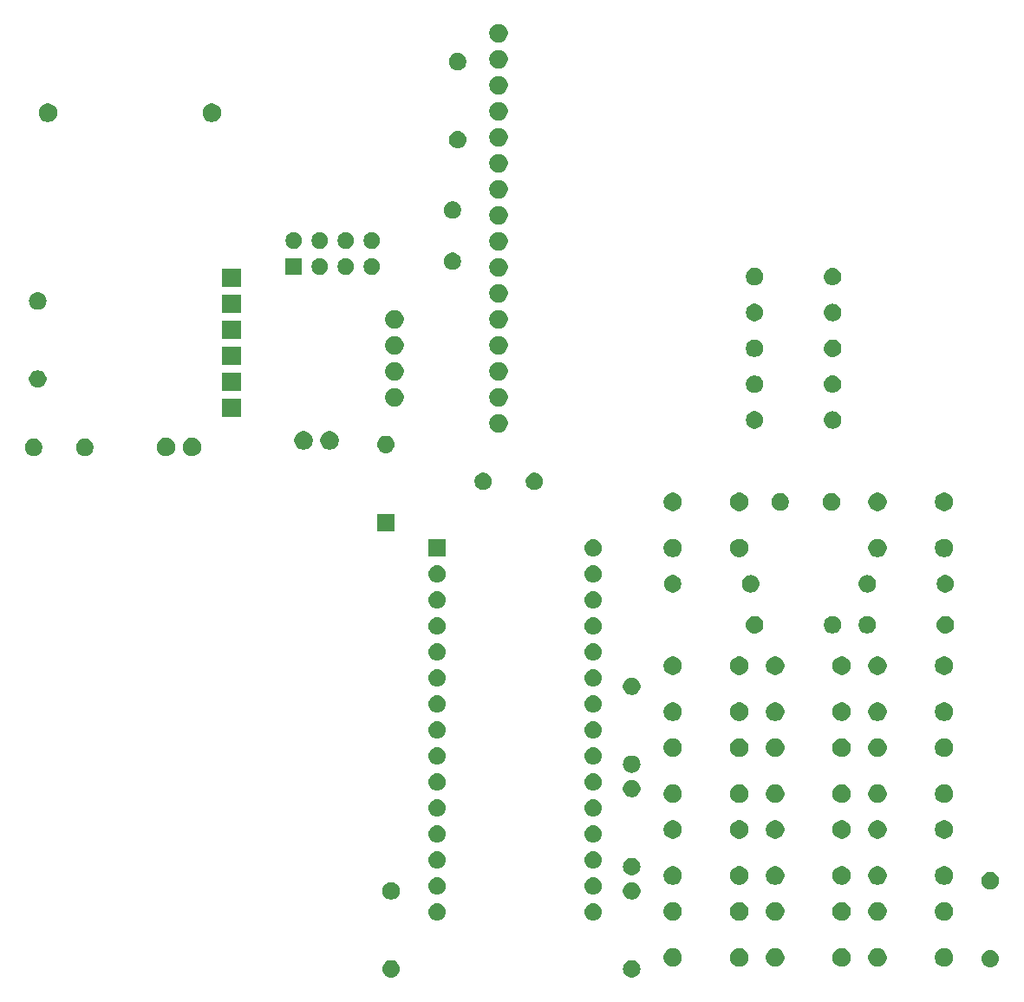
<source format=gbr>
G04 #@! TF.GenerationSoftware,KiCad,Pcbnew,(5.0.0)*
G04 #@! TF.CreationDate,2019-04-03T14:36:46+02:00*
G04 #@! TF.ProjectId,arduinowalkietalkie,61726475696E6F77616C6B696574616C,1.1*
G04 #@! TF.SameCoordinates,Original*
G04 #@! TF.FileFunction,Soldermask,Bot*
G04 #@! TF.FilePolarity,Negative*
%FSLAX46Y46*%
G04 Gerber Fmt 4.6, Leading zero omitted, Abs format (unit mm)*
G04 Created by KiCad (PCBNEW (5.0.0)) date 04/03/19 14:36:46*
%MOMM*%
%LPD*%
G01*
G04 APERTURE LIST*
%ADD10C,0.100000*%
G04 APERTURE END LIST*
D10*
G36*
X160166821Y-136781313D02*
X160166824Y-136781314D01*
X160166825Y-136781314D01*
X160327239Y-136829975D01*
X160327241Y-136829976D01*
X160327244Y-136829977D01*
X160475078Y-136908995D01*
X160604659Y-137015341D01*
X160711005Y-137144922D01*
X160790023Y-137292756D01*
X160790024Y-137292759D01*
X160790025Y-137292761D01*
X160838686Y-137453175D01*
X160838687Y-137453179D01*
X160855117Y-137620000D01*
X160838687Y-137786821D01*
X160790023Y-137947244D01*
X160711005Y-138095078D01*
X160604659Y-138224659D01*
X160475078Y-138331005D01*
X160327244Y-138410023D01*
X160327241Y-138410024D01*
X160327239Y-138410025D01*
X160166825Y-138458686D01*
X160166824Y-138458686D01*
X160166821Y-138458687D01*
X160041804Y-138471000D01*
X159958196Y-138471000D01*
X159833179Y-138458687D01*
X159833176Y-138458686D01*
X159833175Y-138458686D01*
X159672761Y-138410025D01*
X159672759Y-138410024D01*
X159672756Y-138410023D01*
X159524922Y-138331005D01*
X159395341Y-138224659D01*
X159288995Y-138095078D01*
X159209977Y-137947244D01*
X159161313Y-137786821D01*
X159144883Y-137620000D01*
X159161313Y-137453179D01*
X159161314Y-137453175D01*
X159209975Y-137292761D01*
X159209976Y-137292759D01*
X159209977Y-137292756D01*
X159288995Y-137144922D01*
X159395341Y-137015341D01*
X159524922Y-136908995D01*
X159672756Y-136829977D01*
X159672759Y-136829976D01*
X159672761Y-136829975D01*
X159833175Y-136781314D01*
X159833176Y-136781314D01*
X159833179Y-136781313D01*
X159958196Y-136769000D01*
X160041804Y-136769000D01*
X160166821Y-136781313D01*
X160166821Y-136781313D01*
G37*
G36*
X136666821Y-136781313D02*
X136666824Y-136781314D01*
X136666825Y-136781314D01*
X136827239Y-136829975D01*
X136827241Y-136829976D01*
X136827244Y-136829977D01*
X136975078Y-136908995D01*
X137104659Y-137015341D01*
X137211005Y-137144922D01*
X137290023Y-137292756D01*
X137290024Y-137292759D01*
X137290025Y-137292761D01*
X137338686Y-137453175D01*
X137338687Y-137453179D01*
X137355117Y-137620000D01*
X137338687Y-137786821D01*
X137290023Y-137947244D01*
X137211005Y-138095078D01*
X137104659Y-138224659D01*
X136975078Y-138331005D01*
X136827244Y-138410023D01*
X136827241Y-138410024D01*
X136827239Y-138410025D01*
X136666825Y-138458686D01*
X136666824Y-138458686D01*
X136666821Y-138458687D01*
X136541804Y-138471000D01*
X136458196Y-138471000D01*
X136333179Y-138458687D01*
X136333176Y-138458686D01*
X136333175Y-138458686D01*
X136172761Y-138410025D01*
X136172759Y-138410024D01*
X136172756Y-138410023D01*
X136024922Y-138331005D01*
X135895341Y-138224659D01*
X135788995Y-138095078D01*
X135709977Y-137947244D01*
X135661313Y-137786821D01*
X135644883Y-137620000D01*
X135661313Y-137453179D01*
X135661314Y-137453175D01*
X135709975Y-137292761D01*
X135709976Y-137292759D01*
X135709977Y-137292756D01*
X135788995Y-137144922D01*
X135895341Y-137015341D01*
X136024922Y-136908995D01*
X136172756Y-136829977D01*
X136172759Y-136829976D01*
X136172761Y-136829975D01*
X136333175Y-136781314D01*
X136333176Y-136781314D01*
X136333179Y-136781313D01*
X136458196Y-136769000D01*
X136541804Y-136769000D01*
X136666821Y-136781313D01*
X136666821Y-136781313D01*
G37*
G36*
X195166821Y-135781313D02*
X195166824Y-135781314D01*
X195166825Y-135781314D01*
X195327239Y-135829975D01*
X195327241Y-135829976D01*
X195327244Y-135829977D01*
X195475078Y-135908995D01*
X195604659Y-136015341D01*
X195711005Y-136144922D01*
X195790023Y-136292756D01*
X195838687Y-136453179D01*
X195855117Y-136620000D01*
X195838687Y-136786821D01*
X195838686Y-136786824D01*
X195838686Y-136786825D01*
X195796231Y-136926782D01*
X195790023Y-136947244D01*
X195711005Y-137095078D01*
X195604659Y-137224659D01*
X195475078Y-137331005D01*
X195327244Y-137410023D01*
X195327241Y-137410024D01*
X195327239Y-137410025D01*
X195166825Y-137458686D01*
X195166824Y-137458686D01*
X195166821Y-137458687D01*
X195041804Y-137471000D01*
X194958196Y-137471000D01*
X194833179Y-137458687D01*
X194833176Y-137458686D01*
X194833175Y-137458686D01*
X194672761Y-137410025D01*
X194672759Y-137410024D01*
X194672756Y-137410023D01*
X194524922Y-137331005D01*
X194395341Y-137224659D01*
X194288995Y-137095078D01*
X194209977Y-136947244D01*
X194203770Y-136926782D01*
X194161314Y-136786825D01*
X194161314Y-136786824D01*
X194161313Y-136786821D01*
X194144883Y-136620000D01*
X194161313Y-136453179D01*
X194209977Y-136292756D01*
X194288995Y-136144922D01*
X194395341Y-136015341D01*
X194524922Y-135908995D01*
X194672756Y-135829977D01*
X194672759Y-135829976D01*
X194672761Y-135829975D01*
X194833175Y-135781314D01*
X194833176Y-135781314D01*
X194833179Y-135781313D01*
X194958196Y-135769000D01*
X195041804Y-135769000D01*
X195166821Y-135781313D01*
X195166821Y-135781313D01*
G37*
G36*
X190762812Y-135633624D02*
X190926784Y-135701544D01*
X191074354Y-135800147D01*
X191199853Y-135925646D01*
X191298456Y-136073216D01*
X191366376Y-136237188D01*
X191401000Y-136411259D01*
X191401000Y-136588741D01*
X191366376Y-136762812D01*
X191298456Y-136926784D01*
X191199853Y-137074354D01*
X191074354Y-137199853D01*
X190926784Y-137298456D01*
X190762812Y-137366376D01*
X190588741Y-137401000D01*
X190411259Y-137401000D01*
X190237188Y-137366376D01*
X190073216Y-137298456D01*
X189925646Y-137199853D01*
X189800147Y-137074354D01*
X189701544Y-136926784D01*
X189633624Y-136762812D01*
X189599000Y-136588741D01*
X189599000Y-136411259D01*
X189633624Y-136237188D01*
X189701544Y-136073216D01*
X189800147Y-135925646D01*
X189925646Y-135800147D01*
X190073216Y-135701544D01*
X190237188Y-135633624D01*
X190411259Y-135599000D01*
X190588741Y-135599000D01*
X190762812Y-135633624D01*
X190762812Y-135633624D01*
G37*
G36*
X184262812Y-135633624D02*
X184426784Y-135701544D01*
X184574354Y-135800147D01*
X184699853Y-135925646D01*
X184798456Y-136073216D01*
X184866376Y-136237188D01*
X184901000Y-136411259D01*
X184901000Y-136588741D01*
X184866376Y-136762812D01*
X184798456Y-136926784D01*
X184699853Y-137074354D01*
X184574354Y-137199853D01*
X184426784Y-137298456D01*
X184262812Y-137366376D01*
X184088741Y-137401000D01*
X183911259Y-137401000D01*
X183737188Y-137366376D01*
X183573216Y-137298456D01*
X183425646Y-137199853D01*
X183300147Y-137074354D01*
X183201544Y-136926784D01*
X183133624Y-136762812D01*
X183099000Y-136588741D01*
X183099000Y-136411259D01*
X183133624Y-136237188D01*
X183201544Y-136073216D01*
X183300147Y-135925646D01*
X183425646Y-135800147D01*
X183573216Y-135701544D01*
X183737188Y-135633624D01*
X183911259Y-135599000D01*
X184088741Y-135599000D01*
X184262812Y-135633624D01*
X184262812Y-135633624D01*
G37*
G36*
X180762812Y-135633624D02*
X180926784Y-135701544D01*
X181074354Y-135800147D01*
X181199853Y-135925646D01*
X181298456Y-136073216D01*
X181366376Y-136237188D01*
X181401000Y-136411259D01*
X181401000Y-136588741D01*
X181366376Y-136762812D01*
X181298456Y-136926784D01*
X181199853Y-137074354D01*
X181074354Y-137199853D01*
X180926784Y-137298456D01*
X180762812Y-137366376D01*
X180588741Y-137401000D01*
X180411259Y-137401000D01*
X180237188Y-137366376D01*
X180073216Y-137298456D01*
X179925646Y-137199853D01*
X179800147Y-137074354D01*
X179701544Y-136926784D01*
X179633624Y-136762812D01*
X179599000Y-136588741D01*
X179599000Y-136411259D01*
X179633624Y-136237188D01*
X179701544Y-136073216D01*
X179800147Y-135925646D01*
X179925646Y-135800147D01*
X180073216Y-135701544D01*
X180237188Y-135633624D01*
X180411259Y-135599000D01*
X180588741Y-135599000D01*
X180762812Y-135633624D01*
X180762812Y-135633624D01*
G37*
G36*
X170762812Y-135633624D02*
X170926784Y-135701544D01*
X171074354Y-135800147D01*
X171199853Y-135925646D01*
X171298456Y-136073216D01*
X171366376Y-136237188D01*
X171401000Y-136411259D01*
X171401000Y-136588741D01*
X171366376Y-136762812D01*
X171298456Y-136926784D01*
X171199853Y-137074354D01*
X171074354Y-137199853D01*
X170926784Y-137298456D01*
X170762812Y-137366376D01*
X170588741Y-137401000D01*
X170411259Y-137401000D01*
X170237188Y-137366376D01*
X170073216Y-137298456D01*
X169925646Y-137199853D01*
X169800147Y-137074354D01*
X169701544Y-136926784D01*
X169633624Y-136762812D01*
X169599000Y-136588741D01*
X169599000Y-136411259D01*
X169633624Y-136237188D01*
X169701544Y-136073216D01*
X169800147Y-135925646D01*
X169925646Y-135800147D01*
X170073216Y-135701544D01*
X170237188Y-135633624D01*
X170411259Y-135599000D01*
X170588741Y-135599000D01*
X170762812Y-135633624D01*
X170762812Y-135633624D01*
G37*
G36*
X174262812Y-135633624D02*
X174426784Y-135701544D01*
X174574354Y-135800147D01*
X174699853Y-135925646D01*
X174798456Y-136073216D01*
X174866376Y-136237188D01*
X174901000Y-136411259D01*
X174901000Y-136588741D01*
X174866376Y-136762812D01*
X174798456Y-136926784D01*
X174699853Y-137074354D01*
X174574354Y-137199853D01*
X174426784Y-137298456D01*
X174262812Y-137366376D01*
X174088741Y-137401000D01*
X173911259Y-137401000D01*
X173737188Y-137366376D01*
X173573216Y-137298456D01*
X173425646Y-137199853D01*
X173300147Y-137074354D01*
X173201544Y-136926784D01*
X173133624Y-136762812D01*
X173099000Y-136588741D01*
X173099000Y-136411259D01*
X173133624Y-136237188D01*
X173201544Y-136073216D01*
X173300147Y-135925646D01*
X173425646Y-135800147D01*
X173573216Y-135701544D01*
X173737188Y-135633624D01*
X173911259Y-135599000D01*
X174088741Y-135599000D01*
X174262812Y-135633624D01*
X174262812Y-135633624D01*
G37*
G36*
X164262812Y-135633624D02*
X164426784Y-135701544D01*
X164574354Y-135800147D01*
X164699853Y-135925646D01*
X164798456Y-136073216D01*
X164866376Y-136237188D01*
X164901000Y-136411259D01*
X164901000Y-136588741D01*
X164866376Y-136762812D01*
X164798456Y-136926784D01*
X164699853Y-137074354D01*
X164574354Y-137199853D01*
X164426784Y-137298456D01*
X164262812Y-137366376D01*
X164088741Y-137401000D01*
X163911259Y-137401000D01*
X163737188Y-137366376D01*
X163573216Y-137298456D01*
X163425646Y-137199853D01*
X163300147Y-137074354D01*
X163201544Y-136926784D01*
X163133624Y-136762812D01*
X163099000Y-136588741D01*
X163099000Y-136411259D01*
X163133624Y-136237188D01*
X163201544Y-136073216D01*
X163300147Y-135925646D01*
X163425646Y-135800147D01*
X163573216Y-135701544D01*
X163737188Y-135633624D01*
X163911259Y-135599000D01*
X164088741Y-135599000D01*
X164262812Y-135633624D01*
X164262812Y-135633624D01*
G37*
G36*
X156406821Y-131221313D02*
X156406824Y-131221314D01*
X156406825Y-131221314D01*
X156567239Y-131269975D01*
X156567241Y-131269976D01*
X156567244Y-131269977D01*
X156715078Y-131348995D01*
X156844659Y-131455341D01*
X156951005Y-131584922D01*
X157030023Y-131732756D01*
X157030024Y-131732759D01*
X157030025Y-131732761D01*
X157078686Y-131893175D01*
X157078687Y-131893179D01*
X157095117Y-132060000D01*
X157078687Y-132226821D01*
X157030023Y-132387244D01*
X156951005Y-132535078D01*
X156844659Y-132664659D01*
X156715078Y-132771005D01*
X156567244Y-132850023D01*
X156567241Y-132850024D01*
X156567239Y-132850025D01*
X156406825Y-132898686D01*
X156406824Y-132898686D01*
X156406821Y-132898687D01*
X156281804Y-132911000D01*
X156198196Y-132911000D01*
X156073179Y-132898687D01*
X156073176Y-132898686D01*
X156073175Y-132898686D01*
X155912761Y-132850025D01*
X155912759Y-132850024D01*
X155912756Y-132850023D01*
X155764922Y-132771005D01*
X155635341Y-132664659D01*
X155528995Y-132535078D01*
X155449977Y-132387244D01*
X155401313Y-132226821D01*
X155384883Y-132060000D01*
X155401313Y-131893179D01*
X155401314Y-131893175D01*
X155449975Y-131732761D01*
X155449976Y-131732759D01*
X155449977Y-131732756D01*
X155528995Y-131584922D01*
X155635341Y-131455341D01*
X155764922Y-131348995D01*
X155912756Y-131269977D01*
X155912759Y-131269976D01*
X155912761Y-131269975D01*
X156073175Y-131221314D01*
X156073176Y-131221314D01*
X156073179Y-131221313D01*
X156198196Y-131209000D01*
X156281804Y-131209000D01*
X156406821Y-131221313D01*
X156406821Y-131221313D01*
G37*
G36*
X141166821Y-131221313D02*
X141166824Y-131221314D01*
X141166825Y-131221314D01*
X141327239Y-131269975D01*
X141327241Y-131269976D01*
X141327244Y-131269977D01*
X141475078Y-131348995D01*
X141604659Y-131455341D01*
X141711005Y-131584922D01*
X141790023Y-131732756D01*
X141790024Y-131732759D01*
X141790025Y-131732761D01*
X141838686Y-131893175D01*
X141838687Y-131893179D01*
X141855117Y-132060000D01*
X141838687Y-132226821D01*
X141790023Y-132387244D01*
X141711005Y-132535078D01*
X141604659Y-132664659D01*
X141475078Y-132771005D01*
X141327244Y-132850023D01*
X141327241Y-132850024D01*
X141327239Y-132850025D01*
X141166825Y-132898686D01*
X141166824Y-132898686D01*
X141166821Y-132898687D01*
X141041804Y-132911000D01*
X140958196Y-132911000D01*
X140833179Y-132898687D01*
X140833176Y-132898686D01*
X140833175Y-132898686D01*
X140672761Y-132850025D01*
X140672759Y-132850024D01*
X140672756Y-132850023D01*
X140524922Y-132771005D01*
X140395341Y-132664659D01*
X140288995Y-132535078D01*
X140209977Y-132387244D01*
X140161313Y-132226821D01*
X140144883Y-132060000D01*
X140161313Y-131893179D01*
X140161314Y-131893175D01*
X140209975Y-131732761D01*
X140209976Y-131732759D01*
X140209977Y-131732756D01*
X140288995Y-131584922D01*
X140395341Y-131455341D01*
X140524922Y-131348995D01*
X140672756Y-131269977D01*
X140672759Y-131269976D01*
X140672761Y-131269975D01*
X140833175Y-131221314D01*
X140833176Y-131221314D01*
X140833179Y-131221313D01*
X140958196Y-131209000D01*
X141041804Y-131209000D01*
X141166821Y-131221313D01*
X141166821Y-131221313D01*
G37*
G36*
X190762812Y-131133624D02*
X190926784Y-131201544D01*
X191074354Y-131300147D01*
X191199853Y-131425646D01*
X191298456Y-131573216D01*
X191366376Y-131737188D01*
X191401000Y-131911259D01*
X191401000Y-132088741D01*
X191366376Y-132262812D01*
X191298456Y-132426784D01*
X191199853Y-132574354D01*
X191074354Y-132699853D01*
X190926784Y-132798456D01*
X190762812Y-132866376D01*
X190588741Y-132901000D01*
X190411259Y-132901000D01*
X190237188Y-132866376D01*
X190073216Y-132798456D01*
X189925646Y-132699853D01*
X189800147Y-132574354D01*
X189701544Y-132426784D01*
X189633624Y-132262812D01*
X189599000Y-132088741D01*
X189599000Y-131911259D01*
X189633624Y-131737188D01*
X189701544Y-131573216D01*
X189800147Y-131425646D01*
X189925646Y-131300147D01*
X190073216Y-131201544D01*
X190237188Y-131133624D01*
X190411259Y-131099000D01*
X190588741Y-131099000D01*
X190762812Y-131133624D01*
X190762812Y-131133624D01*
G37*
G36*
X184262812Y-131133624D02*
X184426784Y-131201544D01*
X184574354Y-131300147D01*
X184699853Y-131425646D01*
X184798456Y-131573216D01*
X184866376Y-131737188D01*
X184901000Y-131911259D01*
X184901000Y-132088741D01*
X184866376Y-132262812D01*
X184798456Y-132426784D01*
X184699853Y-132574354D01*
X184574354Y-132699853D01*
X184426784Y-132798456D01*
X184262812Y-132866376D01*
X184088741Y-132901000D01*
X183911259Y-132901000D01*
X183737188Y-132866376D01*
X183573216Y-132798456D01*
X183425646Y-132699853D01*
X183300147Y-132574354D01*
X183201544Y-132426784D01*
X183133624Y-132262812D01*
X183099000Y-132088741D01*
X183099000Y-131911259D01*
X183133624Y-131737188D01*
X183201544Y-131573216D01*
X183300147Y-131425646D01*
X183425646Y-131300147D01*
X183573216Y-131201544D01*
X183737188Y-131133624D01*
X183911259Y-131099000D01*
X184088741Y-131099000D01*
X184262812Y-131133624D01*
X184262812Y-131133624D01*
G37*
G36*
X164262812Y-131133624D02*
X164426784Y-131201544D01*
X164574354Y-131300147D01*
X164699853Y-131425646D01*
X164798456Y-131573216D01*
X164866376Y-131737188D01*
X164901000Y-131911259D01*
X164901000Y-132088741D01*
X164866376Y-132262812D01*
X164798456Y-132426784D01*
X164699853Y-132574354D01*
X164574354Y-132699853D01*
X164426784Y-132798456D01*
X164262812Y-132866376D01*
X164088741Y-132901000D01*
X163911259Y-132901000D01*
X163737188Y-132866376D01*
X163573216Y-132798456D01*
X163425646Y-132699853D01*
X163300147Y-132574354D01*
X163201544Y-132426784D01*
X163133624Y-132262812D01*
X163099000Y-132088741D01*
X163099000Y-131911259D01*
X163133624Y-131737188D01*
X163201544Y-131573216D01*
X163300147Y-131425646D01*
X163425646Y-131300147D01*
X163573216Y-131201544D01*
X163737188Y-131133624D01*
X163911259Y-131099000D01*
X164088741Y-131099000D01*
X164262812Y-131133624D01*
X164262812Y-131133624D01*
G37*
G36*
X170762812Y-131133624D02*
X170926784Y-131201544D01*
X171074354Y-131300147D01*
X171199853Y-131425646D01*
X171298456Y-131573216D01*
X171366376Y-131737188D01*
X171401000Y-131911259D01*
X171401000Y-132088741D01*
X171366376Y-132262812D01*
X171298456Y-132426784D01*
X171199853Y-132574354D01*
X171074354Y-132699853D01*
X170926784Y-132798456D01*
X170762812Y-132866376D01*
X170588741Y-132901000D01*
X170411259Y-132901000D01*
X170237188Y-132866376D01*
X170073216Y-132798456D01*
X169925646Y-132699853D01*
X169800147Y-132574354D01*
X169701544Y-132426784D01*
X169633624Y-132262812D01*
X169599000Y-132088741D01*
X169599000Y-131911259D01*
X169633624Y-131737188D01*
X169701544Y-131573216D01*
X169800147Y-131425646D01*
X169925646Y-131300147D01*
X170073216Y-131201544D01*
X170237188Y-131133624D01*
X170411259Y-131099000D01*
X170588741Y-131099000D01*
X170762812Y-131133624D01*
X170762812Y-131133624D01*
G37*
G36*
X174262812Y-131133624D02*
X174426784Y-131201544D01*
X174574354Y-131300147D01*
X174699853Y-131425646D01*
X174798456Y-131573216D01*
X174866376Y-131737188D01*
X174901000Y-131911259D01*
X174901000Y-132088741D01*
X174866376Y-132262812D01*
X174798456Y-132426784D01*
X174699853Y-132574354D01*
X174574354Y-132699853D01*
X174426784Y-132798456D01*
X174262812Y-132866376D01*
X174088741Y-132901000D01*
X173911259Y-132901000D01*
X173737188Y-132866376D01*
X173573216Y-132798456D01*
X173425646Y-132699853D01*
X173300147Y-132574354D01*
X173201544Y-132426784D01*
X173133624Y-132262812D01*
X173099000Y-132088741D01*
X173099000Y-131911259D01*
X173133624Y-131737188D01*
X173201544Y-131573216D01*
X173300147Y-131425646D01*
X173425646Y-131300147D01*
X173573216Y-131201544D01*
X173737188Y-131133624D01*
X173911259Y-131099000D01*
X174088741Y-131099000D01*
X174262812Y-131133624D01*
X174262812Y-131133624D01*
G37*
G36*
X180762812Y-131133624D02*
X180926784Y-131201544D01*
X181074354Y-131300147D01*
X181199853Y-131425646D01*
X181298456Y-131573216D01*
X181366376Y-131737188D01*
X181401000Y-131911259D01*
X181401000Y-132088741D01*
X181366376Y-132262812D01*
X181298456Y-132426784D01*
X181199853Y-132574354D01*
X181074354Y-132699853D01*
X180926784Y-132798456D01*
X180762812Y-132866376D01*
X180588741Y-132901000D01*
X180411259Y-132901000D01*
X180237188Y-132866376D01*
X180073216Y-132798456D01*
X179925646Y-132699853D01*
X179800147Y-132574354D01*
X179701544Y-132426784D01*
X179633624Y-132262812D01*
X179599000Y-132088741D01*
X179599000Y-131911259D01*
X179633624Y-131737188D01*
X179701544Y-131573216D01*
X179800147Y-131425646D01*
X179925646Y-131300147D01*
X180073216Y-131201544D01*
X180237188Y-131133624D01*
X180411259Y-131099000D01*
X180588741Y-131099000D01*
X180762812Y-131133624D01*
X180762812Y-131133624D01*
G37*
G36*
X136748228Y-129181703D02*
X136903100Y-129245853D01*
X137042481Y-129338985D01*
X137161015Y-129457519D01*
X137254147Y-129596900D01*
X137318297Y-129751772D01*
X137351000Y-129916184D01*
X137351000Y-130083816D01*
X137318297Y-130248228D01*
X137254147Y-130403100D01*
X137161015Y-130542481D01*
X137042481Y-130661015D01*
X136903100Y-130754147D01*
X136748228Y-130818297D01*
X136583816Y-130851000D01*
X136416184Y-130851000D01*
X136251772Y-130818297D01*
X136096900Y-130754147D01*
X135957519Y-130661015D01*
X135838985Y-130542481D01*
X135745853Y-130403100D01*
X135681703Y-130248228D01*
X135649000Y-130083816D01*
X135649000Y-129916184D01*
X135681703Y-129751772D01*
X135745853Y-129596900D01*
X135838985Y-129457519D01*
X135957519Y-129338985D01*
X136096900Y-129245853D01*
X136251772Y-129181703D01*
X136416184Y-129149000D01*
X136583816Y-129149000D01*
X136748228Y-129181703D01*
X136748228Y-129181703D01*
G37*
G36*
X160248228Y-129181703D02*
X160403100Y-129245853D01*
X160542481Y-129338985D01*
X160661015Y-129457519D01*
X160754147Y-129596900D01*
X160818297Y-129751772D01*
X160851000Y-129916184D01*
X160851000Y-130083816D01*
X160818297Y-130248228D01*
X160754147Y-130403100D01*
X160661015Y-130542481D01*
X160542481Y-130661015D01*
X160403100Y-130754147D01*
X160248228Y-130818297D01*
X160083816Y-130851000D01*
X159916184Y-130851000D01*
X159751772Y-130818297D01*
X159596900Y-130754147D01*
X159457519Y-130661015D01*
X159338985Y-130542481D01*
X159245853Y-130403100D01*
X159181703Y-130248228D01*
X159149000Y-130083816D01*
X159149000Y-129916184D01*
X159181703Y-129751772D01*
X159245853Y-129596900D01*
X159338985Y-129457519D01*
X159457519Y-129338985D01*
X159596900Y-129245853D01*
X159751772Y-129181703D01*
X159916184Y-129149000D01*
X160083816Y-129149000D01*
X160248228Y-129181703D01*
X160248228Y-129181703D01*
G37*
G36*
X156406821Y-128681313D02*
X156406824Y-128681314D01*
X156406825Y-128681314D01*
X156567239Y-128729975D01*
X156567241Y-128729976D01*
X156567244Y-128729977D01*
X156715078Y-128808995D01*
X156844659Y-128915341D01*
X156951005Y-129044922D01*
X157030023Y-129192756D01*
X157030024Y-129192759D01*
X157030025Y-129192761D01*
X157074382Y-129338986D01*
X157078687Y-129353179D01*
X157095117Y-129520000D01*
X157078687Y-129686821D01*
X157078686Y-129686824D01*
X157078686Y-129686825D01*
X157038805Y-129818296D01*
X157030023Y-129847244D01*
X156951005Y-129995078D01*
X156844659Y-130124659D01*
X156715078Y-130231005D01*
X156567244Y-130310023D01*
X156567241Y-130310024D01*
X156567239Y-130310025D01*
X156406825Y-130358686D01*
X156406824Y-130358686D01*
X156406821Y-130358687D01*
X156281804Y-130371000D01*
X156198196Y-130371000D01*
X156073179Y-130358687D01*
X156073176Y-130358686D01*
X156073175Y-130358686D01*
X155912761Y-130310025D01*
X155912759Y-130310024D01*
X155912756Y-130310023D01*
X155764922Y-130231005D01*
X155635341Y-130124659D01*
X155528995Y-129995078D01*
X155449977Y-129847244D01*
X155441196Y-129818296D01*
X155401314Y-129686825D01*
X155401314Y-129686824D01*
X155401313Y-129686821D01*
X155384883Y-129520000D01*
X155401313Y-129353179D01*
X155405618Y-129338986D01*
X155449975Y-129192761D01*
X155449976Y-129192759D01*
X155449977Y-129192756D01*
X155528995Y-129044922D01*
X155635341Y-128915341D01*
X155764922Y-128808995D01*
X155912756Y-128729977D01*
X155912759Y-128729976D01*
X155912761Y-128729975D01*
X156073175Y-128681314D01*
X156073176Y-128681314D01*
X156073179Y-128681313D01*
X156198196Y-128669000D01*
X156281804Y-128669000D01*
X156406821Y-128681313D01*
X156406821Y-128681313D01*
G37*
G36*
X141166821Y-128681313D02*
X141166824Y-128681314D01*
X141166825Y-128681314D01*
X141327239Y-128729975D01*
X141327241Y-128729976D01*
X141327244Y-128729977D01*
X141475078Y-128808995D01*
X141604659Y-128915341D01*
X141711005Y-129044922D01*
X141790023Y-129192756D01*
X141790024Y-129192759D01*
X141790025Y-129192761D01*
X141834382Y-129338986D01*
X141838687Y-129353179D01*
X141855117Y-129520000D01*
X141838687Y-129686821D01*
X141838686Y-129686824D01*
X141838686Y-129686825D01*
X141798805Y-129818296D01*
X141790023Y-129847244D01*
X141711005Y-129995078D01*
X141604659Y-130124659D01*
X141475078Y-130231005D01*
X141327244Y-130310023D01*
X141327241Y-130310024D01*
X141327239Y-130310025D01*
X141166825Y-130358686D01*
X141166824Y-130358686D01*
X141166821Y-130358687D01*
X141041804Y-130371000D01*
X140958196Y-130371000D01*
X140833179Y-130358687D01*
X140833176Y-130358686D01*
X140833175Y-130358686D01*
X140672761Y-130310025D01*
X140672759Y-130310024D01*
X140672756Y-130310023D01*
X140524922Y-130231005D01*
X140395341Y-130124659D01*
X140288995Y-129995078D01*
X140209977Y-129847244D01*
X140201196Y-129818296D01*
X140161314Y-129686825D01*
X140161314Y-129686824D01*
X140161313Y-129686821D01*
X140144883Y-129520000D01*
X140161313Y-129353179D01*
X140165618Y-129338986D01*
X140209975Y-129192761D01*
X140209976Y-129192759D01*
X140209977Y-129192756D01*
X140288995Y-129044922D01*
X140395341Y-128915341D01*
X140524922Y-128808995D01*
X140672756Y-128729977D01*
X140672759Y-128729976D01*
X140672761Y-128729975D01*
X140833175Y-128681314D01*
X140833176Y-128681314D01*
X140833179Y-128681313D01*
X140958196Y-128669000D01*
X141041804Y-128669000D01*
X141166821Y-128681313D01*
X141166821Y-128681313D01*
G37*
G36*
X195248228Y-128181703D02*
X195403100Y-128245853D01*
X195542481Y-128338985D01*
X195661015Y-128457519D01*
X195754147Y-128596900D01*
X195818297Y-128751772D01*
X195851000Y-128916184D01*
X195851000Y-129083816D01*
X195818297Y-129248228D01*
X195754147Y-129403100D01*
X195661015Y-129542481D01*
X195542481Y-129661015D01*
X195403100Y-129754147D01*
X195248228Y-129818297D01*
X195083816Y-129851000D01*
X194916184Y-129851000D01*
X194751772Y-129818297D01*
X194596900Y-129754147D01*
X194457519Y-129661015D01*
X194338985Y-129542481D01*
X194245853Y-129403100D01*
X194181703Y-129248228D01*
X194149000Y-129083816D01*
X194149000Y-128916184D01*
X194181703Y-128751772D01*
X194245853Y-128596900D01*
X194338985Y-128457519D01*
X194457519Y-128338985D01*
X194596900Y-128245853D01*
X194751772Y-128181703D01*
X194916184Y-128149000D01*
X195083816Y-128149000D01*
X195248228Y-128181703D01*
X195248228Y-128181703D01*
G37*
G36*
X164262812Y-127633624D02*
X164426784Y-127701544D01*
X164574354Y-127800147D01*
X164699853Y-127925646D01*
X164798456Y-128073216D01*
X164866376Y-128237188D01*
X164901000Y-128411259D01*
X164901000Y-128588741D01*
X164866376Y-128762812D01*
X164798456Y-128926784D01*
X164699853Y-129074354D01*
X164574354Y-129199853D01*
X164426784Y-129298456D01*
X164262812Y-129366376D01*
X164088741Y-129401000D01*
X163911259Y-129401000D01*
X163737188Y-129366376D01*
X163573216Y-129298456D01*
X163425646Y-129199853D01*
X163300147Y-129074354D01*
X163201544Y-128926784D01*
X163133624Y-128762812D01*
X163099000Y-128588741D01*
X163099000Y-128411259D01*
X163133624Y-128237188D01*
X163201544Y-128073216D01*
X163300147Y-127925646D01*
X163425646Y-127800147D01*
X163573216Y-127701544D01*
X163737188Y-127633624D01*
X163911259Y-127599000D01*
X164088741Y-127599000D01*
X164262812Y-127633624D01*
X164262812Y-127633624D01*
G37*
G36*
X184262812Y-127633624D02*
X184426784Y-127701544D01*
X184574354Y-127800147D01*
X184699853Y-127925646D01*
X184798456Y-128073216D01*
X184866376Y-128237188D01*
X184901000Y-128411259D01*
X184901000Y-128588741D01*
X184866376Y-128762812D01*
X184798456Y-128926784D01*
X184699853Y-129074354D01*
X184574354Y-129199853D01*
X184426784Y-129298456D01*
X184262812Y-129366376D01*
X184088741Y-129401000D01*
X183911259Y-129401000D01*
X183737188Y-129366376D01*
X183573216Y-129298456D01*
X183425646Y-129199853D01*
X183300147Y-129074354D01*
X183201544Y-128926784D01*
X183133624Y-128762812D01*
X183099000Y-128588741D01*
X183099000Y-128411259D01*
X183133624Y-128237188D01*
X183201544Y-128073216D01*
X183300147Y-127925646D01*
X183425646Y-127800147D01*
X183573216Y-127701544D01*
X183737188Y-127633624D01*
X183911259Y-127599000D01*
X184088741Y-127599000D01*
X184262812Y-127633624D01*
X184262812Y-127633624D01*
G37*
G36*
X190762812Y-127633624D02*
X190926784Y-127701544D01*
X191074354Y-127800147D01*
X191199853Y-127925646D01*
X191298456Y-128073216D01*
X191366376Y-128237188D01*
X191401000Y-128411259D01*
X191401000Y-128588741D01*
X191366376Y-128762812D01*
X191298456Y-128926784D01*
X191199853Y-129074354D01*
X191074354Y-129199853D01*
X190926784Y-129298456D01*
X190762812Y-129366376D01*
X190588741Y-129401000D01*
X190411259Y-129401000D01*
X190237188Y-129366376D01*
X190073216Y-129298456D01*
X189925646Y-129199853D01*
X189800147Y-129074354D01*
X189701544Y-128926784D01*
X189633624Y-128762812D01*
X189599000Y-128588741D01*
X189599000Y-128411259D01*
X189633624Y-128237188D01*
X189701544Y-128073216D01*
X189800147Y-127925646D01*
X189925646Y-127800147D01*
X190073216Y-127701544D01*
X190237188Y-127633624D01*
X190411259Y-127599000D01*
X190588741Y-127599000D01*
X190762812Y-127633624D01*
X190762812Y-127633624D01*
G37*
G36*
X180762812Y-127633624D02*
X180926784Y-127701544D01*
X181074354Y-127800147D01*
X181199853Y-127925646D01*
X181298456Y-128073216D01*
X181366376Y-128237188D01*
X181401000Y-128411259D01*
X181401000Y-128588741D01*
X181366376Y-128762812D01*
X181298456Y-128926784D01*
X181199853Y-129074354D01*
X181074354Y-129199853D01*
X180926784Y-129298456D01*
X180762812Y-129366376D01*
X180588741Y-129401000D01*
X180411259Y-129401000D01*
X180237188Y-129366376D01*
X180073216Y-129298456D01*
X179925646Y-129199853D01*
X179800147Y-129074354D01*
X179701544Y-128926784D01*
X179633624Y-128762812D01*
X179599000Y-128588741D01*
X179599000Y-128411259D01*
X179633624Y-128237188D01*
X179701544Y-128073216D01*
X179800147Y-127925646D01*
X179925646Y-127800147D01*
X180073216Y-127701544D01*
X180237188Y-127633624D01*
X180411259Y-127599000D01*
X180588741Y-127599000D01*
X180762812Y-127633624D01*
X180762812Y-127633624D01*
G37*
G36*
X170762812Y-127633624D02*
X170926784Y-127701544D01*
X171074354Y-127800147D01*
X171199853Y-127925646D01*
X171298456Y-128073216D01*
X171366376Y-128237188D01*
X171401000Y-128411259D01*
X171401000Y-128588741D01*
X171366376Y-128762812D01*
X171298456Y-128926784D01*
X171199853Y-129074354D01*
X171074354Y-129199853D01*
X170926784Y-129298456D01*
X170762812Y-129366376D01*
X170588741Y-129401000D01*
X170411259Y-129401000D01*
X170237188Y-129366376D01*
X170073216Y-129298456D01*
X169925646Y-129199853D01*
X169800147Y-129074354D01*
X169701544Y-128926784D01*
X169633624Y-128762812D01*
X169599000Y-128588741D01*
X169599000Y-128411259D01*
X169633624Y-128237188D01*
X169701544Y-128073216D01*
X169800147Y-127925646D01*
X169925646Y-127800147D01*
X170073216Y-127701544D01*
X170237188Y-127633624D01*
X170411259Y-127599000D01*
X170588741Y-127599000D01*
X170762812Y-127633624D01*
X170762812Y-127633624D01*
G37*
G36*
X174262812Y-127633624D02*
X174426784Y-127701544D01*
X174574354Y-127800147D01*
X174699853Y-127925646D01*
X174798456Y-128073216D01*
X174866376Y-128237188D01*
X174901000Y-128411259D01*
X174901000Y-128588741D01*
X174866376Y-128762812D01*
X174798456Y-128926784D01*
X174699853Y-129074354D01*
X174574354Y-129199853D01*
X174426784Y-129298456D01*
X174262812Y-129366376D01*
X174088741Y-129401000D01*
X173911259Y-129401000D01*
X173737188Y-129366376D01*
X173573216Y-129298456D01*
X173425646Y-129199853D01*
X173300147Y-129074354D01*
X173201544Y-128926784D01*
X173133624Y-128762812D01*
X173099000Y-128588741D01*
X173099000Y-128411259D01*
X173133624Y-128237188D01*
X173201544Y-128073216D01*
X173300147Y-127925646D01*
X173425646Y-127800147D01*
X173573216Y-127701544D01*
X173737188Y-127633624D01*
X173911259Y-127599000D01*
X174088741Y-127599000D01*
X174262812Y-127633624D01*
X174262812Y-127633624D01*
G37*
G36*
X160166821Y-126781313D02*
X160166824Y-126781314D01*
X160166825Y-126781314D01*
X160327239Y-126829975D01*
X160327241Y-126829976D01*
X160327244Y-126829977D01*
X160475078Y-126908995D01*
X160604659Y-127015341D01*
X160711005Y-127144922D01*
X160790023Y-127292756D01*
X160790024Y-127292759D01*
X160790025Y-127292761D01*
X160794418Y-127307244D01*
X160838687Y-127453179D01*
X160855117Y-127620000D01*
X160838687Y-127786821D01*
X160838686Y-127786824D01*
X160838686Y-127786825D01*
X160825286Y-127831000D01*
X160790023Y-127947244D01*
X160711005Y-128095078D01*
X160604659Y-128224659D01*
X160475078Y-128331005D01*
X160327244Y-128410023D01*
X160327241Y-128410024D01*
X160327239Y-128410025D01*
X160166825Y-128458686D01*
X160166824Y-128458686D01*
X160166821Y-128458687D01*
X160041804Y-128471000D01*
X159958196Y-128471000D01*
X159833179Y-128458687D01*
X159833176Y-128458686D01*
X159833175Y-128458686D01*
X159672761Y-128410025D01*
X159672759Y-128410024D01*
X159672756Y-128410023D01*
X159524922Y-128331005D01*
X159395341Y-128224659D01*
X159288995Y-128095078D01*
X159209977Y-127947244D01*
X159174715Y-127831000D01*
X159161314Y-127786825D01*
X159161314Y-127786824D01*
X159161313Y-127786821D01*
X159144883Y-127620000D01*
X159161313Y-127453179D01*
X159205582Y-127307244D01*
X159209975Y-127292761D01*
X159209976Y-127292759D01*
X159209977Y-127292756D01*
X159288995Y-127144922D01*
X159395341Y-127015341D01*
X159524922Y-126908995D01*
X159672756Y-126829977D01*
X159672759Y-126829976D01*
X159672761Y-126829975D01*
X159833175Y-126781314D01*
X159833176Y-126781314D01*
X159833179Y-126781313D01*
X159958196Y-126769000D01*
X160041804Y-126769000D01*
X160166821Y-126781313D01*
X160166821Y-126781313D01*
G37*
G36*
X141166821Y-126141313D02*
X141166824Y-126141314D01*
X141166825Y-126141314D01*
X141327239Y-126189975D01*
X141327241Y-126189976D01*
X141327244Y-126189977D01*
X141475078Y-126268995D01*
X141604659Y-126375341D01*
X141711005Y-126504922D01*
X141790023Y-126652756D01*
X141790024Y-126652759D01*
X141790025Y-126652761D01*
X141829021Y-126781313D01*
X141838687Y-126813179D01*
X141855117Y-126980000D01*
X141838687Y-127146821D01*
X141838686Y-127146824D01*
X141838686Y-127146825D01*
X141794417Y-127292761D01*
X141790023Y-127307244D01*
X141711005Y-127455078D01*
X141604659Y-127584659D01*
X141475078Y-127691005D01*
X141327244Y-127770023D01*
X141327241Y-127770024D01*
X141327239Y-127770025D01*
X141166825Y-127818686D01*
X141166824Y-127818686D01*
X141166821Y-127818687D01*
X141041804Y-127831000D01*
X140958196Y-127831000D01*
X140833179Y-127818687D01*
X140833176Y-127818686D01*
X140833175Y-127818686D01*
X140672761Y-127770025D01*
X140672759Y-127770024D01*
X140672756Y-127770023D01*
X140524922Y-127691005D01*
X140395341Y-127584659D01*
X140288995Y-127455078D01*
X140209977Y-127307244D01*
X140205584Y-127292761D01*
X140161314Y-127146825D01*
X140161314Y-127146824D01*
X140161313Y-127146821D01*
X140144883Y-126980000D01*
X140161313Y-126813179D01*
X140170979Y-126781313D01*
X140209975Y-126652761D01*
X140209976Y-126652759D01*
X140209977Y-126652756D01*
X140288995Y-126504922D01*
X140395341Y-126375341D01*
X140524922Y-126268995D01*
X140672756Y-126189977D01*
X140672759Y-126189976D01*
X140672761Y-126189975D01*
X140833175Y-126141314D01*
X140833176Y-126141314D01*
X140833179Y-126141313D01*
X140958196Y-126129000D01*
X141041804Y-126129000D01*
X141166821Y-126141313D01*
X141166821Y-126141313D01*
G37*
G36*
X156406821Y-126141313D02*
X156406824Y-126141314D01*
X156406825Y-126141314D01*
X156567239Y-126189975D01*
X156567241Y-126189976D01*
X156567244Y-126189977D01*
X156715078Y-126268995D01*
X156844659Y-126375341D01*
X156951005Y-126504922D01*
X157030023Y-126652756D01*
X157030024Y-126652759D01*
X157030025Y-126652761D01*
X157069021Y-126781313D01*
X157078687Y-126813179D01*
X157095117Y-126980000D01*
X157078687Y-127146821D01*
X157078686Y-127146824D01*
X157078686Y-127146825D01*
X157034417Y-127292761D01*
X157030023Y-127307244D01*
X156951005Y-127455078D01*
X156844659Y-127584659D01*
X156715078Y-127691005D01*
X156567244Y-127770023D01*
X156567241Y-127770024D01*
X156567239Y-127770025D01*
X156406825Y-127818686D01*
X156406824Y-127818686D01*
X156406821Y-127818687D01*
X156281804Y-127831000D01*
X156198196Y-127831000D01*
X156073179Y-127818687D01*
X156073176Y-127818686D01*
X156073175Y-127818686D01*
X155912761Y-127770025D01*
X155912759Y-127770024D01*
X155912756Y-127770023D01*
X155764922Y-127691005D01*
X155635341Y-127584659D01*
X155528995Y-127455078D01*
X155449977Y-127307244D01*
X155445584Y-127292761D01*
X155401314Y-127146825D01*
X155401314Y-127146824D01*
X155401313Y-127146821D01*
X155384883Y-126980000D01*
X155401313Y-126813179D01*
X155410979Y-126781313D01*
X155449975Y-126652761D01*
X155449976Y-126652759D01*
X155449977Y-126652756D01*
X155528995Y-126504922D01*
X155635341Y-126375341D01*
X155764922Y-126268995D01*
X155912756Y-126189977D01*
X155912759Y-126189976D01*
X155912761Y-126189975D01*
X156073175Y-126141314D01*
X156073176Y-126141314D01*
X156073179Y-126141313D01*
X156198196Y-126129000D01*
X156281804Y-126129000D01*
X156406821Y-126141313D01*
X156406821Y-126141313D01*
G37*
G36*
X141166821Y-123601313D02*
X141166824Y-123601314D01*
X141166825Y-123601314D01*
X141327239Y-123649975D01*
X141327241Y-123649976D01*
X141327244Y-123649977D01*
X141475078Y-123728995D01*
X141604659Y-123835341D01*
X141711005Y-123964922D01*
X141790023Y-124112756D01*
X141838687Y-124273179D01*
X141855117Y-124440000D01*
X141838687Y-124606821D01*
X141790023Y-124767244D01*
X141711005Y-124915078D01*
X141604659Y-125044659D01*
X141475078Y-125151005D01*
X141327244Y-125230023D01*
X141327241Y-125230024D01*
X141327239Y-125230025D01*
X141166825Y-125278686D01*
X141166824Y-125278686D01*
X141166821Y-125278687D01*
X141041804Y-125291000D01*
X140958196Y-125291000D01*
X140833179Y-125278687D01*
X140833176Y-125278686D01*
X140833175Y-125278686D01*
X140672761Y-125230025D01*
X140672759Y-125230024D01*
X140672756Y-125230023D01*
X140524922Y-125151005D01*
X140395341Y-125044659D01*
X140288995Y-124915078D01*
X140209977Y-124767244D01*
X140161313Y-124606821D01*
X140144883Y-124440000D01*
X140161313Y-124273179D01*
X140209977Y-124112756D01*
X140288995Y-123964922D01*
X140395341Y-123835341D01*
X140524922Y-123728995D01*
X140672756Y-123649977D01*
X140672759Y-123649976D01*
X140672761Y-123649975D01*
X140833175Y-123601314D01*
X140833176Y-123601314D01*
X140833179Y-123601313D01*
X140958196Y-123589000D01*
X141041804Y-123589000D01*
X141166821Y-123601313D01*
X141166821Y-123601313D01*
G37*
G36*
X156406821Y-123601313D02*
X156406824Y-123601314D01*
X156406825Y-123601314D01*
X156567239Y-123649975D01*
X156567241Y-123649976D01*
X156567244Y-123649977D01*
X156715078Y-123728995D01*
X156844659Y-123835341D01*
X156951005Y-123964922D01*
X157030023Y-124112756D01*
X157078687Y-124273179D01*
X157095117Y-124440000D01*
X157078687Y-124606821D01*
X157030023Y-124767244D01*
X156951005Y-124915078D01*
X156844659Y-125044659D01*
X156715078Y-125151005D01*
X156567244Y-125230023D01*
X156567241Y-125230024D01*
X156567239Y-125230025D01*
X156406825Y-125278686D01*
X156406824Y-125278686D01*
X156406821Y-125278687D01*
X156281804Y-125291000D01*
X156198196Y-125291000D01*
X156073179Y-125278687D01*
X156073176Y-125278686D01*
X156073175Y-125278686D01*
X155912761Y-125230025D01*
X155912759Y-125230024D01*
X155912756Y-125230023D01*
X155764922Y-125151005D01*
X155635341Y-125044659D01*
X155528995Y-124915078D01*
X155449977Y-124767244D01*
X155401313Y-124606821D01*
X155384883Y-124440000D01*
X155401313Y-124273179D01*
X155449977Y-124112756D01*
X155528995Y-123964922D01*
X155635341Y-123835341D01*
X155764922Y-123728995D01*
X155912756Y-123649977D01*
X155912759Y-123649976D01*
X155912761Y-123649975D01*
X156073175Y-123601314D01*
X156073176Y-123601314D01*
X156073179Y-123601313D01*
X156198196Y-123589000D01*
X156281804Y-123589000D01*
X156406821Y-123601313D01*
X156406821Y-123601313D01*
G37*
G36*
X174262812Y-123133624D02*
X174426784Y-123201544D01*
X174574354Y-123300147D01*
X174699853Y-123425646D01*
X174798456Y-123573216D01*
X174866376Y-123737188D01*
X174901000Y-123911259D01*
X174901000Y-124088741D01*
X174866376Y-124262812D01*
X174798456Y-124426784D01*
X174699853Y-124574354D01*
X174574354Y-124699853D01*
X174426784Y-124798456D01*
X174262812Y-124866376D01*
X174088741Y-124901000D01*
X173911259Y-124901000D01*
X173737188Y-124866376D01*
X173573216Y-124798456D01*
X173425646Y-124699853D01*
X173300147Y-124574354D01*
X173201544Y-124426784D01*
X173133624Y-124262812D01*
X173099000Y-124088741D01*
X173099000Y-123911259D01*
X173133624Y-123737188D01*
X173201544Y-123573216D01*
X173300147Y-123425646D01*
X173425646Y-123300147D01*
X173573216Y-123201544D01*
X173737188Y-123133624D01*
X173911259Y-123099000D01*
X174088741Y-123099000D01*
X174262812Y-123133624D01*
X174262812Y-123133624D01*
G37*
G36*
X190762812Y-123133624D02*
X190926784Y-123201544D01*
X191074354Y-123300147D01*
X191199853Y-123425646D01*
X191298456Y-123573216D01*
X191366376Y-123737188D01*
X191401000Y-123911259D01*
X191401000Y-124088741D01*
X191366376Y-124262812D01*
X191298456Y-124426784D01*
X191199853Y-124574354D01*
X191074354Y-124699853D01*
X190926784Y-124798456D01*
X190762812Y-124866376D01*
X190588741Y-124901000D01*
X190411259Y-124901000D01*
X190237188Y-124866376D01*
X190073216Y-124798456D01*
X189925646Y-124699853D01*
X189800147Y-124574354D01*
X189701544Y-124426784D01*
X189633624Y-124262812D01*
X189599000Y-124088741D01*
X189599000Y-123911259D01*
X189633624Y-123737188D01*
X189701544Y-123573216D01*
X189800147Y-123425646D01*
X189925646Y-123300147D01*
X190073216Y-123201544D01*
X190237188Y-123133624D01*
X190411259Y-123099000D01*
X190588741Y-123099000D01*
X190762812Y-123133624D01*
X190762812Y-123133624D01*
G37*
G36*
X164262812Y-123133624D02*
X164426784Y-123201544D01*
X164574354Y-123300147D01*
X164699853Y-123425646D01*
X164798456Y-123573216D01*
X164866376Y-123737188D01*
X164901000Y-123911259D01*
X164901000Y-124088741D01*
X164866376Y-124262812D01*
X164798456Y-124426784D01*
X164699853Y-124574354D01*
X164574354Y-124699853D01*
X164426784Y-124798456D01*
X164262812Y-124866376D01*
X164088741Y-124901000D01*
X163911259Y-124901000D01*
X163737188Y-124866376D01*
X163573216Y-124798456D01*
X163425646Y-124699853D01*
X163300147Y-124574354D01*
X163201544Y-124426784D01*
X163133624Y-124262812D01*
X163099000Y-124088741D01*
X163099000Y-123911259D01*
X163133624Y-123737188D01*
X163201544Y-123573216D01*
X163300147Y-123425646D01*
X163425646Y-123300147D01*
X163573216Y-123201544D01*
X163737188Y-123133624D01*
X163911259Y-123099000D01*
X164088741Y-123099000D01*
X164262812Y-123133624D01*
X164262812Y-123133624D01*
G37*
G36*
X170762812Y-123133624D02*
X170926784Y-123201544D01*
X171074354Y-123300147D01*
X171199853Y-123425646D01*
X171298456Y-123573216D01*
X171366376Y-123737188D01*
X171401000Y-123911259D01*
X171401000Y-124088741D01*
X171366376Y-124262812D01*
X171298456Y-124426784D01*
X171199853Y-124574354D01*
X171074354Y-124699853D01*
X170926784Y-124798456D01*
X170762812Y-124866376D01*
X170588741Y-124901000D01*
X170411259Y-124901000D01*
X170237188Y-124866376D01*
X170073216Y-124798456D01*
X169925646Y-124699853D01*
X169800147Y-124574354D01*
X169701544Y-124426784D01*
X169633624Y-124262812D01*
X169599000Y-124088741D01*
X169599000Y-123911259D01*
X169633624Y-123737188D01*
X169701544Y-123573216D01*
X169800147Y-123425646D01*
X169925646Y-123300147D01*
X170073216Y-123201544D01*
X170237188Y-123133624D01*
X170411259Y-123099000D01*
X170588741Y-123099000D01*
X170762812Y-123133624D01*
X170762812Y-123133624D01*
G37*
G36*
X184262812Y-123133624D02*
X184426784Y-123201544D01*
X184574354Y-123300147D01*
X184699853Y-123425646D01*
X184798456Y-123573216D01*
X184866376Y-123737188D01*
X184901000Y-123911259D01*
X184901000Y-124088741D01*
X184866376Y-124262812D01*
X184798456Y-124426784D01*
X184699853Y-124574354D01*
X184574354Y-124699853D01*
X184426784Y-124798456D01*
X184262812Y-124866376D01*
X184088741Y-124901000D01*
X183911259Y-124901000D01*
X183737188Y-124866376D01*
X183573216Y-124798456D01*
X183425646Y-124699853D01*
X183300147Y-124574354D01*
X183201544Y-124426784D01*
X183133624Y-124262812D01*
X183099000Y-124088741D01*
X183099000Y-123911259D01*
X183133624Y-123737188D01*
X183201544Y-123573216D01*
X183300147Y-123425646D01*
X183425646Y-123300147D01*
X183573216Y-123201544D01*
X183737188Y-123133624D01*
X183911259Y-123099000D01*
X184088741Y-123099000D01*
X184262812Y-123133624D01*
X184262812Y-123133624D01*
G37*
G36*
X180762812Y-123133624D02*
X180926784Y-123201544D01*
X181074354Y-123300147D01*
X181199853Y-123425646D01*
X181298456Y-123573216D01*
X181366376Y-123737188D01*
X181401000Y-123911259D01*
X181401000Y-124088741D01*
X181366376Y-124262812D01*
X181298456Y-124426784D01*
X181199853Y-124574354D01*
X181074354Y-124699853D01*
X180926784Y-124798456D01*
X180762812Y-124866376D01*
X180588741Y-124901000D01*
X180411259Y-124901000D01*
X180237188Y-124866376D01*
X180073216Y-124798456D01*
X179925646Y-124699853D01*
X179800147Y-124574354D01*
X179701544Y-124426784D01*
X179633624Y-124262812D01*
X179599000Y-124088741D01*
X179599000Y-123911259D01*
X179633624Y-123737188D01*
X179701544Y-123573216D01*
X179800147Y-123425646D01*
X179925646Y-123300147D01*
X180073216Y-123201544D01*
X180237188Y-123133624D01*
X180411259Y-123099000D01*
X180588741Y-123099000D01*
X180762812Y-123133624D01*
X180762812Y-123133624D01*
G37*
G36*
X156406821Y-121061313D02*
X156406824Y-121061314D01*
X156406825Y-121061314D01*
X156567239Y-121109975D01*
X156567241Y-121109976D01*
X156567244Y-121109977D01*
X156715078Y-121188995D01*
X156844659Y-121295341D01*
X156951005Y-121424922D01*
X157030023Y-121572756D01*
X157078687Y-121733179D01*
X157095117Y-121900000D01*
X157078687Y-122066821D01*
X157030023Y-122227244D01*
X156951005Y-122375078D01*
X156844659Y-122504659D01*
X156715078Y-122611005D01*
X156567244Y-122690023D01*
X156567241Y-122690024D01*
X156567239Y-122690025D01*
X156406825Y-122738686D01*
X156406824Y-122738686D01*
X156406821Y-122738687D01*
X156281804Y-122751000D01*
X156198196Y-122751000D01*
X156073179Y-122738687D01*
X156073176Y-122738686D01*
X156073175Y-122738686D01*
X155912761Y-122690025D01*
X155912759Y-122690024D01*
X155912756Y-122690023D01*
X155764922Y-122611005D01*
X155635341Y-122504659D01*
X155528995Y-122375078D01*
X155449977Y-122227244D01*
X155401313Y-122066821D01*
X155384883Y-121900000D01*
X155401313Y-121733179D01*
X155449977Y-121572756D01*
X155528995Y-121424922D01*
X155635341Y-121295341D01*
X155764922Y-121188995D01*
X155912756Y-121109977D01*
X155912759Y-121109976D01*
X155912761Y-121109975D01*
X156073175Y-121061314D01*
X156073176Y-121061314D01*
X156073179Y-121061313D01*
X156198196Y-121049000D01*
X156281804Y-121049000D01*
X156406821Y-121061313D01*
X156406821Y-121061313D01*
G37*
G36*
X141166821Y-121061313D02*
X141166824Y-121061314D01*
X141166825Y-121061314D01*
X141327239Y-121109975D01*
X141327241Y-121109976D01*
X141327244Y-121109977D01*
X141475078Y-121188995D01*
X141604659Y-121295341D01*
X141711005Y-121424922D01*
X141790023Y-121572756D01*
X141838687Y-121733179D01*
X141855117Y-121900000D01*
X141838687Y-122066821D01*
X141790023Y-122227244D01*
X141711005Y-122375078D01*
X141604659Y-122504659D01*
X141475078Y-122611005D01*
X141327244Y-122690023D01*
X141327241Y-122690024D01*
X141327239Y-122690025D01*
X141166825Y-122738686D01*
X141166824Y-122738686D01*
X141166821Y-122738687D01*
X141041804Y-122751000D01*
X140958196Y-122751000D01*
X140833179Y-122738687D01*
X140833176Y-122738686D01*
X140833175Y-122738686D01*
X140672761Y-122690025D01*
X140672759Y-122690024D01*
X140672756Y-122690023D01*
X140524922Y-122611005D01*
X140395341Y-122504659D01*
X140288995Y-122375078D01*
X140209977Y-122227244D01*
X140161313Y-122066821D01*
X140144883Y-121900000D01*
X140161313Y-121733179D01*
X140209977Y-121572756D01*
X140288995Y-121424922D01*
X140395341Y-121295341D01*
X140524922Y-121188995D01*
X140672756Y-121109977D01*
X140672759Y-121109976D01*
X140672761Y-121109975D01*
X140833175Y-121061314D01*
X140833176Y-121061314D01*
X140833179Y-121061313D01*
X140958196Y-121049000D01*
X141041804Y-121049000D01*
X141166821Y-121061313D01*
X141166821Y-121061313D01*
G37*
G36*
X190762812Y-119633624D02*
X190926784Y-119701544D01*
X191074354Y-119800147D01*
X191199853Y-119925646D01*
X191298456Y-120073216D01*
X191366376Y-120237188D01*
X191401000Y-120411259D01*
X191401000Y-120588741D01*
X191366376Y-120762812D01*
X191298456Y-120926784D01*
X191199853Y-121074354D01*
X191074354Y-121199853D01*
X190926784Y-121298456D01*
X190762812Y-121366376D01*
X190588741Y-121401000D01*
X190411259Y-121401000D01*
X190237188Y-121366376D01*
X190073216Y-121298456D01*
X189925646Y-121199853D01*
X189800147Y-121074354D01*
X189701544Y-120926784D01*
X189633624Y-120762812D01*
X189599000Y-120588741D01*
X189599000Y-120411259D01*
X189633624Y-120237188D01*
X189701544Y-120073216D01*
X189800147Y-119925646D01*
X189925646Y-119800147D01*
X190073216Y-119701544D01*
X190237188Y-119633624D01*
X190411259Y-119599000D01*
X190588741Y-119599000D01*
X190762812Y-119633624D01*
X190762812Y-119633624D01*
G37*
G36*
X164262812Y-119633624D02*
X164426784Y-119701544D01*
X164574354Y-119800147D01*
X164699853Y-119925646D01*
X164798456Y-120073216D01*
X164866376Y-120237188D01*
X164901000Y-120411259D01*
X164901000Y-120588741D01*
X164866376Y-120762812D01*
X164798456Y-120926784D01*
X164699853Y-121074354D01*
X164574354Y-121199853D01*
X164426784Y-121298456D01*
X164262812Y-121366376D01*
X164088741Y-121401000D01*
X163911259Y-121401000D01*
X163737188Y-121366376D01*
X163573216Y-121298456D01*
X163425646Y-121199853D01*
X163300147Y-121074354D01*
X163201544Y-120926784D01*
X163133624Y-120762812D01*
X163099000Y-120588741D01*
X163099000Y-120411259D01*
X163133624Y-120237188D01*
X163201544Y-120073216D01*
X163300147Y-119925646D01*
X163425646Y-119800147D01*
X163573216Y-119701544D01*
X163737188Y-119633624D01*
X163911259Y-119599000D01*
X164088741Y-119599000D01*
X164262812Y-119633624D01*
X164262812Y-119633624D01*
G37*
G36*
X180762812Y-119633624D02*
X180926784Y-119701544D01*
X181074354Y-119800147D01*
X181199853Y-119925646D01*
X181298456Y-120073216D01*
X181366376Y-120237188D01*
X181401000Y-120411259D01*
X181401000Y-120588741D01*
X181366376Y-120762812D01*
X181298456Y-120926784D01*
X181199853Y-121074354D01*
X181074354Y-121199853D01*
X180926784Y-121298456D01*
X180762812Y-121366376D01*
X180588741Y-121401000D01*
X180411259Y-121401000D01*
X180237188Y-121366376D01*
X180073216Y-121298456D01*
X179925646Y-121199853D01*
X179800147Y-121074354D01*
X179701544Y-120926784D01*
X179633624Y-120762812D01*
X179599000Y-120588741D01*
X179599000Y-120411259D01*
X179633624Y-120237188D01*
X179701544Y-120073216D01*
X179800147Y-119925646D01*
X179925646Y-119800147D01*
X180073216Y-119701544D01*
X180237188Y-119633624D01*
X180411259Y-119599000D01*
X180588741Y-119599000D01*
X180762812Y-119633624D01*
X180762812Y-119633624D01*
G37*
G36*
X174262812Y-119633624D02*
X174426784Y-119701544D01*
X174574354Y-119800147D01*
X174699853Y-119925646D01*
X174798456Y-120073216D01*
X174866376Y-120237188D01*
X174901000Y-120411259D01*
X174901000Y-120588741D01*
X174866376Y-120762812D01*
X174798456Y-120926784D01*
X174699853Y-121074354D01*
X174574354Y-121199853D01*
X174426784Y-121298456D01*
X174262812Y-121366376D01*
X174088741Y-121401000D01*
X173911259Y-121401000D01*
X173737188Y-121366376D01*
X173573216Y-121298456D01*
X173425646Y-121199853D01*
X173300147Y-121074354D01*
X173201544Y-120926784D01*
X173133624Y-120762812D01*
X173099000Y-120588741D01*
X173099000Y-120411259D01*
X173133624Y-120237188D01*
X173201544Y-120073216D01*
X173300147Y-119925646D01*
X173425646Y-119800147D01*
X173573216Y-119701544D01*
X173737188Y-119633624D01*
X173911259Y-119599000D01*
X174088741Y-119599000D01*
X174262812Y-119633624D01*
X174262812Y-119633624D01*
G37*
G36*
X170762812Y-119633624D02*
X170926784Y-119701544D01*
X171074354Y-119800147D01*
X171199853Y-119925646D01*
X171298456Y-120073216D01*
X171366376Y-120237188D01*
X171401000Y-120411259D01*
X171401000Y-120588741D01*
X171366376Y-120762812D01*
X171298456Y-120926784D01*
X171199853Y-121074354D01*
X171074354Y-121199853D01*
X170926784Y-121298456D01*
X170762812Y-121366376D01*
X170588741Y-121401000D01*
X170411259Y-121401000D01*
X170237188Y-121366376D01*
X170073216Y-121298456D01*
X169925646Y-121199853D01*
X169800147Y-121074354D01*
X169701544Y-120926784D01*
X169633624Y-120762812D01*
X169599000Y-120588741D01*
X169599000Y-120411259D01*
X169633624Y-120237188D01*
X169701544Y-120073216D01*
X169800147Y-119925646D01*
X169925646Y-119800147D01*
X170073216Y-119701544D01*
X170237188Y-119633624D01*
X170411259Y-119599000D01*
X170588741Y-119599000D01*
X170762812Y-119633624D01*
X170762812Y-119633624D01*
G37*
G36*
X184262812Y-119633624D02*
X184426784Y-119701544D01*
X184574354Y-119800147D01*
X184699853Y-119925646D01*
X184798456Y-120073216D01*
X184866376Y-120237188D01*
X184901000Y-120411259D01*
X184901000Y-120588741D01*
X184866376Y-120762812D01*
X184798456Y-120926784D01*
X184699853Y-121074354D01*
X184574354Y-121199853D01*
X184426784Y-121298456D01*
X184262812Y-121366376D01*
X184088741Y-121401000D01*
X183911259Y-121401000D01*
X183737188Y-121366376D01*
X183573216Y-121298456D01*
X183425646Y-121199853D01*
X183300147Y-121074354D01*
X183201544Y-120926784D01*
X183133624Y-120762812D01*
X183099000Y-120588741D01*
X183099000Y-120411259D01*
X183133624Y-120237188D01*
X183201544Y-120073216D01*
X183300147Y-119925646D01*
X183425646Y-119800147D01*
X183573216Y-119701544D01*
X183737188Y-119633624D01*
X183911259Y-119599000D01*
X184088741Y-119599000D01*
X184262812Y-119633624D01*
X184262812Y-119633624D01*
G37*
G36*
X160248228Y-119181703D02*
X160403100Y-119245853D01*
X160542481Y-119338985D01*
X160661015Y-119457519D01*
X160754147Y-119596900D01*
X160818297Y-119751772D01*
X160851000Y-119916184D01*
X160851000Y-120083816D01*
X160818297Y-120248228D01*
X160754147Y-120403100D01*
X160661015Y-120542481D01*
X160542481Y-120661015D01*
X160403100Y-120754147D01*
X160248228Y-120818297D01*
X160083816Y-120851000D01*
X159916184Y-120851000D01*
X159751772Y-120818297D01*
X159596900Y-120754147D01*
X159457519Y-120661015D01*
X159338985Y-120542481D01*
X159245853Y-120403100D01*
X159181703Y-120248228D01*
X159149000Y-120083816D01*
X159149000Y-119916184D01*
X159181703Y-119751772D01*
X159245853Y-119596900D01*
X159338985Y-119457519D01*
X159457519Y-119338985D01*
X159596900Y-119245853D01*
X159751772Y-119181703D01*
X159916184Y-119149000D01*
X160083816Y-119149000D01*
X160248228Y-119181703D01*
X160248228Y-119181703D01*
G37*
G36*
X156406821Y-118521313D02*
X156406824Y-118521314D01*
X156406825Y-118521314D01*
X156567239Y-118569975D01*
X156567241Y-118569976D01*
X156567244Y-118569977D01*
X156715078Y-118648995D01*
X156844659Y-118755341D01*
X156951005Y-118884922D01*
X157030023Y-119032756D01*
X157030024Y-119032759D01*
X157030025Y-119032761D01*
X157075206Y-119181703D01*
X157078687Y-119193179D01*
X157095117Y-119360000D01*
X157078687Y-119526821D01*
X157078686Y-119526824D01*
X157078686Y-119526825D01*
X157046289Y-119633625D01*
X157030023Y-119687244D01*
X156951005Y-119835078D01*
X156844659Y-119964659D01*
X156715078Y-120071005D01*
X156567244Y-120150023D01*
X156567241Y-120150024D01*
X156567239Y-120150025D01*
X156406825Y-120198686D01*
X156406824Y-120198686D01*
X156406821Y-120198687D01*
X156281804Y-120211000D01*
X156198196Y-120211000D01*
X156073179Y-120198687D01*
X156073176Y-120198686D01*
X156073175Y-120198686D01*
X155912761Y-120150025D01*
X155912759Y-120150024D01*
X155912756Y-120150023D01*
X155764922Y-120071005D01*
X155635341Y-119964659D01*
X155528995Y-119835078D01*
X155449977Y-119687244D01*
X155433712Y-119633625D01*
X155401314Y-119526825D01*
X155401314Y-119526824D01*
X155401313Y-119526821D01*
X155384883Y-119360000D01*
X155401313Y-119193179D01*
X155404794Y-119181703D01*
X155449975Y-119032761D01*
X155449976Y-119032759D01*
X155449977Y-119032756D01*
X155528995Y-118884922D01*
X155635341Y-118755341D01*
X155764922Y-118648995D01*
X155912756Y-118569977D01*
X155912759Y-118569976D01*
X155912761Y-118569975D01*
X156073175Y-118521314D01*
X156073176Y-118521314D01*
X156073179Y-118521313D01*
X156198196Y-118509000D01*
X156281804Y-118509000D01*
X156406821Y-118521313D01*
X156406821Y-118521313D01*
G37*
G36*
X141166821Y-118521313D02*
X141166824Y-118521314D01*
X141166825Y-118521314D01*
X141327239Y-118569975D01*
X141327241Y-118569976D01*
X141327244Y-118569977D01*
X141475078Y-118648995D01*
X141604659Y-118755341D01*
X141711005Y-118884922D01*
X141790023Y-119032756D01*
X141790024Y-119032759D01*
X141790025Y-119032761D01*
X141835206Y-119181703D01*
X141838687Y-119193179D01*
X141855117Y-119360000D01*
X141838687Y-119526821D01*
X141838686Y-119526824D01*
X141838686Y-119526825D01*
X141806289Y-119633625D01*
X141790023Y-119687244D01*
X141711005Y-119835078D01*
X141604659Y-119964659D01*
X141475078Y-120071005D01*
X141327244Y-120150023D01*
X141327241Y-120150024D01*
X141327239Y-120150025D01*
X141166825Y-120198686D01*
X141166824Y-120198686D01*
X141166821Y-120198687D01*
X141041804Y-120211000D01*
X140958196Y-120211000D01*
X140833179Y-120198687D01*
X140833176Y-120198686D01*
X140833175Y-120198686D01*
X140672761Y-120150025D01*
X140672759Y-120150024D01*
X140672756Y-120150023D01*
X140524922Y-120071005D01*
X140395341Y-119964659D01*
X140288995Y-119835078D01*
X140209977Y-119687244D01*
X140193712Y-119633625D01*
X140161314Y-119526825D01*
X140161314Y-119526824D01*
X140161313Y-119526821D01*
X140144883Y-119360000D01*
X140161313Y-119193179D01*
X140164794Y-119181703D01*
X140209975Y-119032761D01*
X140209976Y-119032759D01*
X140209977Y-119032756D01*
X140288995Y-118884922D01*
X140395341Y-118755341D01*
X140524922Y-118648995D01*
X140672756Y-118569977D01*
X140672759Y-118569976D01*
X140672761Y-118569975D01*
X140833175Y-118521314D01*
X140833176Y-118521314D01*
X140833179Y-118521313D01*
X140958196Y-118509000D01*
X141041804Y-118509000D01*
X141166821Y-118521313D01*
X141166821Y-118521313D01*
G37*
G36*
X160166821Y-116781313D02*
X160166824Y-116781314D01*
X160166825Y-116781314D01*
X160327239Y-116829975D01*
X160327241Y-116829976D01*
X160327244Y-116829977D01*
X160475078Y-116908995D01*
X160604659Y-117015341D01*
X160711005Y-117144922D01*
X160790023Y-117292756D01*
X160790024Y-117292759D01*
X160790025Y-117292761D01*
X160830036Y-117424659D01*
X160838687Y-117453179D01*
X160855117Y-117620000D01*
X160838687Y-117786821D01*
X160790023Y-117947244D01*
X160711005Y-118095078D01*
X160604659Y-118224659D01*
X160475078Y-118331005D01*
X160327244Y-118410023D01*
X160327241Y-118410024D01*
X160327239Y-118410025D01*
X160166825Y-118458686D01*
X160166824Y-118458686D01*
X160166821Y-118458687D01*
X160041804Y-118471000D01*
X159958196Y-118471000D01*
X159833179Y-118458687D01*
X159833176Y-118458686D01*
X159833175Y-118458686D01*
X159672761Y-118410025D01*
X159672759Y-118410024D01*
X159672756Y-118410023D01*
X159524922Y-118331005D01*
X159395341Y-118224659D01*
X159288995Y-118095078D01*
X159209977Y-117947244D01*
X159161313Y-117786821D01*
X159144883Y-117620000D01*
X159161313Y-117453179D01*
X159169964Y-117424659D01*
X159209975Y-117292761D01*
X159209976Y-117292759D01*
X159209977Y-117292756D01*
X159288995Y-117144922D01*
X159395341Y-117015341D01*
X159524922Y-116908995D01*
X159672756Y-116829977D01*
X159672759Y-116829976D01*
X159672761Y-116829975D01*
X159833175Y-116781314D01*
X159833176Y-116781314D01*
X159833179Y-116781313D01*
X159958196Y-116769000D01*
X160041804Y-116769000D01*
X160166821Y-116781313D01*
X160166821Y-116781313D01*
G37*
G36*
X156406821Y-115981313D02*
X156406824Y-115981314D01*
X156406825Y-115981314D01*
X156567239Y-116029975D01*
X156567241Y-116029976D01*
X156567244Y-116029977D01*
X156715078Y-116108995D01*
X156844659Y-116215341D01*
X156951005Y-116344922D01*
X157030023Y-116492756D01*
X157078687Y-116653179D01*
X157095117Y-116820000D01*
X157078687Y-116986821D01*
X157078686Y-116986824D01*
X157078686Y-116986825D01*
X157030728Y-117144922D01*
X157030023Y-117147244D01*
X156951005Y-117295078D01*
X156844659Y-117424659D01*
X156715078Y-117531005D01*
X156567244Y-117610023D01*
X156567241Y-117610024D01*
X156567239Y-117610025D01*
X156406825Y-117658686D01*
X156406824Y-117658686D01*
X156406821Y-117658687D01*
X156281804Y-117671000D01*
X156198196Y-117671000D01*
X156073179Y-117658687D01*
X156073176Y-117658686D01*
X156073175Y-117658686D01*
X155912761Y-117610025D01*
X155912759Y-117610024D01*
X155912756Y-117610023D01*
X155764922Y-117531005D01*
X155635341Y-117424659D01*
X155528995Y-117295078D01*
X155449977Y-117147244D01*
X155449273Y-117144922D01*
X155401314Y-116986825D01*
X155401314Y-116986824D01*
X155401313Y-116986821D01*
X155384883Y-116820000D01*
X155401313Y-116653179D01*
X155449977Y-116492756D01*
X155528995Y-116344922D01*
X155635341Y-116215341D01*
X155764922Y-116108995D01*
X155912756Y-116029977D01*
X155912759Y-116029976D01*
X155912761Y-116029975D01*
X156073175Y-115981314D01*
X156073176Y-115981314D01*
X156073179Y-115981313D01*
X156198196Y-115969000D01*
X156281804Y-115969000D01*
X156406821Y-115981313D01*
X156406821Y-115981313D01*
G37*
G36*
X141166821Y-115981313D02*
X141166824Y-115981314D01*
X141166825Y-115981314D01*
X141327239Y-116029975D01*
X141327241Y-116029976D01*
X141327244Y-116029977D01*
X141475078Y-116108995D01*
X141604659Y-116215341D01*
X141711005Y-116344922D01*
X141790023Y-116492756D01*
X141838687Y-116653179D01*
X141855117Y-116820000D01*
X141838687Y-116986821D01*
X141838686Y-116986824D01*
X141838686Y-116986825D01*
X141790728Y-117144922D01*
X141790023Y-117147244D01*
X141711005Y-117295078D01*
X141604659Y-117424659D01*
X141475078Y-117531005D01*
X141327244Y-117610023D01*
X141327241Y-117610024D01*
X141327239Y-117610025D01*
X141166825Y-117658686D01*
X141166824Y-117658686D01*
X141166821Y-117658687D01*
X141041804Y-117671000D01*
X140958196Y-117671000D01*
X140833179Y-117658687D01*
X140833176Y-117658686D01*
X140833175Y-117658686D01*
X140672761Y-117610025D01*
X140672759Y-117610024D01*
X140672756Y-117610023D01*
X140524922Y-117531005D01*
X140395341Y-117424659D01*
X140288995Y-117295078D01*
X140209977Y-117147244D01*
X140209273Y-117144922D01*
X140161314Y-116986825D01*
X140161314Y-116986824D01*
X140161313Y-116986821D01*
X140144883Y-116820000D01*
X140161313Y-116653179D01*
X140209977Y-116492756D01*
X140288995Y-116344922D01*
X140395341Y-116215341D01*
X140524922Y-116108995D01*
X140672756Y-116029977D01*
X140672759Y-116029976D01*
X140672761Y-116029975D01*
X140833175Y-115981314D01*
X140833176Y-115981314D01*
X140833179Y-115981313D01*
X140958196Y-115969000D01*
X141041804Y-115969000D01*
X141166821Y-115981313D01*
X141166821Y-115981313D01*
G37*
G36*
X174262812Y-115133624D02*
X174426784Y-115201544D01*
X174574354Y-115300147D01*
X174699853Y-115425646D01*
X174798456Y-115573216D01*
X174866376Y-115737188D01*
X174901000Y-115911259D01*
X174901000Y-116088741D01*
X174866376Y-116262812D01*
X174798456Y-116426784D01*
X174699853Y-116574354D01*
X174574354Y-116699853D01*
X174426784Y-116798456D01*
X174262812Y-116866376D01*
X174088741Y-116901000D01*
X173911259Y-116901000D01*
X173737188Y-116866376D01*
X173573216Y-116798456D01*
X173425646Y-116699853D01*
X173300147Y-116574354D01*
X173201544Y-116426784D01*
X173133624Y-116262812D01*
X173099000Y-116088741D01*
X173099000Y-115911259D01*
X173133624Y-115737188D01*
X173201544Y-115573216D01*
X173300147Y-115425646D01*
X173425646Y-115300147D01*
X173573216Y-115201544D01*
X173737188Y-115133624D01*
X173911259Y-115099000D01*
X174088741Y-115099000D01*
X174262812Y-115133624D01*
X174262812Y-115133624D01*
G37*
G36*
X190762812Y-115133624D02*
X190926784Y-115201544D01*
X191074354Y-115300147D01*
X191199853Y-115425646D01*
X191298456Y-115573216D01*
X191366376Y-115737188D01*
X191401000Y-115911259D01*
X191401000Y-116088741D01*
X191366376Y-116262812D01*
X191298456Y-116426784D01*
X191199853Y-116574354D01*
X191074354Y-116699853D01*
X190926784Y-116798456D01*
X190762812Y-116866376D01*
X190588741Y-116901000D01*
X190411259Y-116901000D01*
X190237188Y-116866376D01*
X190073216Y-116798456D01*
X189925646Y-116699853D01*
X189800147Y-116574354D01*
X189701544Y-116426784D01*
X189633624Y-116262812D01*
X189599000Y-116088741D01*
X189599000Y-115911259D01*
X189633624Y-115737188D01*
X189701544Y-115573216D01*
X189800147Y-115425646D01*
X189925646Y-115300147D01*
X190073216Y-115201544D01*
X190237188Y-115133624D01*
X190411259Y-115099000D01*
X190588741Y-115099000D01*
X190762812Y-115133624D01*
X190762812Y-115133624D01*
G37*
G36*
X170762812Y-115133624D02*
X170926784Y-115201544D01*
X171074354Y-115300147D01*
X171199853Y-115425646D01*
X171298456Y-115573216D01*
X171366376Y-115737188D01*
X171401000Y-115911259D01*
X171401000Y-116088741D01*
X171366376Y-116262812D01*
X171298456Y-116426784D01*
X171199853Y-116574354D01*
X171074354Y-116699853D01*
X170926784Y-116798456D01*
X170762812Y-116866376D01*
X170588741Y-116901000D01*
X170411259Y-116901000D01*
X170237188Y-116866376D01*
X170073216Y-116798456D01*
X169925646Y-116699853D01*
X169800147Y-116574354D01*
X169701544Y-116426784D01*
X169633624Y-116262812D01*
X169599000Y-116088741D01*
X169599000Y-115911259D01*
X169633624Y-115737188D01*
X169701544Y-115573216D01*
X169800147Y-115425646D01*
X169925646Y-115300147D01*
X170073216Y-115201544D01*
X170237188Y-115133624D01*
X170411259Y-115099000D01*
X170588741Y-115099000D01*
X170762812Y-115133624D01*
X170762812Y-115133624D01*
G37*
G36*
X164262812Y-115133624D02*
X164426784Y-115201544D01*
X164574354Y-115300147D01*
X164699853Y-115425646D01*
X164798456Y-115573216D01*
X164866376Y-115737188D01*
X164901000Y-115911259D01*
X164901000Y-116088741D01*
X164866376Y-116262812D01*
X164798456Y-116426784D01*
X164699853Y-116574354D01*
X164574354Y-116699853D01*
X164426784Y-116798456D01*
X164262812Y-116866376D01*
X164088741Y-116901000D01*
X163911259Y-116901000D01*
X163737188Y-116866376D01*
X163573216Y-116798456D01*
X163425646Y-116699853D01*
X163300147Y-116574354D01*
X163201544Y-116426784D01*
X163133624Y-116262812D01*
X163099000Y-116088741D01*
X163099000Y-115911259D01*
X163133624Y-115737188D01*
X163201544Y-115573216D01*
X163300147Y-115425646D01*
X163425646Y-115300147D01*
X163573216Y-115201544D01*
X163737188Y-115133624D01*
X163911259Y-115099000D01*
X164088741Y-115099000D01*
X164262812Y-115133624D01*
X164262812Y-115133624D01*
G37*
G36*
X180762812Y-115133624D02*
X180926784Y-115201544D01*
X181074354Y-115300147D01*
X181199853Y-115425646D01*
X181298456Y-115573216D01*
X181366376Y-115737188D01*
X181401000Y-115911259D01*
X181401000Y-116088741D01*
X181366376Y-116262812D01*
X181298456Y-116426784D01*
X181199853Y-116574354D01*
X181074354Y-116699853D01*
X180926784Y-116798456D01*
X180762812Y-116866376D01*
X180588741Y-116901000D01*
X180411259Y-116901000D01*
X180237188Y-116866376D01*
X180073216Y-116798456D01*
X179925646Y-116699853D01*
X179800147Y-116574354D01*
X179701544Y-116426784D01*
X179633624Y-116262812D01*
X179599000Y-116088741D01*
X179599000Y-115911259D01*
X179633624Y-115737188D01*
X179701544Y-115573216D01*
X179800147Y-115425646D01*
X179925646Y-115300147D01*
X180073216Y-115201544D01*
X180237188Y-115133624D01*
X180411259Y-115099000D01*
X180588741Y-115099000D01*
X180762812Y-115133624D01*
X180762812Y-115133624D01*
G37*
G36*
X184262812Y-115133624D02*
X184426784Y-115201544D01*
X184574354Y-115300147D01*
X184699853Y-115425646D01*
X184798456Y-115573216D01*
X184866376Y-115737188D01*
X184901000Y-115911259D01*
X184901000Y-116088741D01*
X184866376Y-116262812D01*
X184798456Y-116426784D01*
X184699853Y-116574354D01*
X184574354Y-116699853D01*
X184426784Y-116798456D01*
X184262812Y-116866376D01*
X184088741Y-116901000D01*
X183911259Y-116901000D01*
X183737188Y-116866376D01*
X183573216Y-116798456D01*
X183425646Y-116699853D01*
X183300147Y-116574354D01*
X183201544Y-116426784D01*
X183133624Y-116262812D01*
X183099000Y-116088741D01*
X183099000Y-115911259D01*
X183133624Y-115737188D01*
X183201544Y-115573216D01*
X183300147Y-115425646D01*
X183425646Y-115300147D01*
X183573216Y-115201544D01*
X183737188Y-115133624D01*
X183911259Y-115099000D01*
X184088741Y-115099000D01*
X184262812Y-115133624D01*
X184262812Y-115133624D01*
G37*
G36*
X156406821Y-113441313D02*
X156406824Y-113441314D01*
X156406825Y-113441314D01*
X156567239Y-113489975D01*
X156567241Y-113489976D01*
X156567244Y-113489977D01*
X156715078Y-113568995D01*
X156844659Y-113675341D01*
X156951005Y-113804922D01*
X157030023Y-113952756D01*
X157078687Y-114113179D01*
X157095117Y-114280000D01*
X157078687Y-114446821D01*
X157030023Y-114607244D01*
X156951005Y-114755078D01*
X156844659Y-114884659D01*
X156715078Y-114991005D01*
X156567244Y-115070023D01*
X156567241Y-115070024D01*
X156567239Y-115070025D01*
X156406825Y-115118686D01*
X156406824Y-115118686D01*
X156406821Y-115118687D01*
X156281804Y-115131000D01*
X156198196Y-115131000D01*
X156073179Y-115118687D01*
X156073176Y-115118686D01*
X156073175Y-115118686D01*
X155912761Y-115070025D01*
X155912759Y-115070024D01*
X155912756Y-115070023D01*
X155764922Y-114991005D01*
X155635341Y-114884659D01*
X155528995Y-114755078D01*
X155449977Y-114607244D01*
X155401313Y-114446821D01*
X155384883Y-114280000D01*
X155401313Y-114113179D01*
X155449977Y-113952756D01*
X155528995Y-113804922D01*
X155635341Y-113675341D01*
X155764922Y-113568995D01*
X155912756Y-113489977D01*
X155912759Y-113489976D01*
X155912761Y-113489975D01*
X156073175Y-113441314D01*
X156073176Y-113441314D01*
X156073179Y-113441313D01*
X156198196Y-113429000D01*
X156281804Y-113429000D01*
X156406821Y-113441313D01*
X156406821Y-113441313D01*
G37*
G36*
X141166821Y-113441313D02*
X141166824Y-113441314D01*
X141166825Y-113441314D01*
X141327239Y-113489975D01*
X141327241Y-113489976D01*
X141327244Y-113489977D01*
X141475078Y-113568995D01*
X141604659Y-113675341D01*
X141711005Y-113804922D01*
X141790023Y-113952756D01*
X141838687Y-114113179D01*
X141855117Y-114280000D01*
X141838687Y-114446821D01*
X141790023Y-114607244D01*
X141711005Y-114755078D01*
X141604659Y-114884659D01*
X141475078Y-114991005D01*
X141327244Y-115070023D01*
X141327241Y-115070024D01*
X141327239Y-115070025D01*
X141166825Y-115118686D01*
X141166824Y-115118686D01*
X141166821Y-115118687D01*
X141041804Y-115131000D01*
X140958196Y-115131000D01*
X140833179Y-115118687D01*
X140833176Y-115118686D01*
X140833175Y-115118686D01*
X140672761Y-115070025D01*
X140672759Y-115070024D01*
X140672756Y-115070023D01*
X140524922Y-114991005D01*
X140395341Y-114884659D01*
X140288995Y-114755078D01*
X140209977Y-114607244D01*
X140161313Y-114446821D01*
X140144883Y-114280000D01*
X140161313Y-114113179D01*
X140209977Y-113952756D01*
X140288995Y-113804922D01*
X140395341Y-113675341D01*
X140524922Y-113568995D01*
X140672756Y-113489977D01*
X140672759Y-113489976D01*
X140672761Y-113489975D01*
X140833175Y-113441314D01*
X140833176Y-113441314D01*
X140833179Y-113441313D01*
X140958196Y-113429000D01*
X141041804Y-113429000D01*
X141166821Y-113441313D01*
X141166821Y-113441313D01*
G37*
G36*
X174262812Y-111633624D02*
X174426784Y-111701544D01*
X174574354Y-111800147D01*
X174699853Y-111925646D01*
X174798456Y-112073216D01*
X174866376Y-112237188D01*
X174901000Y-112411259D01*
X174901000Y-112588741D01*
X174866376Y-112762812D01*
X174798456Y-112926784D01*
X174699853Y-113074354D01*
X174574354Y-113199853D01*
X174426784Y-113298456D01*
X174262812Y-113366376D01*
X174088741Y-113401000D01*
X173911259Y-113401000D01*
X173737188Y-113366376D01*
X173573216Y-113298456D01*
X173425646Y-113199853D01*
X173300147Y-113074354D01*
X173201544Y-112926784D01*
X173133624Y-112762812D01*
X173099000Y-112588741D01*
X173099000Y-112411259D01*
X173133624Y-112237188D01*
X173201544Y-112073216D01*
X173300147Y-111925646D01*
X173425646Y-111800147D01*
X173573216Y-111701544D01*
X173737188Y-111633624D01*
X173911259Y-111599000D01*
X174088741Y-111599000D01*
X174262812Y-111633624D01*
X174262812Y-111633624D01*
G37*
G36*
X180762812Y-111633624D02*
X180926784Y-111701544D01*
X181074354Y-111800147D01*
X181199853Y-111925646D01*
X181298456Y-112073216D01*
X181366376Y-112237188D01*
X181401000Y-112411259D01*
X181401000Y-112588741D01*
X181366376Y-112762812D01*
X181298456Y-112926784D01*
X181199853Y-113074354D01*
X181074354Y-113199853D01*
X180926784Y-113298456D01*
X180762812Y-113366376D01*
X180588741Y-113401000D01*
X180411259Y-113401000D01*
X180237188Y-113366376D01*
X180073216Y-113298456D01*
X179925646Y-113199853D01*
X179800147Y-113074354D01*
X179701544Y-112926784D01*
X179633624Y-112762812D01*
X179599000Y-112588741D01*
X179599000Y-112411259D01*
X179633624Y-112237188D01*
X179701544Y-112073216D01*
X179800147Y-111925646D01*
X179925646Y-111800147D01*
X180073216Y-111701544D01*
X180237188Y-111633624D01*
X180411259Y-111599000D01*
X180588741Y-111599000D01*
X180762812Y-111633624D01*
X180762812Y-111633624D01*
G37*
G36*
X184262812Y-111633624D02*
X184426784Y-111701544D01*
X184574354Y-111800147D01*
X184699853Y-111925646D01*
X184798456Y-112073216D01*
X184866376Y-112237188D01*
X184901000Y-112411259D01*
X184901000Y-112588741D01*
X184866376Y-112762812D01*
X184798456Y-112926784D01*
X184699853Y-113074354D01*
X184574354Y-113199853D01*
X184426784Y-113298456D01*
X184262812Y-113366376D01*
X184088741Y-113401000D01*
X183911259Y-113401000D01*
X183737188Y-113366376D01*
X183573216Y-113298456D01*
X183425646Y-113199853D01*
X183300147Y-113074354D01*
X183201544Y-112926784D01*
X183133624Y-112762812D01*
X183099000Y-112588741D01*
X183099000Y-112411259D01*
X183133624Y-112237188D01*
X183201544Y-112073216D01*
X183300147Y-111925646D01*
X183425646Y-111800147D01*
X183573216Y-111701544D01*
X183737188Y-111633624D01*
X183911259Y-111599000D01*
X184088741Y-111599000D01*
X184262812Y-111633624D01*
X184262812Y-111633624D01*
G37*
G36*
X170762812Y-111633624D02*
X170926784Y-111701544D01*
X171074354Y-111800147D01*
X171199853Y-111925646D01*
X171298456Y-112073216D01*
X171366376Y-112237188D01*
X171401000Y-112411259D01*
X171401000Y-112588741D01*
X171366376Y-112762812D01*
X171298456Y-112926784D01*
X171199853Y-113074354D01*
X171074354Y-113199853D01*
X170926784Y-113298456D01*
X170762812Y-113366376D01*
X170588741Y-113401000D01*
X170411259Y-113401000D01*
X170237188Y-113366376D01*
X170073216Y-113298456D01*
X169925646Y-113199853D01*
X169800147Y-113074354D01*
X169701544Y-112926784D01*
X169633624Y-112762812D01*
X169599000Y-112588741D01*
X169599000Y-112411259D01*
X169633624Y-112237188D01*
X169701544Y-112073216D01*
X169800147Y-111925646D01*
X169925646Y-111800147D01*
X170073216Y-111701544D01*
X170237188Y-111633624D01*
X170411259Y-111599000D01*
X170588741Y-111599000D01*
X170762812Y-111633624D01*
X170762812Y-111633624D01*
G37*
G36*
X164262812Y-111633624D02*
X164426784Y-111701544D01*
X164574354Y-111800147D01*
X164699853Y-111925646D01*
X164798456Y-112073216D01*
X164866376Y-112237188D01*
X164901000Y-112411259D01*
X164901000Y-112588741D01*
X164866376Y-112762812D01*
X164798456Y-112926784D01*
X164699853Y-113074354D01*
X164574354Y-113199853D01*
X164426784Y-113298456D01*
X164262812Y-113366376D01*
X164088741Y-113401000D01*
X163911259Y-113401000D01*
X163737188Y-113366376D01*
X163573216Y-113298456D01*
X163425646Y-113199853D01*
X163300147Y-113074354D01*
X163201544Y-112926784D01*
X163133624Y-112762812D01*
X163099000Y-112588741D01*
X163099000Y-112411259D01*
X163133624Y-112237188D01*
X163201544Y-112073216D01*
X163300147Y-111925646D01*
X163425646Y-111800147D01*
X163573216Y-111701544D01*
X163737188Y-111633624D01*
X163911259Y-111599000D01*
X164088741Y-111599000D01*
X164262812Y-111633624D01*
X164262812Y-111633624D01*
G37*
G36*
X190762812Y-111633624D02*
X190926784Y-111701544D01*
X191074354Y-111800147D01*
X191199853Y-111925646D01*
X191298456Y-112073216D01*
X191366376Y-112237188D01*
X191401000Y-112411259D01*
X191401000Y-112588741D01*
X191366376Y-112762812D01*
X191298456Y-112926784D01*
X191199853Y-113074354D01*
X191074354Y-113199853D01*
X190926784Y-113298456D01*
X190762812Y-113366376D01*
X190588741Y-113401000D01*
X190411259Y-113401000D01*
X190237188Y-113366376D01*
X190073216Y-113298456D01*
X189925646Y-113199853D01*
X189800147Y-113074354D01*
X189701544Y-112926784D01*
X189633624Y-112762812D01*
X189599000Y-112588741D01*
X189599000Y-112411259D01*
X189633624Y-112237188D01*
X189701544Y-112073216D01*
X189800147Y-111925646D01*
X189925646Y-111800147D01*
X190073216Y-111701544D01*
X190237188Y-111633624D01*
X190411259Y-111599000D01*
X190588741Y-111599000D01*
X190762812Y-111633624D01*
X190762812Y-111633624D01*
G37*
G36*
X156406821Y-110901313D02*
X156406824Y-110901314D01*
X156406825Y-110901314D01*
X156567239Y-110949975D01*
X156567241Y-110949976D01*
X156567244Y-110949977D01*
X156715078Y-111028995D01*
X156844659Y-111135341D01*
X156951005Y-111264922D01*
X157030023Y-111412756D01*
X157078687Y-111573179D01*
X157095117Y-111740000D01*
X157078687Y-111906821D01*
X157078686Y-111906824D01*
X157078686Y-111906825D01*
X157072977Y-111925646D01*
X157030023Y-112067244D01*
X156951005Y-112215078D01*
X156844659Y-112344659D01*
X156715078Y-112451005D01*
X156567244Y-112530023D01*
X156567241Y-112530024D01*
X156567239Y-112530025D01*
X156406825Y-112578686D01*
X156406824Y-112578686D01*
X156406821Y-112578687D01*
X156281804Y-112591000D01*
X156198196Y-112591000D01*
X156073179Y-112578687D01*
X156073176Y-112578686D01*
X156073175Y-112578686D01*
X155912761Y-112530025D01*
X155912759Y-112530024D01*
X155912756Y-112530023D01*
X155764922Y-112451005D01*
X155635341Y-112344659D01*
X155528995Y-112215078D01*
X155449977Y-112067244D01*
X155407024Y-111925646D01*
X155401314Y-111906825D01*
X155401314Y-111906824D01*
X155401313Y-111906821D01*
X155384883Y-111740000D01*
X155401313Y-111573179D01*
X155449977Y-111412756D01*
X155528995Y-111264922D01*
X155635341Y-111135341D01*
X155764922Y-111028995D01*
X155912756Y-110949977D01*
X155912759Y-110949976D01*
X155912761Y-110949975D01*
X156073175Y-110901314D01*
X156073176Y-110901314D01*
X156073179Y-110901313D01*
X156198196Y-110889000D01*
X156281804Y-110889000D01*
X156406821Y-110901313D01*
X156406821Y-110901313D01*
G37*
G36*
X141166821Y-110901313D02*
X141166824Y-110901314D01*
X141166825Y-110901314D01*
X141327239Y-110949975D01*
X141327241Y-110949976D01*
X141327244Y-110949977D01*
X141475078Y-111028995D01*
X141604659Y-111135341D01*
X141711005Y-111264922D01*
X141790023Y-111412756D01*
X141838687Y-111573179D01*
X141855117Y-111740000D01*
X141838687Y-111906821D01*
X141838686Y-111906824D01*
X141838686Y-111906825D01*
X141832977Y-111925646D01*
X141790023Y-112067244D01*
X141711005Y-112215078D01*
X141604659Y-112344659D01*
X141475078Y-112451005D01*
X141327244Y-112530023D01*
X141327241Y-112530024D01*
X141327239Y-112530025D01*
X141166825Y-112578686D01*
X141166824Y-112578686D01*
X141166821Y-112578687D01*
X141041804Y-112591000D01*
X140958196Y-112591000D01*
X140833179Y-112578687D01*
X140833176Y-112578686D01*
X140833175Y-112578686D01*
X140672761Y-112530025D01*
X140672759Y-112530024D01*
X140672756Y-112530023D01*
X140524922Y-112451005D01*
X140395341Y-112344659D01*
X140288995Y-112215078D01*
X140209977Y-112067244D01*
X140167024Y-111925646D01*
X140161314Y-111906825D01*
X140161314Y-111906824D01*
X140161313Y-111906821D01*
X140144883Y-111740000D01*
X140161313Y-111573179D01*
X140209977Y-111412756D01*
X140288995Y-111264922D01*
X140395341Y-111135341D01*
X140524922Y-111028995D01*
X140672756Y-110949977D01*
X140672759Y-110949976D01*
X140672761Y-110949975D01*
X140833175Y-110901314D01*
X140833176Y-110901314D01*
X140833179Y-110901313D01*
X140958196Y-110889000D01*
X141041804Y-110889000D01*
X141166821Y-110901313D01*
X141166821Y-110901313D01*
G37*
G36*
X160248228Y-109181703D02*
X160403100Y-109245853D01*
X160542481Y-109338985D01*
X160661015Y-109457519D01*
X160754147Y-109596900D01*
X160818297Y-109751772D01*
X160851000Y-109916184D01*
X160851000Y-110083816D01*
X160818297Y-110248228D01*
X160754147Y-110403100D01*
X160661015Y-110542481D01*
X160542481Y-110661015D01*
X160403100Y-110754147D01*
X160248228Y-110818297D01*
X160083816Y-110851000D01*
X159916184Y-110851000D01*
X159751772Y-110818297D01*
X159596900Y-110754147D01*
X159457519Y-110661015D01*
X159338985Y-110542481D01*
X159245853Y-110403100D01*
X159181703Y-110248228D01*
X159149000Y-110083816D01*
X159149000Y-109916184D01*
X159181703Y-109751772D01*
X159245853Y-109596900D01*
X159338985Y-109457519D01*
X159457519Y-109338985D01*
X159596900Y-109245853D01*
X159751772Y-109181703D01*
X159916184Y-109149000D01*
X160083816Y-109149000D01*
X160248228Y-109181703D01*
X160248228Y-109181703D01*
G37*
G36*
X141166821Y-108361313D02*
X141166824Y-108361314D01*
X141166825Y-108361314D01*
X141327239Y-108409975D01*
X141327241Y-108409976D01*
X141327244Y-108409977D01*
X141475078Y-108488995D01*
X141604659Y-108595341D01*
X141711005Y-108724922D01*
X141790023Y-108872756D01*
X141838687Y-109033179D01*
X141855117Y-109200000D01*
X141838687Y-109366821D01*
X141790023Y-109527244D01*
X141711005Y-109675078D01*
X141604659Y-109804659D01*
X141475078Y-109911005D01*
X141327244Y-109990023D01*
X141327241Y-109990024D01*
X141327239Y-109990025D01*
X141166825Y-110038686D01*
X141166824Y-110038686D01*
X141166821Y-110038687D01*
X141041804Y-110051000D01*
X140958196Y-110051000D01*
X140833179Y-110038687D01*
X140833176Y-110038686D01*
X140833175Y-110038686D01*
X140672761Y-109990025D01*
X140672759Y-109990024D01*
X140672756Y-109990023D01*
X140524922Y-109911005D01*
X140395341Y-109804659D01*
X140288995Y-109675078D01*
X140209977Y-109527244D01*
X140161313Y-109366821D01*
X140144883Y-109200000D01*
X140161313Y-109033179D01*
X140209977Y-108872756D01*
X140288995Y-108724922D01*
X140395341Y-108595341D01*
X140524922Y-108488995D01*
X140672756Y-108409977D01*
X140672759Y-108409976D01*
X140672761Y-108409975D01*
X140833175Y-108361314D01*
X140833176Y-108361314D01*
X140833179Y-108361313D01*
X140958196Y-108349000D01*
X141041804Y-108349000D01*
X141166821Y-108361313D01*
X141166821Y-108361313D01*
G37*
G36*
X156406821Y-108361313D02*
X156406824Y-108361314D01*
X156406825Y-108361314D01*
X156567239Y-108409975D01*
X156567241Y-108409976D01*
X156567244Y-108409977D01*
X156715078Y-108488995D01*
X156844659Y-108595341D01*
X156951005Y-108724922D01*
X157030023Y-108872756D01*
X157078687Y-109033179D01*
X157095117Y-109200000D01*
X157078687Y-109366821D01*
X157030023Y-109527244D01*
X156951005Y-109675078D01*
X156844659Y-109804659D01*
X156715078Y-109911005D01*
X156567244Y-109990023D01*
X156567241Y-109990024D01*
X156567239Y-109990025D01*
X156406825Y-110038686D01*
X156406824Y-110038686D01*
X156406821Y-110038687D01*
X156281804Y-110051000D01*
X156198196Y-110051000D01*
X156073179Y-110038687D01*
X156073176Y-110038686D01*
X156073175Y-110038686D01*
X155912761Y-109990025D01*
X155912759Y-109990024D01*
X155912756Y-109990023D01*
X155764922Y-109911005D01*
X155635341Y-109804659D01*
X155528995Y-109675078D01*
X155449977Y-109527244D01*
X155401313Y-109366821D01*
X155384883Y-109200000D01*
X155401313Y-109033179D01*
X155449977Y-108872756D01*
X155528995Y-108724922D01*
X155635341Y-108595341D01*
X155764922Y-108488995D01*
X155912756Y-108409977D01*
X155912759Y-108409976D01*
X155912761Y-108409975D01*
X156073175Y-108361314D01*
X156073176Y-108361314D01*
X156073179Y-108361313D01*
X156198196Y-108349000D01*
X156281804Y-108349000D01*
X156406821Y-108361313D01*
X156406821Y-108361313D01*
G37*
G36*
X170762812Y-107133624D02*
X170926784Y-107201544D01*
X171074354Y-107300147D01*
X171199853Y-107425646D01*
X171298456Y-107573216D01*
X171366376Y-107737188D01*
X171401000Y-107911259D01*
X171401000Y-108088741D01*
X171366376Y-108262812D01*
X171298456Y-108426784D01*
X171199853Y-108574354D01*
X171074354Y-108699853D01*
X170926784Y-108798456D01*
X170762812Y-108866376D01*
X170588741Y-108901000D01*
X170411259Y-108901000D01*
X170237188Y-108866376D01*
X170073216Y-108798456D01*
X169925646Y-108699853D01*
X169800147Y-108574354D01*
X169701544Y-108426784D01*
X169633624Y-108262812D01*
X169599000Y-108088741D01*
X169599000Y-107911259D01*
X169633624Y-107737188D01*
X169701544Y-107573216D01*
X169800147Y-107425646D01*
X169925646Y-107300147D01*
X170073216Y-107201544D01*
X170237188Y-107133624D01*
X170411259Y-107099000D01*
X170588741Y-107099000D01*
X170762812Y-107133624D01*
X170762812Y-107133624D01*
G37*
G36*
X180762812Y-107133624D02*
X180926784Y-107201544D01*
X181074354Y-107300147D01*
X181199853Y-107425646D01*
X181298456Y-107573216D01*
X181366376Y-107737188D01*
X181401000Y-107911259D01*
X181401000Y-108088741D01*
X181366376Y-108262812D01*
X181298456Y-108426784D01*
X181199853Y-108574354D01*
X181074354Y-108699853D01*
X180926784Y-108798456D01*
X180762812Y-108866376D01*
X180588741Y-108901000D01*
X180411259Y-108901000D01*
X180237188Y-108866376D01*
X180073216Y-108798456D01*
X179925646Y-108699853D01*
X179800147Y-108574354D01*
X179701544Y-108426784D01*
X179633624Y-108262812D01*
X179599000Y-108088741D01*
X179599000Y-107911259D01*
X179633624Y-107737188D01*
X179701544Y-107573216D01*
X179800147Y-107425646D01*
X179925646Y-107300147D01*
X180073216Y-107201544D01*
X180237188Y-107133624D01*
X180411259Y-107099000D01*
X180588741Y-107099000D01*
X180762812Y-107133624D01*
X180762812Y-107133624D01*
G37*
G36*
X184262812Y-107133624D02*
X184426784Y-107201544D01*
X184574354Y-107300147D01*
X184699853Y-107425646D01*
X184798456Y-107573216D01*
X184866376Y-107737188D01*
X184901000Y-107911259D01*
X184901000Y-108088741D01*
X184866376Y-108262812D01*
X184798456Y-108426784D01*
X184699853Y-108574354D01*
X184574354Y-108699853D01*
X184426784Y-108798456D01*
X184262812Y-108866376D01*
X184088741Y-108901000D01*
X183911259Y-108901000D01*
X183737188Y-108866376D01*
X183573216Y-108798456D01*
X183425646Y-108699853D01*
X183300147Y-108574354D01*
X183201544Y-108426784D01*
X183133624Y-108262812D01*
X183099000Y-108088741D01*
X183099000Y-107911259D01*
X183133624Y-107737188D01*
X183201544Y-107573216D01*
X183300147Y-107425646D01*
X183425646Y-107300147D01*
X183573216Y-107201544D01*
X183737188Y-107133624D01*
X183911259Y-107099000D01*
X184088741Y-107099000D01*
X184262812Y-107133624D01*
X184262812Y-107133624D01*
G37*
G36*
X174262812Y-107133624D02*
X174426784Y-107201544D01*
X174574354Y-107300147D01*
X174699853Y-107425646D01*
X174798456Y-107573216D01*
X174866376Y-107737188D01*
X174901000Y-107911259D01*
X174901000Y-108088741D01*
X174866376Y-108262812D01*
X174798456Y-108426784D01*
X174699853Y-108574354D01*
X174574354Y-108699853D01*
X174426784Y-108798456D01*
X174262812Y-108866376D01*
X174088741Y-108901000D01*
X173911259Y-108901000D01*
X173737188Y-108866376D01*
X173573216Y-108798456D01*
X173425646Y-108699853D01*
X173300147Y-108574354D01*
X173201544Y-108426784D01*
X173133624Y-108262812D01*
X173099000Y-108088741D01*
X173099000Y-107911259D01*
X173133624Y-107737188D01*
X173201544Y-107573216D01*
X173300147Y-107425646D01*
X173425646Y-107300147D01*
X173573216Y-107201544D01*
X173737188Y-107133624D01*
X173911259Y-107099000D01*
X174088741Y-107099000D01*
X174262812Y-107133624D01*
X174262812Y-107133624D01*
G37*
G36*
X164262812Y-107133624D02*
X164426784Y-107201544D01*
X164574354Y-107300147D01*
X164699853Y-107425646D01*
X164798456Y-107573216D01*
X164866376Y-107737188D01*
X164901000Y-107911259D01*
X164901000Y-108088741D01*
X164866376Y-108262812D01*
X164798456Y-108426784D01*
X164699853Y-108574354D01*
X164574354Y-108699853D01*
X164426784Y-108798456D01*
X164262812Y-108866376D01*
X164088741Y-108901000D01*
X163911259Y-108901000D01*
X163737188Y-108866376D01*
X163573216Y-108798456D01*
X163425646Y-108699853D01*
X163300147Y-108574354D01*
X163201544Y-108426784D01*
X163133624Y-108262812D01*
X163099000Y-108088741D01*
X163099000Y-107911259D01*
X163133624Y-107737188D01*
X163201544Y-107573216D01*
X163300147Y-107425646D01*
X163425646Y-107300147D01*
X163573216Y-107201544D01*
X163737188Y-107133624D01*
X163911259Y-107099000D01*
X164088741Y-107099000D01*
X164262812Y-107133624D01*
X164262812Y-107133624D01*
G37*
G36*
X190762812Y-107133624D02*
X190926784Y-107201544D01*
X191074354Y-107300147D01*
X191199853Y-107425646D01*
X191298456Y-107573216D01*
X191366376Y-107737188D01*
X191401000Y-107911259D01*
X191401000Y-108088741D01*
X191366376Y-108262812D01*
X191298456Y-108426784D01*
X191199853Y-108574354D01*
X191074354Y-108699853D01*
X190926784Y-108798456D01*
X190762812Y-108866376D01*
X190588741Y-108901000D01*
X190411259Y-108901000D01*
X190237188Y-108866376D01*
X190073216Y-108798456D01*
X189925646Y-108699853D01*
X189800147Y-108574354D01*
X189701544Y-108426784D01*
X189633624Y-108262812D01*
X189599000Y-108088741D01*
X189599000Y-107911259D01*
X189633624Y-107737188D01*
X189701544Y-107573216D01*
X189800147Y-107425646D01*
X189925646Y-107300147D01*
X190073216Y-107201544D01*
X190237188Y-107133624D01*
X190411259Y-107099000D01*
X190588741Y-107099000D01*
X190762812Y-107133624D01*
X190762812Y-107133624D01*
G37*
G36*
X141166821Y-105821313D02*
X141166824Y-105821314D01*
X141166825Y-105821314D01*
X141327239Y-105869975D01*
X141327241Y-105869976D01*
X141327244Y-105869977D01*
X141475078Y-105948995D01*
X141604659Y-106055341D01*
X141711005Y-106184922D01*
X141790023Y-106332756D01*
X141838687Y-106493179D01*
X141855117Y-106660000D01*
X141838687Y-106826821D01*
X141790023Y-106987244D01*
X141711005Y-107135078D01*
X141604659Y-107264659D01*
X141475078Y-107371005D01*
X141327244Y-107450023D01*
X141327241Y-107450024D01*
X141327239Y-107450025D01*
X141166825Y-107498686D01*
X141166824Y-107498686D01*
X141166821Y-107498687D01*
X141041804Y-107511000D01*
X140958196Y-107511000D01*
X140833179Y-107498687D01*
X140833176Y-107498686D01*
X140833175Y-107498686D01*
X140672761Y-107450025D01*
X140672759Y-107450024D01*
X140672756Y-107450023D01*
X140524922Y-107371005D01*
X140395341Y-107264659D01*
X140288995Y-107135078D01*
X140209977Y-106987244D01*
X140161313Y-106826821D01*
X140144883Y-106660000D01*
X140161313Y-106493179D01*
X140209977Y-106332756D01*
X140288995Y-106184922D01*
X140395341Y-106055341D01*
X140524922Y-105948995D01*
X140672756Y-105869977D01*
X140672759Y-105869976D01*
X140672761Y-105869975D01*
X140833175Y-105821314D01*
X140833176Y-105821314D01*
X140833179Y-105821313D01*
X140958196Y-105809000D01*
X141041804Y-105809000D01*
X141166821Y-105821313D01*
X141166821Y-105821313D01*
G37*
G36*
X156406821Y-105821313D02*
X156406824Y-105821314D01*
X156406825Y-105821314D01*
X156567239Y-105869975D01*
X156567241Y-105869976D01*
X156567244Y-105869977D01*
X156715078Y-105948995D01*
X156844659Y-106055341D01*
X156951005Y-106184922D01*
X157030023Y-106332756D01*
X157078687Y-106493179D01*
X157095117Y-106660000D01*
X157078687Y-106826821D01*
X157030023Y-106987244D01*
X156951005Y-107135078D01*
X156844659Y-107264659D01*
X156715078Y-107371005D01*
X156567244Y-107450023D01*
X156567241Y-107450024D01*
X156567239Y-107450025D01*
X156406825Y-107498686D01*
X156406824Y-107498686D01*
X156406821Y-107498687D01*
X156281804Y-107511000D01*
X156198196Y-107511000D01*
X156073179Y-107498687D01*
X156073176Y-107498686D01*
X156073175Y-107498686D01*
X155912761Y-107450025D01*
X155912759Y-107450024D01*
X155912756Y-107450023D01*
X155764922Y-107371005D01*
X155635341Y-107264659D01*
X155528995Y-107135078D01*
X155449977Y-106987244D01*
X155401313Y-106826821D01*
X155384883Y-106660000D01*
X155401313Y-106493179D01*
X155449977Y-106332756D01*
X155528995Y-106184922D01*
X155635341Y-106055341D01*
X155764922Y-105948995D01*
X155912756Y-105869977D01*
X155912759Y-105869976D01*
X155912761Y-105869975D01*
X156073175Y-105821314D01*
X156073176Y-105821314D01*
X156073179Y-105821313D01*
X156198196Y-105809000D01*
X156281804Y-105809000D01*
X156406821Y-105821313D01*
X156406821Y-105821313D01*
G37*
G36*
X156406821Y-103281313D02*
X156406824Y-103281314D01*
X156406825Y-103281314D01*
X156567239Y-103329975D01*
X156567241Y-103329976D01*
X156567244Y-103329977D01*
X156715078Y-103408995D01*
X156844659Y-103515341D01*
X156951005Y-103644922D01*
X157030023Y-103792756D01*
X157030024Y-103792759D01*
X157030025Y-103792761D01*
X157067465Y-103916184D01*
X157078687Y-103953179D01*
X157095117Y-104120000D01*
X157078687Y-104286821D01*
X157078686Y-104286824D01*
X157078686Y-104286825D01*
X157066427Y-104327239D01*
X157030023Y-104447244D01*
X156951005Y-104595078D01*
X156844659Y-104724659D01*
X156715078Y-104831005D01*
X156567244Y-104910023D01*
X156567241Y-104910024D01*
X156567239Y-104910025D01*
X156406825Y-104958686D01*
X156406824Y-104958686D01*
X156406821Y-104958687D01*
X156281804Y-104971000D01*
X156198196Y-104971000D01*
X156073179Y-104958687D01*
X156073176Y-104958686D01*
X156073175Y-104958686D01*
X155912761Y-104910025D01*
X155912759Y-104910024D01*
X155912756Y-104910023D01*
X155764922Y-104831005D01*
X155635341Y-104724659D01*
X155528995Y-104595078D01*
X155449977Y-104447244D01*
X155413574Y-104327239D01*
X155401314Y-104286825D01*
X155401314Y-104286824D01*
X155401313Y-104286821D01*
X155384883Y-104120000D01*
X155401313Y-103953179D01*
X155412535Y-103916184D01*
X155449975Y-103792761D01*
X155449976Y-103792759D01*
X155449977Y-103792756D01*
X155528995Y-103644922D01*
X155635341Y-103515341D01*
X155764922Y-103408995D01*
X155912756Y-103329977D01*
X155912759Y-103329976D01*
X155912761Y-103329975D01*
X156073175Y-103281314D01*
X156073176Y-103281314D01*
X156073179Y-103281313D01*
X156198196Y-103269000D01*
X156281804Y-103269000D01*
X156406821Y-103281313D01*
X156406821Y-103281313D01*
G37*
G36*
X141166821Y-103281313D02*
X141166824Y-103281314D01*
X141166825Y-103281314D01*
X141327239Y-103329975D01*
X141327241Y-103329976D01*
X141327244Y-103329977D01*
X141475078Y-103408995D01*
X141604659Y-103515341D01*
X141711005Y-103644922D01*
X141790023Y-103792756D01*
X141790024Y-103792759D01*
X141790025Y-103792761D01*
X141827465Y-103916184D01*
X141838687Y-103953179D01*
X141855117Y-104120000D01*
X141838687Y-104286821D01*
X141838686Y-104286824D01*
X141838686Y-104286825D01*
X141826427Y-104327239D01*
X141790023Y-104447244D01*
X141711005Y-104595078D01*
X141604659Y-104724659D01*
X141475078Y-104831005D01*
X141327244Y-104910023D01*
X141327241Y-104910024D01*
X141327239Y-104910025D01*
X141166825Y-104958686D01*
X141166824Y-104958686D01*
X141166821Y-104958687D01*
X141041804Y-104971000D01*
X140958196Y-104971000D01*
X140833179Y-104958687D01*
X140833176Y-104958686D01*
X140833175Y-104958686D01*
X140672761Y-104910025D01*
X140672759Y-104910024D01*
X140672756Y-104910023D01*
X140524922Y-104831005D01*
X140395341Y-104724659D01*
X140288995Y-104595078D01*
X140209977Y-104447244D01*
X140173574Y-104327239D01*
X140161314Y-104286825D01*
X140161314Y-104286824D01*
X140161313Y-104286821D01*
X140144883Y-104120000D01*
X140161313Y-103953179D01*
X140172535Y-103916184D01*
X140209975Y-103792761D01*
X140209976Y-103792759D01*
X140209977Y-103792756D01*
X140288995Y-103644922D01*
X140395341Y-103515341D01*
X140524922Y-103408995D01*
X140672756Y-103329977D01*
X140672759Y-103329976D01*
X140672761Y-103329975D01*
X140833175Y-103281314D01*
X140833176Y-103281314D01*
X140833179Y-103281313D01*
X140958196Y-103269000D01*
X141041804Y-103269000D01*
X141166821Y-103281313D01*
X141166821Y-103281313D01*
G37*
G36*
X190786821Y-103161313D02*
X190786824Y-103161314D01*
X190786825Y-103161314D01*
X190947239Y-103209975D01*
X190947241Y-103209976D01*
X190947244Y-103209977D01*
X191095078Y-103288995D01*
X191224659Y-103395341D01*
X191331005Y-103524922D01*
X191410023Y-103672756D01*
X191410024Y-103672759D01*
X191410025Y-103672761D01*
X191458686Y-103833175D01*
X191458687Y-103833179D01*
X191475117Y-104000000D01*
X191458687Y-104166821D01*
X191458686Y-104166824D01*
X191458686Y-104166825D01*
X191422286Y-104286821D01*
X191410023Y-104327244D01*
X191331005Y-104475078D01*
X191224659Y-104604659D01*
X191095078Y-104711005D01*
X190947244Y-104790023D01*
X190947241Y-104790024D01*
X190947239Y-104790025D01*
X190786825Y-104838686D01*
X190786824Y-104838686D01*
X190786821Y-104838687D01*
X190661804Y-104851000D01*
X190578196Y-104851000D01*
X190453179Y-104838687D01*
X190453176Y-104838686D01*
X190453175Y-104838686D01*
X190292761Y-104790025D01*
X190292759Y-104790024D01*
X190292756Y-104790023D01*
X190144922Y-104711005D01*
X190015341Y-104604659D01*
X189908995Y-104475078D01*
X189829977Y-104327244D01*
X189817715Y-104286821D01*
X189781314Y-104166825D01*
X189781314Y-104166824D01*
X189781313Y-104166821D01*
X189764883Y-104000000D01*
X189781313Y-103833179D01*
X189781314Y-103833175D01*
X189829975Y-103672761D01*
X189829976Y-103672759D01*
X189829977Y-103672756D01*
X189908995Y-103524922D01*
X190015341Y-103395341D01*
X190144922Y-103288995D01*
X190292756Y-103209977D01*
X190292759Y-103209976D01*
X190292761Y-103209975D01*
X190453175Y-103161314D01*
X190453176Y-103161314D01*
X190453179Y-103161313D01*
X190578196Y-103149000D01*
X190661804Y-103149000D01*
X190786821Y-103161313D01*
X190786821Y-103161313D01*
G37*
G36*
X179868228Y-103181703D02*
X180023100Y-103245853D01*
X180162481Y-103338985D01*
X180281015Y-103457519D01*
X180374147Y-103596900D01*
X180438297Y-103751772D01*
X180471000Y-103916184D01*
X180471000Y-104083816D01*
X180438297Y-104248228D01*
X180374147Y-104403100D01*
X180281015Y-104542481D01*
X180162481Y-104661015D01*
X180023100Y-104754147D01*
X179868228Y-104818297D01*
X179703816Y-104851000D01*
X179536184Y-104851000D01*
X179371772Y-104818297D01*
X179216900Y-104754147D01*
X179077519Y-104661015D01*
X178958985Y-104542481D01*
X178865853Y-104403100D01*
X178801703Y-104248228D01*
X178769000Y-104083816D01*
X178769000Y-103916184D01*
X178801703Y-103751772D01*
X178865853Y-103596900D01*
X178958985Y-103457519D01*
X179077519Y-103338985D01*
X179216900Y-103245853D01*
X179371772Y-103181703D01*
X179536184Y-103149000D01*
X179703816Y-103149000D01*
X179868228Y-103181703D01*
X179868228Y-103181703D01*
G37*
G36*
X183248228Y-103181703D02*
X183403100Y-103245853D01*
X183542481Y-103338985D01*
X183661015Y-103457519D01*
X183754147Y-103596900D01*
X183818297Y-103751772D01*
X183851000Y-103916184D01*
X183851000Y-104083816D01*
X183818297Y-104248228D01*
X183754147Y-104403100D01*
X183661015Y-104542481D01*
X183542481Y-104661015D01*
X183403100Y-104754147D01*
X183248228Y-104818297D01*
X183083816Y-104851000D01*
X182916184Y-104851000D01*
X182751772Y-104818297D01*
X182596900Y-104754147D01*
X182457519Y-104661015D01*
X182338985Y-104542481D01*
X182245853Y-104403100D01*
X182181703Y-104248228D01*
X182149000Y-104083816D01*
X182149000Y-103916184D01*
X182181703Y-103751772D01*
X182245853Y-103596900D01*
X182338985Y-103457519D01*
X182457519Y-103338985D01*
X182596900Y-103245853D01*
X182751772Y-103181703D01*
X182916184Y-103149000D01*
X183083816Y-103149000D01*
X183248228Y-103181703D01*
X183248228Y-103181703D01*
G37*
G36*
X172166821Y-103161313D02*
X172166824Y-103161314D01*
X172166825Y-103161314D01*
X172327239Y-103209975D01*
X172327241Y-103209976D01*
X172327244Y-103209977D01*
X172475078Y-103288995D01*
X172604659Y-103395341D01*
X172711005Y-103524922D01*
X172790023Y-103672756D01*
X172790024Y-103672759D01*
X172790025Y-103672761D01*
X172838686Y-103833175D01*
X172838687Y-103833179D01*
X172855117Y-104000000D01*
X172838687Y-104166821D01*
X172838686Y-104166824D01*
X172838686Y-104166825D01*
X172802286Y-104286821D01*
X172790023Y-104327244D01*
X172711005Y-104475078D01*
X172604659Y-104604659D01*
X172475078Y-104711005D01*
X172327244Y-104790023D01*
X172327241Y-104790024D01*
X172327239Y-104790025D01*
X172166825Y-104838686D01*
X172166824Y-104838686D01*
X172166821Y-104838687D01*
X172041804Y-104851000D01*
X171958196Y-104851000D01*
X171833179Y-104838687D01*
X171833176Y-104838686D01*
X171833175Y-104838686D01*
X171672761Y-104790025D01*
X171672759Y-104790024D01*
X171672756Y-104790023D01*
X171524922Y-104711005D01*
X171395341Y-104604659D01*
X171288995Y-104475078D01*
X171209977Y-104327244D01*
X171197715Y-104286821D01*
X171161314Y-104166825D01*
X171161314Y-104166824D01*
X171161313Y-104166821D01*
X171144883Y-104000000D01*
X171161313Y-103833179D01*
X171161314Y-103833175D01*
X171209975Y-103672761D01*
X171209976Y-103672759D01*
X171209977Y-103672756D01*
X171288995Y-103524922D01*
X171395341Y-103395341D01*
X171524922Y-103288995D01*
X171672756Y-103209977D01*
X171672759Y-103209976D01*
X171672761Y-103209975D01*
X171833175Y-103161314D01*
X171833176Y-103161314D01*
X171833179Y-103161313D01*
X171958196Y-103149000D01*
X172041804Y-103149000D01*
X172166821Y-103161313D01*
X172166821Y-103161313D01*
G37*
G36*
X156406821Y-100741313D02*
X156406824Y-100741314D01*
X156406825Y-100741314D01*
X156567239Y-100789975D01*
X156567241Y-100789976D01*
X156567244Y-100789977D01*
X156715078Y-100868995D01*
X156844659Y-100975341D01*
X156951005Y-101104922D01*
X157030023Y-101252756D01*
X157078687Y-101413179D01*
X157095117Y-101580000D01*
X157078687Y-101746821D01*
X157030023Y-101907244D01*
X156951005Y-102055078D01*
X156844659Y-102184659D01*
X156715078Y-102291005D01*
X156567244Y-102370023D01*
X156567241Y-102370024D01*
X156567239Y-102370025D01*
X156406825Y-102418686D01*
X156406824Y-102418686D01*
X156406821Y-102418687D01*
X156281804Y-102431000D01*
X156198196Y-102431000D01*
X156073179Y-102418687D01*
X156073176Y-102418686D01*
X156073175Y-102418686D01*
X155912761Y-102370025D01*
X155912759Y-102370024D01*
X155912756Y-102370023D01*
X155764922Y-102291005D01*
X155635341Y-102184659D01*
X155528995Y-102055078D01*
X155449977Y-101907244D01*
X155401313Y-101746821D01*
X155384883Y-101580000D01*
X155401313Y-101413179D01*
X155449977Y-101252756D01*
X155528995Y-101104922D01*
X155635341Y-100975341D01*
X155764922Y-100868995D01*
X155912756Y-100789977D01*
X155912759Y-100789976D01*
X155912761Y-100789975D01*
X156073175Y-100741314D01*
X156073176Y-100741314D01*
X156073179Y-100741313D01*
X156198196Y-100729000D01*
X156281804Y-100729000D01*
X156406821Y-100741313D01*
X156406821Y-100741313D01*
G37*
G36*
X141166821Y-100741313D02*
X141166824Y-100741314D01*
X141166825Y-100741314D01*
X141327239Y-100789975D01*
X141327241Y-100789976D01*
X141327244Y-100789977D01*
X141475078Y-100868995D01*
X141604659Y-100975341D01*
X141711005Y-101104922D01*
X141790023Y-101252756D01*
X141838687Y-101413179D01*
X141855117Y-101580000D01*
X141838687Y-101746821D01*
X141790023Y-101907244D01*
X141711005Y-102055078D01*
X141604659Y-102184659D01*
X141475078Y-102291005D01*
X141327244Y-102370023D01*
X141327241Y-102370024D01*
X141327239Y-102370025D01*
X141166825Y-102418686D01*
X141166824Y-102418686D01*
X141166821Y-102418687D01*
X141041804Y-102431000D01*
X140958196Y-102431000D01*
X140833179Y-102418687D01*
X140833176Y-102418686D01*
X140833175Y-102418686D01*
X140672761Y-102370025D01*
X140672759Y-102370024D01*
X140672756Y-102370023D01*
X140524922Y-102291005D01*
X140395341Y-102184659D01*
X140288995Y-102055078D01*
X140209977Y-101907244D01*
X140161313Y-101746821D01*
X140144883Y-101580000D01*
X140161313Y-101413179D01*
X140209977Y-101252756D01*
X140288995Y-101104922D01*
X140395341Y-100975341D01*
X140524922Y-100868995D01*
X140672756Y-100789977D01*
X140672759Y-100789976D01*
X140672761Y-100789975D01*
X140833175Y-100741314D01*
X140833176Y-100741314D01*
X140833179Y-100741313D01*
X140958196Y-100729000D01*
X141041804Y-100729000D01*
X141166821Y-100741313D01*
X141166821Y-100741313D01*
G37*
G36*
X190868228Y-99181703D02*
X191023100Y-99245853D01*
X191162481Y-99338985D01*
X191281015Y-99457519D01*
X191374147Y-99596900D01*
X191438297Y-99751772D01*
X191471000Y-99916184D01*
X191471000Y-100083816D01*
X191438297Y-100248228D01*
X191374147Y-100403100D01*
X191281015Y-100542481D01*
X191162481Y-100661015D01*
X191023100Y-100754147D01*
X190868228Y-100818297D01*
X190703816Y-100851000D01*
X190536184Y-100851000D01*
X190371772Y-100818297D01*
X190216900Y-100754147D01*
X190077519Y-100661015D01*
X189958985Y-100542481D01*
X189865853Y-100403100D01*
X189801703Y-100248228D01*
X189769000Y-100083816D01*
X189769000Y-99916184D01*
X189801703Y-99751772D01*
X189865853Y-99596900D01*
X189958985Y-99457519D01*
X190077519Y-99338985D01*
X190216900Y-99245853D01*
X190371772Y-99181703D01*
X190536184Y-99149000D01*
X190703816Y-99149000D01*
X190868228Y-99181703D01*
X190868228Y-99181703D01*
G37*
G36*
X171786821Y-99161313D02*
X171786824Y-99161314D01*
X171786825Y-99161314D01*
X171947239Y-99209975D01*
X171947241Y-99209976D01*
X171947244Y-99209977D01*
X172095078Y-99288995D01*
X172224659Y-99395341D01*
X172331005Y-99524922D01*
X172410023Y-99672756D01*
X172410024Y-99672759D01*
X172410025Y-99672761D01*
X172457730Y-99830023D01*
X172458687Y-99833179D01*
X172475117Y-100000000D01*
X172458687Y-100166821D01*
X172458686Y-100166824D01*
X172458686Y-100166825D01*
X172433993Y-100248228D01*
X172410023Y-100327244D01*
X172331005Y-100475078D01*
X172224659Y-100604659D01*
X172095078Y-100711005D01*
X171947244Y-100790023D01*
X171947241Y-100790024D01*
X171947239Y-100790025D01*
X171786825Y-100838686D01*
X171786824Y-100838686D01*
X171786821Y-100838687D01*
X171661804Y-100851000D01*
X171578196Y-100851000D01*
X171453179Y-100838687D01*
X171453176Y-100838686D01*
X171453175Y-100838686D01*
X171292761Y-100790025D01*
X171292759Y-100790024D01*
X171292756Y-100790023D01*
X171144922Y-100711005D01*
X171015341Y-100604659D01*
X170908995Y-100475078D01*
X170829977Y-100327244D01*
X170806008Y-100248228D01*
X170781314Y-100166825D01*
X170781314Y-100166824D01*
X170781313Y-100166821D01*
X170764883Y-100000000D01*
X170781313Y-99833179D01*
X170782270Y-99830023D01*
X170829975Y-99672761D01*
X170829976Y-99672759D01*
X170829977Y-99672756D01*
X170908995Y-99524922D01*
X171015341Y-99395341D01*
X171144922Y-99288995D01*
X171292756Y-99209977D01*
X171292759Y-99209976D01*
X171292761Y-99209975D01*
X171453175Y-99161314D01*
X171453176Y-99161314D01*
X171453179Y-99161313D01*
X171578196Y-99149000D01*
X171661804Y-99149000D01*
X171786821Y-99161313D01*
X171786821Y-99161313D01*
G37*
G36*
X164248228Y-99181703D02*
X164403100Y-99245853D01*
X164542481Y-99338985D01*
X164661015Y-99457519D01*
X164754147Y-99596900D01*
X164818297Y-99751772D01*
X164851000Y-99916184D01*
X164851000Y-100083816D01*
X164818297Y-100248228D01*
X164754147Y-100403100D01*
X164661015Y-100542481D01*
X164542481Y-100661015D01*
X164403100Y-100754147D01*
X164248228Y-100818297D01*
X164083816Y-100851000D01*
X163916184Y-100851000D01*
X163751772Y-100818297D01*
X163596900Y-100754147D01*
X163457519Y-100661015D01*
X163338985Y-100542481D01*
X163245853Y-100403100D01*
X163181703Y-100248228D01*
X163149000Y-100083816D01*
X163149000Y-99916184D01*
X163181703Y-99751772D01*
X163245853Y-99596900D01*
X163338985Y-99457519D01*
X163457519Y-99338985D01*
X163596900Y-99245853D01*
X163751772Y-99181703D01*
X163916184Y-99149000D01*
X164083816Y-99149000D01*
X164248228Y-99181703D01*
X164248228Y-99181703D01*
G37*
G36*
X183166821Y-99161313D02*
X183166824Y-99161314D01*
X183166825Y-99161314D01*
X183327239Y-99209975D01*
X183327241Y-99209976D01*
X183327244Y-99209977D01*
X183475078Y-99288995D01*
X183604659Y-99395341D01*
X183711005Y-99524922D01*
X183790023Y-99672756D01*
X183790024Y-99672759D01*
X183790025Y-99672761D01*
X183837730Y-99830023D01*
X183838687Y-99833179D01*
X183855117Y-100000000D01*
X183838687Y-100166821D01*
X183838686Y-100166824D01*
X183838686Y-100166825D01*
X183813993Y-100248228D01*
X183790023Y-100327244D01*
X183711005Y-100475078D01*
X183604659Y-100604659D01*
X183475078Y-100711005D01*
X183327244Y-100790023D01*
X183327241Y-100790024D01*
X183327239Y-100790025D01*
X183166825Y-100838686D01*
X183166824Y-100838686D01*
X183166821Y-100838687D01*
X183041804Y-100851000D01*
X182958196Y-100851000D01*
X182833179Y-100838687D01*
X182833176Y-100838686D01*
X182833175Y-100838686D01*
X182672761Y-100790025D01*
X182672759Y-100790024D01*
X182672756Y-100790023D01*
X182524922Y-100711005D01*
X182395341Y-100604659D01*
X182288995Y-100475078D01*
X182209977Y-100327244D01*
X182186008Y-100248228D01*
X182161314Y-100166825D01*
X182161314Y-100166824D01*
X182161313Y-100166821D01*
X182144883Y-100000000D01*
X182161313Y-99833179D01*
X182162270Y-99830023D01*
X182209975Y-99672761D01*
X182209976Y-99672759D01*
X182209977Y-99672756D01*
X182288995Y-99524922D01*
X182395341Y-99395341D01*
X182524922Y-99288995D01*
X182672756Y-99209977D01*
X182672759Y-99209976D01*
X182672761Y-99209975D01*
X182833175Y-99161314D01*
X182833176Y-99161314D01*
X182833179Y-99161313D01*
X182958196Y-99149000D01*
X183041804Y-99149000D01*
X183166821Y-99161313D01*
X183166821Y-99161313D01*
G37*
G36*
X156406821Y-98201313D02*
X156406824Y-98201314D01*
X156406825Y-98201314D01*
X156567239Y-98249975D01*
X156567241Y-98249976D01*
X156567244Y-98249977D01*
X156715078Y-98328995D01*
X156844659Y-98435341D01*
X156951005Y-98564922D01*
X157030023Y-98712756D01*
X157078687Y-98873179D01*
X157095117Y-99040000D01*
X157078687Y-99206821D01*
X157078686Y-99206824D01*
X157078686Y-99206825D01*
X157038596Y-99338985D01*
X157030023Y-99367244D01*
X156951005Y-99515078D01*
X156844659Y-99644659D01*
X156715078Y-99751005D01*
X156567244Y-99830023D01*
X156567241Y-99830024D01*
X156567239Y-99830025D01*
X156406825Y-99878686D01*
X156406824Y-99878686D01*
X156406821Y-99878687D01*
X156281804Y-99891000D01*
X156198196Y-99891000D01*
X156073179Y-99878687D01*
X156073176Y-99878686D01*
X156073175Y-99878686D01*
X155912761Y-99830025D01*
X155912759Y-99830024D01*
X155912756Y-99830023D01*
X155764922Y-99751005D01*
X155635341Y-99644659D01*
X155528995Y-99515078D01*
X155449977Y-99367244D01*
X155441405Y-99338985D01*
X155401314Y-99206825D01*
X155401314Y-99206824D01*
X155401313Y-99206821D01*
X155384883Y-99040000D01*
X155401313Y-98873179D01*
X155449977Y-98712756D01*
X155528995Y-98564922D01*
X155635341Y-98435341D01*
X155764922Y-98328995D01*
X155912756Y-98249977D01*
X155912759Y-98249976D01*
X155912761Y-98249975D01*
X156073175Y-98201314D01*
X156073176Y-98201314D01*
X156073179Y-98201313D01*
X156198196Y-98189000D01*
X156281804Y-98189000D01*
X156406821Y-98201313D01*
X156406821Y-98201313D01*
G37*
G36*
X141166821Y-98201313D02*
X141166824Y-98201314D01*
X141166825Y-98201314D01*
X141327239Y-98249975D01*
X141327241Y-98249976D01*
X141327244Y-98249977D01*
X141475078Y-98328995D01*
X141604659Y-98435341D01*
X141711005Y-98564922D01*
X141790023Y-98712756D01*
X141838687Y-98873179D01*
X141855117Y-99040000D01*
X141838687Y-99206821D01*
X141838686Y-99206824D01*
X141838686Y-99206825D01*
X141798596Y-99338985D01*
X141790023Y-99367244D01*
X141711005Y-99515078D01*
X141604659Y-99644659D01*
X141475078Y-99751005D01*
X141327244Y-99830023D01*
X141327241Y-99830024D01*
X141327239Y-99830025D01*
X141166825Y-99878686D01*
X141166824Y-99878686D01*
X141166821Y-99878687D01*
X141041804Y-99891000D01*
X140958196Y-99891000D01*
X140833179Y-99878687D01*
X140833176Y-99878686D01*
X140833175Y-99878686D01*
X140672761Y-99830025D01*
X140672759Y-99830024D01*
X140672756Y-99830023D01*
X140524922Y-99751005D01*
X140395341Y-99644659D01*
X140288995Y-99515078D01*
X140209977Y-99367244D01*
X140201405Y-99338985D01*
X140161314Y-99206825D01*
X140161314Y-99206824D01*
X140161313Y-99206821D01*
X140144883Y-99040000D01*
X140161313Y-98873179D01*
X140209977Y-98712756D01*
X140288995Y-98564922D01*
X140395341Y-98435341D01*
X140524922Y-98328995D01*
X140672756Y-98249977D01*
X140672759Y-98249976D01*
X140672761Y-98249975D01*
X140833175Y-98201314D01*
X140833176Y-98201314D01*
X140833179Y-98201313D01*
X140958196Y-98189000D01*
X141041804Y-98189000D01*
X141166821Y-98201313D01*
X141166821Y-98201313D01*
G37*
G36*
X164262812Y-95633624D02*
X164426784Y-95701544D01*
X164574354Y-95800147D01*
X164699853Y-95925646D01*
X164798456Y-96073216D01*
X164866376Y-96237188D01*
X164901000Y-96411259D01*
X164901000Y-96588741D01*
X164866376Y-96762812D01*
X164798456Y-96926784D01*
X164699853Y-97074354D01*
X164574354Y-97199853D01*
X164426784Y-97298456D01*
X164262812Y-97366376D01*
X164088741Y-97401000D01*
X163911259Y-97401000D01*
X163737188Y-97366376D01*
X163573216Y-97298456D01*
X163425646Y-97199853D01*
X163300147Y-97074354D01*
X163201544Y-96926784D01*
X163133624Y-96762812D01*
X163099000Y-96588741D01*
X163099000Y-96411259D01*
X163133624Y-96237188D01*
X163201544Y-96073216D01*
X163300147Y-95925646D01*
X163425646Y-95800147D01*
X163573216Y-95701544D01*
X163737188Y-95633624D01*
X163911259Y-95599000D01*
X164088741Y-95599000D01*
X164262812Y-95633624D01*
X164262812Y-95633624D01*
G37*
G36*
X170762812Y-95633624D02*
X170926784Y-95701544D01*
X171074354Y-95800147D01*
X171199853Y-95925646D01*
X171298456Y-96073216D01*
X171366376Y-96237188D01*
X171401000Y-96411259D01*
X171401000Y-96588741D01*
X171366376Y-96762812D01*
X171298456Y-96926784D01*
X171199853Y-97074354D01*
X171074354Y-97199853D01*
X170926784Y-97298456D01*
X170762812Y-97366376D01*
X170588741Y-97401000D01*
X170411259Y-97401000D01*
X170237188Y-97366376D01*
X170073216Y-97298456D01*
X169925646Y-97199853D01*
X169800147Y-97074354D01*
X169701544Y-96926784D01*
X169633624Y-96762812D01*
X169599000Y-96588741D01*
X169599000Y-96411259D01*
X169633624Y-96237188D01*
X169701544Y-96073216D01*
X169800147Y-95925646D01*
X169925646Y-95800147D01*
X170073216Y-95701544D01*
X170237188Y-95633624D01*
X170411259Y-95599000D01*
X170588741Y-95599000D01*
X170762812Y-95633624D01*
X170762812Y-95633624D01*
G37*
G36*
X184262812Y-95633624D02*
X184426784Y-95701544D01*
X184574354Y-95800147D01*
X184699853Y-95925646D01*
X184798456Y-96073216D01*
X184866376Y-96237188D01*
X184901000Y-96411259D01*
X184901000Y-96588741D01*
X184866376Y-96762812D01*
X184798456Y-96926784D01*
X184699853Y-97074354D01*
X184574354Y-97199853D01*
X184426784Y-97298456D01*
X184262812Y-97366376D01*
X184088741Y-97401000D01*
X183911259Y-97401000D01*
X183737188Y-97366376D01*
X183573216Y-97298456D01*
X183425646Y-97199853D01*
X183300147Y-97074354D01*
X183201544Y-96926784D01*
X183133624Y-96762812D01*
X183099000Y-96588741D01*
X183099000Y-96411259D01*
X183133624Y-96237188D01*
X183201544Y-96073216D01*
X183300147Y-95925646D01*
X183425646Y-95800147D01*
X183573216Y-95701544D01*
X183737188Y-95633624D01*
X183911259Y-95599000D01*
X184088741Y-95599000D01*
X184262812Y-95633624D01*
X184262812Y-95633624D01*
G37*
G36*
X190762812Y-95633624D02*
X190926784Y-95701544D01*
X191074354Y-95800147D01*
X191199853Y-95925646D01*
X191298456Y-96073216D01*
X191366376Y-96237188D01*
X191401000Y-96411259D01*
X191401000Y-96588741D01*
X191366376Y-96762812D01*
X191298456Y-96926784D01*
X191199853Y-97074354D01*
X191074354Y-97199853D01*
X190926784Y-97298456D01*
X190762812Y-97366376D01*
X190588741Y-97401000D01*
X190411259Y-97401000D01*
X190237188Y-97366376D01*
X190073216Y-97298456D01*
X189925646Y-97199853D01*
X189800147Y-97074354D01*
X189701544Y-96926784D01*
X189633624Y-96762812D01*
X189599000Y-96588741D01*
X189599000Y-96411259D01*
X189633624Y-96237188D01*
X189701544Y-96073216D01*
X189800147Y-95925646D01*
X189925646Y-95800147D01*
X190073216Y-95701544D01*
X190237188Y-95633624D01*
X190411259Y-95599000D01*
X190588741Y-95599000D01*
X190762812Y-95633624D01*
X190762812Y-95633624D01*
G37*
G36*
X141851000Y-97351000D02*
X140149000Y-97351000D01*
X140149000Y-95649000D01*
X141851000Y-95649000D01*
X141851000Y-97351000D01*
X141851000Y-97351000D01*
G37*
G36*
X156406821Y-95661313D02*
X156406824Y-95661314D01*
X156406825Y-95661314D01*
X156567239Y-95709975D01*
X156567241Y-95709976D01*
X156567244Y-95709977D01*
X156715078Y-95788995D01*
X156844659Y-95895341D01*
X156951005Y-96024922D01*
X157030023Y-96172756D01*
X157030024Y-96172759D01*
X157030025Y-96172761D01*
X157078686Y-96333175D01*
X157078687Y-96333179D01*
X157095117Y-96500000D01*
X157078687Y-96666821D01*
X157078686Y-96666824D01*
X157078686Y-96666825D01*
X157049569Y-96762812D01*
X157030023Y-96827244D01*
X156951005Y-96975078D01*
X156844659Y-97104659D01*
X156715078Y-97211005D01*
X156567244Y-97290023D01*
X156567241Y-97290024D01*
X156567239Y-97290025D01*
X156406825Y-97338686D01*
X156406824Y-97338686D01*
X156406821Y-97338687D01*
X156281804Y-97351000D01*
X156198196Y-97351000D01*
X156073179Y-97338687D01*
X156073176Y-97338686D01*
X156073175Y-97338686D01*
X155912761Y-97290025D01*
X155912759Y-97290024D01*
X155912756Y-97290023D01*
X155764922Y-97211005D01*
X155635341Y-97104659D01*
X155528995Y-96975078D01*
X155449977Y-96827244D01*
X155430432Y-96762812D01*
X155401314Y-96666825D01*
X155401314Y-96666824D01*
X155401313Y-96666821D01*
X155384883Y-96500000D01*
X155401313Y-96333179D01*
X155401314Y-96333175D01*
X155449975Y-96172761D01*
X155449976Y-96172759D01*
X155449977Y-96172756D01*
X155528995Y-96024922D01*
X155635341Y-95895341D01*
X155764922Y-95788995D01*
X155912756Y-95709977D01*
X155912759Y-95709976D01*
X155912761Y-95709975D01*
X156073175Y-95661314D01*
X156073176Y-95661314D01*
X156073179Y-95661313D01*
X156198196Y-95649000D01*
X156281804Y-95649000D01*
X156406821Y-95661313D01*
X156406821Y-95661313D01*
G37*
G36*
X136851000Y-94851000D02*
X135149000Y-94851000D01*
X135149000Y-93149000D01*
X136851000Y-93149000D01*
X136851000Y-94851000D01*
X136851000Y-94851000D01*
G37*
G36*
X190762812Y-91133624D02*
X190926784Y-91201544D01*
X191074354Y-91300147D01*
X191199853Y-91425646D01*
X191298456Y-91573216D01*
X191366376Y-91737188D01*
X191401000Y-91911259D01*
X191401000Y-92088741D01*
X191366376Y-92262812D01*
X191298456Y-92426784D01*
X191199853Y-92574354D01*
X191074354Y-92699853D01*
X190926784Y-92798456D01*
X190762812Y-92866376D01*
X190588741Y-92901000D01*
X190411259Y-92901000D01*
X190237188Y-92866376D01*
X190073216Y-92798456D01*
X189925646Y-92699853D01*
X189800147Y-92574354D01*
X189701544Y-92426784D01*
X189633624Y-92262812D01*
X189599000Y-92088741D01*
X189599000Y-91911259D01*
X189633624Y-91737188D01*
X189701544Y-91573216D01*
X189800147Y-91425646D01*
X189925646Y-91300147D01*
X190073216Y-91201544D01*
X190237188Y-91133624D01*
X190411259Y-91099000D01*
X190588741Y-91099000D01*
X190762812Y-91133624D01*
X190762812Y-91133624D01*
G37*
G36*
X164262812Y-91133624D02*
X164426784Y-91201544D01*
X164574354Y-91300147D01*
X164699853Y-91425646D01*
X164798456Y-91573216D01*
X164866376Y-91737188D01*
X164901000Y-91911259D01*
X164901000Y-92088741D01*
X164866376Y-92262812D01*
X164798456Y-92426784D01*
X164699853Y-92574354D01*
X164574354Y-92699853D01*
X164426784Y-92798456D01*
X164262812Y-92866376D01*
X164088741Y-92901000D01*
X163911259Y-92901000D01*
X163737188Y-92866376D01*
X163573216Y-92798456D01*
X163425646Y-92699853D01*
X163300147Y-92574354D01*
X163201544Y-92426784D01*
X163133624Y-92262812D01*
X163099000Y-92088741D01*
X163099000Y-91911259D01*
X163133624Y-91737188D01*
X163201544Y-91573216D01*
X163300147Y-91425646D01*
X163425646Y-91300147D01*
X163573216Y-91201544D01*
X163737188Y-91133624D01*
X163911259Y-91099000D01*
X164088741Y-91099000D01*
X164262812Y-91133624D01*
X164262812Y-91133624D01*
G37*
G36*
X184262812Y-91133624D02*
X184426784Y-91201544D01*
X184574354Y-91300147D01*
X184699853Y-91425646D01*
X184798456Y-91573216D01*
X184866376Y-91737188D01*
X184901000Y-91911259D01*
X184901000Y-92088741D01*
X184866376Y-92262812D01*
X184798456Y-92426784D01*
X184699853Y-92574354D01*
X184574354Y-92699853D01*
X184426784Y-92798456D01*
X184262812Y-92866376D01*
X184088741Y-92901000D01*
X183911259Y-92901000D01*
X183737188Y-92866376D01*
X183573216Y-92798456D01*
X183425646Y-92699853D01*
X183300147Y-92574354D01*
X183201544Y-92426784D01*
X183133624Y-92262812D01*
X183099000Y-92088741D01*
X183099000Y-91911259D01*
X183133624Y-91737188D01*
X183201544Y-91573216D01*
X183300147Y-91425646D01*
X183425646Y-91300147D01*
X183573216Y-91201544D01*
X183737188Y-91133624D01*
X183911259Y-91099000D01*
X184088741Y-91099000D01*
X184262812Y-91133624D01*
X184262812Y-91133624D01*
G37*
G36*
X170762812Y-91133624D02*
X170926784Y-91201544D01*
X171074354Y-91300147D01*
X171199853Y-91425646D01*
X171298456Y-91573216D01*
X171366376Y-91737188D01*
X171401000Y-91911259D01*
X171401000Y-92088741D01*
X171366376Y-92262812D01*
X171298456Y-92426784D01*
X171199853Y-92574354D01*
X171074354Y-92699853D01*
X170926784Y-92798456D01*
X170762812Y-92866376D01*
X170588741Y-92901000D01*
X170411259Y-92901000D01*
X170237188Y-92866376D01*
X170073216Y-92798456D01*
X169925646Y-92699853D01*
X169800147Y-92574354D01*
X169701544Y-92426784D01*
X169633624Y-92262812D01*
X169599000Y-92088741D01*
X169599000Y-91911259D01*
X169633624Y-91737188D01*
X169701544Y-91573216D01*
X169800147Y-91425646D01*
X169925646Y-91300147D01*
X170073216Y-91201544D01*
X170237188Y-91133624D01*
X170411259Y-91099000D01*
X170588741Y-91099000D01*
X170762812Y-91133624D01*
X170762812Y-91133624D01*
G37*
G36*
X174748228Y-91181703D02*
X174903100Y-91245853D01*
X175042481Y-91338985D01*
X175161015Y-91457519D01*
X175254147Y-91596900D01*
X175318297Y-91751772D01*
X175351000Y-91916184D01*
X175351000Y-92083816D01*
X175318297Y-92248228D01*
X175254147Y-92403100D01*
X175161015Y-92542481D01*
X175042481Y-92661015D01*
X174903100Y-92754147D01*
X174748228Y-92818297D01*
X174583816Y-92851000D01*
X174416184Y-92851000D01*
X174251772Y-92818297D01*
X174096900Y-92754147D01*
X173957519Y-92661015D01*
X173838985Y-92542481D01*
X173745853Y-92403100D01*
X173681703Y-92248228D01*
X173649000Y-92083816D01*
X173649000Y-91916184D01*
X173681703Y-91751772D01*
X173745853Y-91596900D01*
X173838985Y-91457519D01*
X173957519Y-91338985D01*
X174096900Y-91245853D01*
X174251772Y-91181703D01*
X174416184Y-91149000D01*
X174583816Y-91149000D01*
X174748228Y-91181703D01*
X174748228Y-91181703D01*
G37*
G36*
X179748228Y-91181703D02*
X179903100Y-91245853D01*
X180042481Y-91338985D01*
X180161015Y-91457519D01*
X180254147Y-91596900D01*
X180318297Y-91751772D01*
X180351000Y-91916184D01*
X180351000Y-92083816D01*
X180318297Y-92248228D01*
X180254147Y-92403100D01*
X180161015Y-92542481D01*
X180042481Y-92661015D01*
X179903100Y-92754147D01*
X179748228Y-92818297D01*
X179583816Y-92851000D01*
X179416184Y-92851000D01*
X179251772Y-92818297D01*
X179096900Y-92754147D01*
X178957519Y-92661015D01*
X178838985Y-92542481D01*
X178745853Y-92403100D01*
X178681703Y-92248228D01*
X178649000Y-92083816D01*
X178649000Y-91916184D01*
X178681703Y-91751772D01*
X178745853Y-91596900D01*
X178838985Y-91457519D01*
X178957519Y-91338985D01*
X179096900Y-91245853D01*
X179251772Y-91181703D01*
X179416184Y-91149000D01*
X179583816Y-91149000D01*
X179748228Y-91181703D01*
X179748228Y-91181703D01*
G37*
G36*
X150748228Y-89181703D02*
X150903100Y-89245853D01*
X151042481Y-89338985D01*
X151161015Y-89457519D01*
X151254147Y-89596900D01*
X151318297Y-89751772D01*
X151351000Y-89916184D01*
X151351000Y-90083816D01*
X151318297Y-90248228D01*
X151254147Y-90403100D01*
X151161015Y-90542481D01*
X151042481Y-90661015D01*
X150903100Y-90754147D01*
X150748228Y-90818297D01*
X150583816Y-90851000D01*
X150416184Y-90851000D01*
X150251772Y-90818297D01*
X150096900Y-90754147D01*
X149957519Y-90661015D01*
X149838985Y-90542481D01*
X149745853Y-90403100D01*
X149681703Y-90248228D01*
X149649000Y-90083816D01*
X149649000Y-89916184D01*
X149681703Y-89751772D01*
X149745853Y-89596900D01*
X149838985Y-89457519D01*
X149957519Y-89338985D01*
X150096900Y-89245853D01*
X150251772Y-89181703D01*
X150416184Y-89149000D01*
X150583816Y-89149000D01*
X150748228Y-89181703D01*
X150748228Y-89181703D01*
G37*
G36*
X145748228Y-89181703D02*
X145903100Y-89245853D01*
X146042481Y-89338985D01*
X146161015Y-89457519D01*
X146254147Y-89596900D01*
X146318297Y-89751772D01*
X146351000Y-89916184D01*
X146351000Y-90083816D01*
X146318297Y-90248228D01*
X146254147Y-90403100D01*
X146161015Y-90542481D01*
X146042481Y-90661015D01*
X145903100Y-90754147D01*
X145748228Y-90818297D01*
X145583816Y-90851000D01*
X145416184Y-90851000D01*
X145251772Y-90818297D01*
X145096900Y-90754147D01*
X144957519Y-90661015D01*
X144838985Y-90542481D01*
X144745853Y-90403100D01*
X144681703Y-90248228D01*
X144649000Y-90083816D01*
X144649000Y-89916184D01*
X144681703Y-89751772D01*
X144745853Y-89596900D01*
X144838985Y-89457519D01*
X144957519Y-89338985D01*
X145096900Y-89245853D01*
X145251772Y-89181703D01*
X145416184Y-89149000D01*
X145583816Y-89149000D01*
X145748228Y-89181703D01*
X145748228Y-89181703D01*
G37*
G36*
X114784271Y-85758816D02*
X114949152Y-85827112D01*
X115097542Y-85926264D01*
X115223736Y-86052458D01*
X115322888Y-86200848D01*
X115391184Y-86365729D01*
X115426000Y-86540765D01*
X115426000Y-86719235D01*
X115391184Y-86894271D01*
X115322888Y-87059152D01*
X115223736Y-87207542D01*
X115097542Y-87333736D01*
X114949152Y-87432888D01*
X114784271Y-87501184D01*
X114609235Y-87536000D01*
X114430765Y-87536000D01*
X114255729Y-87501184D01*
X114090848Y-87432888D01*
X113942458Y-87333736D01*
X113816264Y-87207542D01*
X113717112Y-87059152D01*
X113648816Y-86894271D01*
X113614000Y-86719235D01*
X113614000Y-86540765D01*
X113648816Y-86365729D01*
X113717112Y-86200848D01*
X113816264Y-86052458D01*
X113942458Y-85926264D01*
X114090848Y-85827112D01*
X114255729Y-85758816D01*
X114430765Y-85724000D01*
X114609235Y-85724000D01*
X114784271Y-85758816D01*
X114784271Y-85758816D01*
G37*
G36*
X117324271Y-85758816D02*
X117489152Y-85827112D01*
X117637542Y-85926264D01*
X117763736Y-86052458D01*
X117862888Y-86200848D01*
X117931184Y-86365729D01*
X117966000Y-86540765D01*
X117966000Y-86719235D01*
X117931184Y-86894271D01*
X117862888Y-87059152D01*
X117763736Y-87207542D01*
X117637542Y-87333736D01*
X117489152Y-87432888D01*
X117324271Y-87501184D01*
X117149235Y-87536000D01*
X116970765Y-87536000D01*
X116795729Y-87501184D01*
X116630848Y-87432888D01*
X116482458Y-87333736D01*
X116356264Y-87207542D01*
X116257112Y-87059152D01*
X116188816Y-86894271D01*
X116154000Y-86719235D01*
X116154000Y-86540765D01*
X116188816Y-86365729D01*
X116257112Y-86200848D01*
X116356264Y-86052458D01*
X116482458Y-85926264D01*
X116630848Y-85827112D01*
X116795729Y-85758816D01*
X116970765Y-85724000D01*
X117149235Y-85724000D01*
X117324271Y-85758816D01*
X117324271Y-85758816D01*
G37*
G36*
X101848228Y-85861703D02*
X102003100Y-85925853D01*
X102142481Y-86018985D01*
X102261015Y-86137519D01*
X102354147Y-86276900D01*
X102418297Y-86431772D01*
X102451000Y-86596184D01*
X102451000Y-86763816D01*
X102418297Y-86928228D01*
X102354147Y-87083100D01*
X102261015Y-87222481D01*
X102142481Y-87341015D01*
X102003100Y-87434147D01*
X101848228Y-87498297D01*
X101683816Y-87531000D01*
X101516184Y-87531000D01*
X101351772Y-87498297D01*
X101196900Y-87434147D01*
X101057519Y-87341015D01*
X100938985Y-87222481D01*
X100845853Y-87083100D01*
X100781703Y-86928228D01*
X100749000Y-86763816D01*
X100749000Y-86596184D01*
X100781703Y-86431772D01*
X100845853Y-86276900D01*
X100938985Y-86137519D01*
X101057519Y-86018985D01*
X101196900Y-85925853D01*
X101351772Y-85861703D01*
X101516184Y-85829000D01*
X101683816Y-85829000D01*
X101848228Y-85861703D01*
X101848228Y-85861703D01*
G37*
G36*
X106848228Y-85861703D02*
X107003100Y-85925853D01*
X107142481Y-86018985D01*
X107261015Y-86137519D01*
X107354147Y-86276900D01*
X107418297Y-86431772D01*
X107451000Y-86596184D01*
X107451000Y-86763816D01*
X107418297Y-86928228D01*
X107354147Y-87083100D01*
X107261015Y-87222481D01*
X107142481Y-87341015D01*
X107003100Y-87434147D01*
X106848228Y-87498297D01*
X106683816Y-87531000D01*
X106516184Y-87531000D01*
X106351772Y-87498297D01*
X106196900Y-87434147D01*
X106057519Y-87341015D01*
X105938985Y-87222481D01*
X105845853Y-87083100D01*
X105781703Y-86928228D01*
X105749000Y-86763816D01*
X105749000Y-86596184D01*
X105781703Y-86431772D01*
X105845853Y-86276900D01*
X105938985Y-86137519D01*
X106057519Y-86018985D01*
X106196900Y-85925853D01*
X106351772Y-85861703D01*
X106516184Y-85829000D01*
X106683816Y-85829000D01*
X106848228Y-85861703D01*
X106848228Y-85861703D01*
G37*
G36*
X136166821Y-85541313D02*
X136166824Y-85541314D01*
X136166825Y-85541314D01*
X136327239Y-85589975D01*
X136327241Y-85589976D01*
X136327244Y-85589977D01*
X136475078Y-85668995D01*
X136604659Y-85775341D01*
X136711005Y-85904922D01*
X136790023Y-86052756D01*
X136790024Y-86052759D01*
X136790025Y-86052761D01*
X136838686Y-86213175D01*
X136838687Y-86213179D01*
X136855117Y-86380000D01*
X136838687Y-86546821D01*
X136838686Y-86546824D01*
X136838686Y-86546825D01*
X136791088Y-86703736D01*
X136790023Y-86707244D01*
X136711005Y-86855078D01*
X136604659Y-86984659D01*
X136475078Y-87091005D01*
X136327244Y-87170023D01*
X136327241Y-87170024D01*
X136327239Y-87170025D01*
X136166825Y-87218686D01*
X136166824Y-87218686D01*
X136166821Y-87218687D01*
X136041804Y-87231000D01*
X135958196Y-87231000D01*
X135833179Y-87218687D01*
X135833176Y-87218686D01*
X135833175Y-87218686D01*
X135672761Y-87170025D01*
X135672759Y-87170024D01*
X135672756Y-87170023D01*
X135524922Y-87091005D01*
X135395341Y-86984659D01*
X135288995Y-86855078D01*
X135209977Y-86707244D01*
X135208913Y-86703736D01*
X135161314Y-86546825D01*
X135161314Y-86546824D01*
X135161313Y-86546821D01*
X135144883Y-86380000D01*
X135161313Y-86213179D01*
X135161314Y-86213175D01*
X135209975Y-86052761D01*
X135209976Y-86052759D01*
X135209977Y-86052756D01*
X135288995Y-85904922D01*
X135395341Y-85775341D01*
X135524922Y-85668995D01*
X135672756Y-85589977D01*
X135672759Y-85589976D01*
X135672761Y-85589975D01*
X135833175Y-85541314D01*
X135833176Y-85541314D01*
X135833179Y-85541313D01*
X135958196Y-85529000D01*
X136041804Y-85529000D01*
X136166821Y-85541313D01*
X136166821Y-85541313D01*
G37*
G36*
X128224271Y-85128816D02*
X128389152Y-85197112D01*
X128537542Y-85296264D01*
X128663736Y-85422458D01*
X128762888Y-85570848D01*
X128831184Y-85735729D01*
X128866000Y-85910765D01*
X128866000Y-86089235D01*
X128831184Y-86264271D01*
X128762888Y-86429152D01*
X128663736Y-86577542D01*
X128537542Y-86703736D01*
X128389152Y-86802888D01*
X128224271Y-86871184D01*
X128049235Y-86906000D01*
X127870765Y-86906000D01*
X127695729Y-86871184D01*
X127530848Y-86802888D01*
X127382458Y-86703736D01*
X127256264Y-86577542D01*
X127157112Y-86429152D01*
X127088816Y-86264271D01*
X127054000Y-86089235D01*
X127054000Y-85910765D01*
X127088816Y-85735729D01*
X127157112Y-85570848D01*
X127256264Y-85422458D01*
X127382458Y-85296264D01*
X127530848Y-85197112D01*
X127695729Y-85128816D01*
X127870765Y-85094000D01*
X128049235Y-85094000D01*
X128224271Y-85128816D01*
X128224271Y-85128816D01*
G37*
G36*
X130764271Y-85128816D02*
X130929152Y-85197112D01*
X131077542Y-85296264D01*
X131203736Y-85422458D01*
X131302888Y-85570848D01*
X131371184Y-85735729D01*
X131406000Y-85910765D01*
X131406000Y-86089235D01*
X131371184Y-86264271D01*
X131302888Y-86429152D01*
X131203736Y-86577542D01*
X131077542Y-86703736D01*
X130929152Y-86802888D01*
X130764271Y-86871184D01*
X130589235Y-86906000D01*
X130410765Y-86906000D01*
X130235729Y-86871184D01*
X130070848Y-86802888D01*
X129922458Y-86703736D01*
X129796264Y-86577542D01*
X129697112Y-86429152D01*
X129628816Y-86264271D01*
X129594000Y-86089235D01*
X129594000Y-85910765D01*
X129628816Y-85735729D01*
X129697112Y-85570848D01*
X129796264Y-85422458D01*
X129922458Y-85296264D01*
X130070848Y-85197112D01*
X130235729Y-85128816D01*
X130410765Y-85094000D01*
X130589235Y-85094000D01*
X130764271Y-85128816D01*
X130764271Y-85128816D01*
G37*
G36*
X147264271Y-83448816D02*
X147429152Y-83517112D01*
X147577542Y-83616264D01*
X147703736Y-83742458D01*
X147802888Y-83890848D01*
X147871184Y-84055729D01*
X147906000Y-84230765D01*
X147906000Y-84409235D01*
X147871184Y-84584271D01*
X147802888Y-84749152D01*
X147703736Y-84897542D01*
X147577542Y-85023736D01*
X147429152Y-85122888D01*
X147264271Y-85191184D01*
X147089235Y-85226000D01*
X146910765Y-85226000D01*
X146735729Y-85191184D01*
X146570848Y-85122888D01*
X146422458Y-85023736D01*
X146296264Y-84897542D01*
X146197112Y-84749152D01*
X146128816Y-84584271D01*
X146094000Y-84409235D01*
X146094000Y-84230765D01*
X146128816Y-84055729D01*
X146197112Y-83890848D01*
X146296264Y-83742458D01*
X146422458Y-83616264D01*
X146570848Y-83517112D01*
X146735729Y-83448816D01*
X146910765Y-83414000D01*
X147089235Y-83414000D01*
X147264271Y-83448816D01*
X147264271Y-83448816D01*
G37*
G36*
X172248228Y-83181703D02*
X172403100Y-83245853D01*
X172542481Y-83338985D01*
X172661015Y-83457519D01*
X172754147Y-83596900D01*
X172818297Y-83751772D01*
X172851000Y-83916184D01*
X172851000Y-84083816D01*
X172818297Y-84248228D01*
X172754147Y-84403100D01*
X172661015Y-84542481D01*
X172542481Y-84661015D01*
X172403100Y-84754147D01*
X172248228Y-84818297D01*
X172083816Y-84851000D01*
X171916184Y-84851000D01*
X171751772Y-84818297D01*
X171596900Y-84754147D01*
X171457519Y-84661015D01*
X171338985Y-84542481D01*
X171245853Y-84403100D01*
X171181703Y-84248228D01*
X171149000Y-84083816D01*
X171149000Y-83916184D01*
X171181703Y-83751772D01*
X171245853Y-83596900D01*
X171338985Y-83457519D01*
X171457519Y-83338985D01*
X171596900Y-83245853D01*
X171751772Y-83181703D01*
X171916184Y-83149000D01*
X172083816Y-83149000D01*
X172248228Y-83181703D01*
X172248228Y-83181703D01*
G37*
G36*
X179786821Y-83161313D02*
X179786824Y-83161314D01*
X179786825Y-83161314D01*
X179947239Y-83209975D01*
X179947241Y-83209976D01*
X179947244Y-83209977D01*
X180095078Y-83288995D01*
X180224659Y-83395341D01*
X180331005Y-83524922D01*
X180410023Y-83672756D01*
X180410024Y-83672759D01*
X180410025Y-83672761D01*
X180458686Y-83833175D01*
X180458687Y-83833179D01*
X180475117Y-84000000D01*
X180458687Y-84166821D01*
X180458686Y-84166824D01*
X180458686Y-84166825D01*
X180433993Y-84248228D01*
X180410023Y-84327244D01*
X180331005Y-84475078D01*
X180224659Y-84604659D01*
X180095078Y-84711005D01*
X179947244Y-84790023D01*
X179947241Y-84790024D01*
X179947239Y-84790025D01*
X179786825Y-84838686D01*
X179786824Y-84838686D01*
X179786821Y-84838687D01*
X179661804Y-84851000D01*
X179578196Y-84851000D01*
X179453179Y-84838687D01*
X179453176Y-84838686D01*
X179453175Y-84838686D01*
X179292761Y-84790025D01*
X179292759Y-84790024D01*
X179292756Y-84790023D01*
X179144922Y-84711005D01*
X179015341Y-84604659D01*
X178908995Y-84475078D01*
X178829977Y-84327244D01*
X178806008Y-84248228D01*
X178781314Y-84166825D01*
X178781314Y-84166824D01*
X178781313Y-84166821D01*
X178764883Y-84000000D01*
X178781313Y-83833179D01*
X178781314Y-83833175D01*
X178829975Y-83672761D01*
X178829976Y-83672759D01*
X178829977Y-83672756D01*
X178908995Y-83524922D01*
X179015341Y-83395341D01*
X179144922Y-83288995D01*
X179292756Y-83209977D01*
X179292759Y-83209976D01*
X179292761Y-83209975D01*
X179453175Y-83161314D01*
X179453176Y-83161314D01*
X179453179Y-83161313D01*
X179578196Y-83149000D01*
X179661804Y-83149000D01*
X179786821Y-83161313D01*
X179786821Y-83161313D01*
G37*
G36*
X121816000Y-83736000D02*
X120004000Y-83736000D01*
X120004000Y-81924000D01*
X121816000Y-81924000D01*
X121816000Y-83736000D01*
X121816000Y-83736000D01*
G37*
G36*
X137094271Y-80918816D02*
X137259152Y-80987112D01*
X137407542Y-81086264D01*
X137533736Y-81212458D01*
X137632888Y-81360848D01*
X137701184Y-81525729D01*
X137736000Y-81700765D01*
X137736000Y-81879235D01*
X137701184Y-82054271D01*
X137632888Y-82219152D01*
X137533736Y-82367542D01*
X137407542Y-82493736D01*
X137259152Y-82592888D01*
X137094271Y-82661184D01*
X136919235Y-82696000D01*
X136740765Y-82696000D01*
X136565729Y-82661184D01*
X136400848Y-82592888D01*
X136252458Y-82493736D01*
X136126264Y-82367542D01*
X136027112Y-82219152D01*
X135958816Y-82054271D01*
X135924000Y-81879235D01*
X135924000Y-81700765D01*
X135958816Y-81525729D01*
X136027112Y-81360848D01*
X136126264Y-81212458D01*
X136252458Y-81086264D01*
X136400848Y-80987112D01*
X136565729Y-80918816D01*
X136740765Y-80884000D01*
X136919235Y-80884000D01*
X137094271Y-80918816D01*
X137094271Y-80918816D01*
G37*
G36*
X147264271Y-80908816D02*
X147429152Y-80977112D01*
X147577542Y-81076264D01*
X147703736Y-81202458D01*
X147802888Y-81350848D01*
X147871184Y-81515729D01*
X147906000Y-81690765D01*
X147906000Y-81869235D01*
X147871184Y-82044271D01*
X147802888Y-82209152D01*
X147703736Y-82357542D01*
X147577542Y-82483736D01*
X147429152Y-82582888D01*
X147264271Y-82651184D01*
X147089235Y-82686000D01*
X146910765Y-82686000D01*
X146735729Y-82651184D01*
X146570848Y-82582888D01*
X146422458Y-82483736D01*
X146296264Y-82357542D01*
X146197112Y-82209152D01*
X146128816Y-82044271D01*
X146094000Y-81869235D01*
X146094000Y-81690765D01*
X146128816Y-81515729D01*
X146197112Y-81350848D01*
X146296264Y-81202458D01*
X146422458Y-81076264D01*
X146570848Y-80977112D01*
X146735729Y-80908816D01*
X146910765Y-80874000D01*
X147089235Y-80874000D01*
X147264271Y-80908816D01*
X147264271Y-80908816D01*
G37*
G36*
X172248228Y-79681703D02*
X172403100Y-79745853D01*
X172542481Y-79838985D01*
X172661015Y-79957519D01*
X172754147Y-80096900D01*
X172818297Y-80251772D01*
X172851000Y-80416184D01*
X172851000Y-80583816D01*
X172818297Y-80748228D01*
X172754147Y-80903100D01*
X172661015Y-81042481D01*
X172542481Y-81161015D01*
X172403100Y-81254147D01*
X172248228Y-81318297D01*
X172083816Y-81351000D01*
X171916184Y-81351000D01*
X171751772Y-81318297D01*
X171596900Y-81254147D01*
X171457519Y-81161015D01*
X171338985Y-81042481D01*
X171245853Y-80903100D01*
X171181703Y-80748228D01*
X171149000Y-80583816D01*
X171149000Y-80416184D01*
X171181703Y-80251772D01*
X171245853Y-80096900D01*
X171338985Y-79957519D01*
X171457519Y-79838985D01*
X171596900Y-79745853D01*
X171751772Y-79681703D01*
X171916184Y-79649000D01*
X172083816Y-79649000D01*
X172248228Y-79681703D01*
X172248228Y-79681703D01*
G37*
G36*
X179786821Y-79661313D02*
X179786824Y-79661314D01*
X179786825Y-79661314D01*
X179947239Y-79709975D01*
X179947241Y-79709976D01*
X179947244Y-79709977D01*
X180095078Y-79788995D01*
X180224659Y-79895341D01*
X180331005Y-80024922D01*
X180410023Y-80172756D01*
X180410024Y-80172759D01*
X180410025Y-80172761D01*
X180458686Y-80333175D01*
X180458687Y-80333179D01*
X180475117Y-80500000D01*
X180458687Y-80666821D01*
X180458686Y-80666824D01*
X180458686Y-80666825D01*
X180412738Y-80818297D01*
X180410023Y-80827244D01*
X180331005Y-80975078D01*
X180224659Y-81104659D01*
X180095078Y-81211005D01*
X179947244Y-81290023D01*
X179947241Y-81290024D01*
X179947239Y-81290025D01*
X179786825Y-81338686D01*
X179786824Y-81338686D01*
X179786821Y-81338687D01*
X179661804Y-81351000D01*
X179578196Y-81351000D01*
X179453179Y-81338687D01*
X179453176Y-81338686D01*
X179453175Y-81338686D01*
X179292761Y-81290025D01*
X179292759Y-81290024D01*
X179292756Y-81290023D01*
X179144922Y-81211005D01*
X179015341Y-81104659D01*
X178908995Y-80975078D01*
X178829977Y-80827244D01*
X178827263Y-80818297D01*
X178781314Y-80666825D01*
X178781314Y-80666824D01*
X178781313Y-80666821D01*
X178764883Y-80500000D01*
X178781313Y-80333179D01*
X178781314Y-80333175D01*
X178829975Y-80172761D01*
X178829976Y-80172759D01*
X178829977Y-80172756D01*
X178908995Y-80024922D01*
X179015341Y-79895341D01*
X179144922Y-79788995D01*
X179292756Y-79709977D01*
X179292759Y-79709976D01*
X179292761Y-79709975D01*
X179453175Y-79661314D01*
X179453176Y-79661314D01*
X179453179Y-79661313D01*
X179578196Y-79649000D01*
X179661804Y-79649000D01*
X179786821Y-79661313D01*
X179786821Y-79661313D01*
G37*
G36*
X121816000Y-81196000D02*
X120004000Y-81196000D01*
X120004000Y-79384000D01*
X121816000Y-79384000D01*
X121816000Y-81196000D01*
X121816000Y-81196000D01*
G37*
G36*
X102248228Y-79181703D02*
X102403100Y-79245853D01*
X102542481Y-79338985D01*
X102661015Y-79457519D01*
X102754147Y-79596900D01*
X102818297Y-79751772D01*
X102851000Y-79916184D01*
X102851000Y-80083816D01*
X102818297Y-80248228D01*
X102754147Y-80403100D01*
X102661015Y-80542481D01*
X102542481Y-80661015D01*
X102403100Y-80754147D01*
X102248228Y-80818297D01*
X102083816Y-80851000D01*
X101916184Y-80851000D01*
X101751772Y-80818297D01*
X101596900Y-80754147D01*
X101457519Y-80661015D01*
X101338985Y-80542481D01*
X101245853Y-80403100D01*
X101181703Y-80248228D01*
X101149000Y-80083816D01*
X101149000Y-79916184D01*
X101181703Y-79751772D01*
X101245853Y-79596900D01*
X101338985Y-79457519D01*
X101457519Y-79338985D01*
X101596900Y-79245853D01*
X101751772Y-79181703D01*
X101916184Y-79149000D01*
X102083816Y-79149000D01*
X102248228Y-79181703D01*
X102248228Y-79181703D01*
G37*
G36*
X137094271Y-78378816D02*
X137259152Y-78447112D01*
X137407542Y-78546264D01*
X137533736Y-78672458D01*
X137632888Y-78820848D01*
X137701184Y-78985729D01*
X137736000Y-79160765D01*
X137736000Y-79339235D01*
X137701184Y-79514271D01*
X137632888Y-79679152D01*
X137533736Y-79827542D01*
X137407542Y-79953736D01*
X137259152Y-80052888D01*
X137094271Y-80121184D01*
X136919235Y-80156000D01*
X136740765Y-80156000D01*
X136565729Y-80121184D01*
X136400848Y-80052888D01*
X136252458Y-79953736D01*
X136126264Y-79827542D01*
X136027112Y-79679152D01*
X135958816Y-79514271D01*
X135924000Y-79339235D01*
X135924000Y-79160765D01*
X135958816Y-78985729D01*
X136027112Y-78820848D01*
X136126264Y-78672458D01*
X136252458Y-78546264D01*
X136400848Y-78447112D01*
X136565729Y-78378816D01*
X136740765Y-78344000D01*
X136919235Y-78344000D01*
X137094271Y-78378816D01*
X137094271Y-78378816D01*
G37*
G36*
X147264271Y-78368816D02*
X147429152Y-78437112D01*
X147577542Y-78536264D01*
X147703736Y-78662458D01*
X147802888Y-78810848D01*
X147871184Y-78975729D01*
X147906000Y-79150765D01*
X147906000Y-79329235D01*
X147871184Y-79504271D01*
X147802888Y-79669152D01*
X147703736Y-79817542D01*
X147577542Y-79943736D01*
X147429152Y-80042888D01*
X147264271Y-80111184D01*
X147089235Y-80146000D01*
X146910765Y-80146000D01*
X146735729Y-80111184D01*
X146570848Y-80042888D01*
X146422458Y-79943736D01*
X146296264Y-79817542D01*
X146197112Y-79669152D01*
X146128816Y-79504271D01*
X146094000Y-79329235D01*
X146094000Y-79150765D01*
X146128816Y-78975729D01*
X146197112Y-78810848D01*
X146296264Y-78662458D01*
X146422458Y-78536264D01*
X146570848Y-78437112D01*
X146735729Y-78368816D01*
X146910765Y-78334000D01*
X147089235Y-78334000D01*
X147264271Y-78368816D01*
X147264271Y-78368816D01*
G37*
G36*
X121816000Y-78656000D02*
X120004000Y-78656000D01*
X120004000Y-76844000D01*
X121816000Y-76844000D01*
X121816000Y-78656000D01*
X121816000Y-78656000D01*
G37*
G36*
X172248228Y-76181703D02*
X172403100Y-76245853D01*
X172542481Y-76338985D01*
X172661015Y-76457519D01*
X172754147Y-76596900D01*
X172818297Y-76751772D01*
X172851000Y-76916184D01*
X172851000Y-77083816D01*
X172818297Y-77248228D01*
X172754147Y-77403100D01*
X172661015Y-77542481D01*
X172542481Y-77661015D01*
X172403100Y-77754147D01*
X172248228Y-77818297D01*
X172083816Y-77851000D01*
X171916184Y-77851000D01*
X171751772Y-77818297D01*
X171596900Y-77754147D01*
X171457519Y-77661015D01*
X171338985Y-77542481D01*
X171245853Y-77403100D01*
X171181703Y-77248228D01*
X171149000Y-77083816D01*
X171149000Y-76916184D01*
X171181703Y-76751772D01*
X171245853Y-76596900D01*
X171338985Y-76457519D01*
X171457519Y-76338985D01*
X171596900Y-76245853D01*
X171751772Y-76181703D01*
X171916184Y-76149000D01*
X172083816Y-76149000D01*
X172248228Y-76181703D01*
X172248228Y-76181703D01*
G37*
G36*
X179786821Y-76161313D02*
X179786824Y-76161314D01*
X179786825Y-76161314D01*
X179947239Y-76209975D01*
X179947241Y-76209976D01*
X179947244Y-76209977D01*
X180095078Y-76288995D01*
X180224659Y-76395341D01*
X180331005Y-76524922D01*
X180410023Y-76672756D01*
X180410024Y-76672759D01*
X180410025Y-76672761D01*
X180445356Y-76789233D01*
X180458687Y-76833179D01*
X180475117Y-77000000D01*
X180458687Y-77166821D01*
X180458686Y-77166824D01*
X180458686Y-77166825D01*
X180425101Y-77277541D01*
X180410023Y-77327244D01*
X180331005Y-77475078D01*
X180224659Y-77604659D01*
X180095078Y-77711005D01*
X179947244Y-77790023D01*
X179947241Y-77790024D01*
X179947239Y-77790025D01*
X179786825Y-77838686D01*
X179786824Y-77838686D01*
X179786821Y-77838687D01*
X179661804Y-77851000D01*
X179578196Y-77851000D01*
X179453179Y-77838687D01*
X179453176Y-77838686D01*
X179453175Y-77838686D01*
X179292761Y-77790025D01*
X179292759Y-77790024D01*
X179292756Y-77790023D01*
X179144922Y-77711005D01*
X179015341Y-77604659D01*
X178908995Y-77475078D01*
X178829977Y-77327244D01*
X178814900Y-77277541D01*
X178781314Y-77166825D01*
X178781314Y-77166824D01*
X178781313Y-77166821D01*
X178764883Y-77000000D01*
X178781313Y-76833179D01*
X178794644Y-76789233D01*
X178829975Y-76672761D01*
X178829976Y-76672759D01*
X178829977Y-76672756D01*
X178908995Y-76524922D01*
X179015341Y-76395341D01*
X179144922Y-76288995D01*
X179292756Y-76209977D01*
X179292759Y-76209976D01*
X179292761Y-76209975D01*
X179453175Y-76161314D01*
X179453176Y-76161314D01*
X179453179Y-76161313D01*
X179578196Y-76149000D01*
X179661804Y-76149000D01*
X179786821Y-76161313D01*
X179786821Y-76161313D01*
G37*
G36*
X137094271Y-75838816D02*
X137259152Y-75907112D01*
X137407542Y-76006264D01*
X137533736Y-76132458D01*
X137632888Y-76280848D01*
X137701184Y-76445729D01*
X137736000Y-76620765D01*
X137736000Y-76799235D01*
X137701184Y-76974271D01*
X137632888Y-77139152D01*
X137533736Y-77287542D01*
X137407542Y-77413736D01*
X137259152Y-77512888D01*
X137094271Y-77581184D01*
X136919235Y-77616000D01*
X136740765Y-77616000D01*
X136565729Y-77581184D01*
X136400848Y-77512888D01*
X136252458Y-77413736D01*
X136126264Y-77287542D01*
X136027112Y-77139152D01*
X135958816Y-76974271D01*
X135924000Y-76799235D01*
X135924000Y-76620765D01*
X135958816Y-76445729D01*
X136027112Y-76280848D01*
X136126264Y-76132458D01*
X136252458Y-76006264D01*
X136400848Y-75907112D01*
X136565729Y-75838816D01*
X136740765Y-75804000D01*
X136919235Y-75804000D01*
X137094271Y-75838816D01*
X137094271Y-75838816D01*
G37*
G36*
X147264271Y-75828816D02*
X147429152Y-75897112D01*
X147577542Y-75996264D01*
X147703736Y-76122458D01*
X147802888Y-76270848D01*
X147871184Y-76435729D01*
X147906000Y-76610765D01*
X147906000Y-76789235D01*
X147871184Y-76964271D01*
X147802888Y-77129152D01*
X147703736Y-77277542D01*
X147577542Y-77403736D01*
X147429152Y-77502888D01*
X147264271Y-77571184D01*
X147089235Y-77606000D01*
X146910765Y-77606000D01*
X146735729Y-77571184D01*
X146570848Y-77502888D01*
X146422458Y-77403736D01*
X146296264Y-77277542D01*
X146197112Y-77129152D01*
X146128816Y-76964271D01*
X146094000Y-76789235D01*
X146094000Y-76610765D01*
X146128816Y-76435729D01*
X146197112Y-76270848D01*
X146296264Y-76122458D01*
X146422458Y-75996264D01*
X146570848Y-75897112D01*
X146735729Y-75828816D01*
X146910765Y-75794000D01*
X147089235Y-75794000D01*
X147264271Y-75828816D01*
X147264271Y-75828816D01*
G37*
G36*
X121816000Y-76116000D02*
X120004000Y-76116000D01*
X120004000Y-74304000D01*
X121816000Y-74304000D01*
X121816000Y-76116000D01*
X121816000Y-76116000D01*
G37*
G36*
X137094271Y-73298816D02*
X137259152Y-73367112D01*
X137407542Y-73466264D01*
X137533736Y-73592458D01*
X137632888Y-73740848D01*
X137701184Y-73905729D01*
X137736000Y-74080765D01*
X137736000Y-74259235D01*
X137701184Y-74434271D01*
X137632888Y-74599152D01*
X137533736Y-74747542D01*
X137407542Y-74873736D01*
X137259152Y-74972888D01*
X137094271Y-75041184D01*
X136919235Y-75076000D01*
X136740765Y-75076000D01*
X136565729Y-75041184D01*
X136400848Y-74972888D01*
X136252458Y-74873736D01*
X136126264Y-74747542D01*
X136027112Y-74599152D01*
X135958816Y-74434271D01*
X135924000Y-74259235D01*
X135924000Y-74080765D01*
X135958816Y-73905729D01*
X136027112Y-73740848D01*
X136126264Y-73592458D01*
X136252458Y-73466264D01*
X136400848Y-73367112D01*
X136565729Y-73298816D01*
X136740765Y-73264000D01*
X136919235Y-73264000D01*
X137094271Y-73298816D01*
X137094271Y-73298816D01*
G37*
G36*
X147264271Y-73288816D02*
X147429152Y-73357112D01*
X147577542Y-73456264D01*
X147703736Y-73582458D01*
X147802888Y-73730848D01*
X147871184Y-73895729D01*
X147906000Y-74070765D01*
X147906000Y-74249235D01*
X147871184Y-74424271D01*
X147802888Y-74589152D01*
X147703736Y-74737542D01*
X147577542Y-74863736D01*
X147429152Y-74962888D01*
X147264271Y-75031184D01*
X147089235Y-75066000D01*
X146910765Y-75066000D01*
X146735729Y-75031184D01*
X146570848Y-74962888D01*
X146422458Y-74863736D01*
X146296264Y-74737542D01*
X146197112Y-74589152D01*
X146128816Y-74424271D01*
X146094000Y-74249235D01*
X146094000Y-74070765D01*
X146128816Y-73895729D01*
X146197112Y-73730848D01*
X146296264Y-73582458D01*
X146422458Y-73456264D01*
X146570848Y-73357112D01*
X146735729Y-73288816D01*
X146910765Y-73254000D01*
X147089235Y-73254000D01*
X147264271Y-73288816D01*
X147264271Y-73288816D01*
G37*
G36*
X179786821Y-72661313D02*
X179786824Y-72661314D01*
X179786825Y-72661314D01*
X179947239Y-72709975D01*
X179947241Y-72709976D01*
X179947244Y-72709977D01*
X180095078Y-72788995D01*
X180224659Y-72895341D01*
X180331005Y-73024922D01*
X180410023Y-73172756D01*
X180410024Y-73172759D01*
X180410025Y-73172761D01*
X180458686Y-73333175D01*
X180458687Y-73333179D01*
X180475117Y-73500000D01*
X180458687Y-73666821D01*
X180458686Y-73666824D01*
X180458686Y-73666825D01*
X180433993Y-73748228D01*
X180410023Y-73827244D01*
X180331005Y-73975078D01*
X180224659Y-74104659D01*
X180095078Y-74211005D01*
X179947244Y-74290023D01*
X179947241Y-74290024D01*
X179947239Y-74290025D01*
X179786825Y-74338686D01*
X179786824Y-74338686D01*
X179786821Y-74338687D01*
X179661804Y-74351000D01*
X179578196Y-74351000D01*
X179453179Y-74338687D01*
X179453176Y-74338686D01*
X179453175Y-74338686D01*
X179292761Y-74290025D01*
X179292759Y-74290024D01*
X179292756Y-74290023D01*
X179144922Y-74211005D01*
X179015341Y-74104659D01*
X178908995Y-73975078D01*
X178829977Y-73827244D01*
X178806008Y-73748228D01*
X178781314Y-73666825D01*
X178781314Y-73666824D01*
X178781313Y-73666821D01*
X178764883Y-73500000D01*
X178781313Y-73333179D01*
X178781314Y-73333175D01*
X178829975Y-73172761D01*
X178829976Y-73172759D01*
X178829977Y-73172756D01*
X178908995Y-73024922D01*
X179015341Y-72895341D01*
X179144922Y-72788995D01*
X179292756Y-72709977D01*
X179292759Y-72709976D01*
X179292761Y-72709975D01*
X179453175Y-72661314D01*
X179453176Y-72661314D01*
X179453179Y-72661313D01*
X179578196Y-72649000D01*
X179661804Y-72649000D01*
X179786821Y-72661313D01*
X179786821Y-72661313D01*
G37*
G36*
X172248228Y-72681703D02*
X172403100Y-72745853D01*
X172542481Y-72838985D01*
X172661015Y-72957519D01*
X172754147Y-73096900D01*
X172818297Y-73251772D01*
X172851000Y-73416184D01*
X172851000Y-73583816D01*
X172818297Y-73748228D01*
X172754147Y-73903100D01*
X172661015Y-74042481D01*
X172542481Y-74161015D01*
X172403100Y-74254147D01*
X172248228Y-74318297D01*
X172083816Y-74351000D01*
X171916184Y-74351000D01*
X171751772Y-74318297D01*
X171596900Y-74254147D01*
X171457519Y-74161015D01*
X171338985Y-74042481D01*
X171245853Y-73903100D01*
X171181703Y-73748228D01*
X171149000Y-73583816D01*
X171149000Y-73416184D01*
X171181703Y-73251772D01*
X171245853Y-73096900D01*
X171338985Y-72957519D01*
X171457519Y-72838985D01*
X171596900Y-72745853D01*
X171751772Y-72681703D01*
X171916184Y-72649000D01*
X172083816Y-72649000D01*
X172248228Y-72681703D01*
X172248228Y-72681703D01*
G37*
G36*
X121816000Y-73576000D02*
X120004000Y-73576000D01*
X120004000Y-71764000D01*
X121816000Y-71764000D01*
X121816000Y-73576000D01*
X121816000Y-73576000D01*
G37*
G36*
X102166821Y-71541313D02*
X102166824Y-71541314D01*
X102166825Y-71541314D01*
X102327239Y-71589975D01*
X102327241Y-71589976D01*
X102327244Y-71589977D01*
X102475078Y-71668995D01*
X102604659Y-71775341D01*
X102711005Y-71904922D01*
X102790023Y-72052756D01*
X102838687Y-72213179D01*
X102855117Y-72380000D01*
X102838687Y-72546821D01*
X102838686Y-72546824D01*
X102838686Y-72546825D01*
X102807692Y-72649000D01*
X102790023Y-72707244D01*
X102711005Y-72855078D01*
X102604659Y-72984659D01*
X102475078Y-73091005D01*
X102327244Y-73170023D01*
X102327241Y-73170024D01*
X102327239Y-73170025D01*
X102166825Y-73218686D01*
X102166824Y-73218686D01*
X102166821Y-73218687D01*
X102041804Y-73231000D01*
X101958196Y-73231000D01*
X101833179Y-73218687D01*
X101833176Y-73218686D01*
X101833175Y-73218686D01*
X101672761Y-73170025D01*
X101672759Y-73170024D01*
X101672756Y-73170023D01*
X101524922Y-73091005D01*
X101395341Y-72984659D01*
X101288995Y-72855078D01*
X101209977Y-72707244D01*
X101192309Y-72649000D01*
X101161314Y-72546825D01*
X101161314Y-72546824D01*
X101161313Y-72546821D01*
X101144883Y-72380000D01*
X101161313Y-72213179D01*
X101209977Y-72052756D01*
X101288995Y-71904922D01*
X101395341Y-71775341D01*
X101524922Y-71668995D01*
X101672756Y-71589977D01*
X101672759Y-71589976D01*
X101672761Y-71589975D01*
X101833175Y-71541314D01*
X101833176Y-71541314D01*
X101833179Y-71541313D01*
X101958196Y-71529000D01*
X102041804Y-71529000D01*
X102166821Y-71541313D01*
X102166821Y-71541313D01*
G37*
G36*
X147264271Y-70748816D02*
X147429152Y-70817112D01*
X147577542Y-70916264D01*
X147703736Y-71042458D01*
X147802888Y-71190848D01*
X147871184Y-71355729D01*
X147906000Y-71530765D01*
X147906000Y-71709235D01*
X147871184Y-71884271D01*
X147802888Y-72049152D01*
X147703736Y-72197542D01*
X147577542Y-72323736D01*
X147429152Y-72422888D01*
X147264271Y-72491184D01*
X147089235Y-72526000D01*
X146910765Y-72526000D01*
X146735729Y-72491184D01*
X146570848Y-72422888D01*
X146422458Y-72323736D01*
X146296264Y-72197542D01*
X146197112Y-72049152D01*
X146128816Y-71884271D01*
X146094000Y-71709235D01*
X146094000Y-71530765D01*
X146128816Y-71355729D01*
X146197112Y-71190848D01*
X146296264Y-71042458D01*
X146422458Y-70916264D01*
X146570848Y-70817112D01*
X146735729Y-70748816D01*
X146910765Y-70714000D01*
X147089235Y-70714000D01*
X147264271Y-70748816D01*
X147264271Y-70748816D01*
G37*
G36*
X121816000Y-71036000D02*
X120004000Y-71036000D01*
X120004000Y-69224000D01*
X121816000Y-69224000D01*
X121816000Y-71036000D01*
X121816000Y-71036000D01*
G37*
G36*
X172248228Y-69181703D02*
X172403100Y-69245853D01*
X172542481Y-69338985D01*
X172661015Y-69457519D01*
X172754147Y-69596900D01*
X172818297Y-69751772D01*
X172851000Y-69916184D01*
X172851000Y-70083816D01*
X172818297Y-70248228D01*
X172754147Y-70403100D01*
X172661015Y-70542481D01*
X172542481Y-70661015D01*
X172403100Y-70754147D01*
X172248228Y-70818297D01*
X172083816Y-70851000D01*
X171916184Y-70851000D01*
X171751772Y-70818297D01*
X171596900Y-70754147D01*
X171457519Y-70661015D01*
X171338985Y-70542481D01*
X171245853Y-70403100D01*
X171181703Y-70248228D01*
X171149000Y-70083816D01*
X171149000Y-69916184D01*
X171181703Y-69751772D01*
X171245853Y-69596900D01*
X171338985Y-69457519D01*
X171457519Y-69338985D01*
X171596900Y-69245853D01*
X171751772Y-69181703D01*
X171916184Y-69149000D01*
X172083816Y-69149000D01*
X172248228Y-69181703D01*
X172248228Y-69181703D01*
G37*
G36*
X179786821Y-69161313D02*
X179786824Y-69161314D01*
X179786825Y-69161314D01*
X179947239Y-69209975D01*
X179947241Y-69209976D01*
X179947244Y-69209977D01*
X180095078Y-69288995D01*
X180224659Y-69395341D01*
X180331005Y-69524922D01*
X180410023Y-69672756D01*
X180410024Y-69672759D01*
X180410025Y-69672761D01*
X180443089Y-69781758D01*
X180458687Y-69833179D01*
X180475117Y-70000000D01*
X180458687Y-70166821D01*
X180458686Y-70166824D01*
X180458686Y-70166825D01*
X180433993Y-70248228D01*
X180410023Y-70327244D01*
X180331005Y-70475078D01*
X180224659Y-70604659D01*
X180095078Y-70711005D01*
X179947244Y-70790023D01*
X179947241Y-70790024D01*
X179947239Y-70790025D01*
X179786825Y-70838686D01*
X179786824Y-70838686D01*
X179786821Y-70838687D01*
X179661804Y-70851000D01*
X179578196Y-70851000D01*
X179453179Y-70838687D01*
X179453176Y-70838686D01*
X179453175Y-70838686D01*
X179292761Y-70790025D01*
X179292759Y-70790024D01*
X179292756Y-70790023D01*
X179144922Y-70711005D01*
X179015341Y-70604659D01*
X178908995Y-70475078D01*
X178829977Y-70327244D01*
X178806008Y-70248228D01*
X178781314Y-70166825D01*
X178781314Y-70166824D01*
X178781313Y-70166821D01*
X178764883Y-70000000D01*
X178781313Y-69833179D01*
X178796911Y-69781758D01*
X178829975Y-69672761D01*
X178829976Y-69672759D01*
X178829977Y-69672756D01*
X178908995Y-69524922D01*
X179015341Y-69395341D01*
X179144922Y-69288995D01*
X179292756Y-69209977D01*
X179292759Y-69209976D01*
X179292761Y-69209975D01*
X179453175Y-69161314D01*
X179453176Y-69161314D01*
X179453179Y-69161313D01*
X179578196Y-69149000D01*
X179661804Y-69149000D01*
X179786821Y-69161313D01*
X179786821Y-69161313D01*
G37*
G36*
X147264271Y-68208816D02*
X147429152Y-68277112D01*
X147577542Y-68376264D01*
X147703736Y-68502458D01*
X147802888Y-68650848D01*
X147871184Y-68815729D01*
X147906000Y-68990765D01*
X147906000Y-69169235D01*
X147871184Y-69344271D01*
X147802888Y-69509152D01*
X147703736Y-69657542D01*
X147577542Y-69783736D01*
X147429152Y-69882888D01*
X147264271Y-69951184D01*
X147089235Y-69986000D01*
X146910765Y-69986000D01*
X146735729Y-69951184D01*
X146570848Y-69882888D01*
X146422458Y-69783736D01*
X146296264Y-69657542D01*
X146197112Y-69509152D01*
X146128816Y-69344271D01*
X146094000Y-69169235D01*
X146094000Y-68990765D01*
X146128816Y-68815729D01*
X146197112Y-68650848D01*
X146296264Y-68502458D01*
X146422458Y-68376264D01*
X146570848Y-68277112D01*
X146735729Y-68208816D01*
X146910765Y-68174000D01*
X147089235Y-68174000D01*
X147264271Y-68208816D01*
X147264271Y-68208816D01*
G37*
G36*
X134857142Y-68218242D02*
X135005102Y-68279530D01*
X135138258Y-68368502D01*
X135251498Y-68481742D01*
X135340470Y-68614898D01*
X135401758Y-68762858D01*
X135433000Y-68919925D01*
X135433000Y-69080075D01*
X135401758Y-69237142D01*
X135340470Y-69385102D01*
X135295683Y-69452130D01*
X135251499Y-69518257D01*
X135138257Y-69631499D01*
X135076511Y-69672756D01*
X135005102Y-69720470D01*
X134857142Y-69781758D01*
X134700075Y-69813000D01*
X134539925Y-69813000D01*
X134382858Y-69781758D01*
X134234898Y-69720470D01*
X134163489Y-69672756D01*
X134101743Y-69631499D01*
X133988501Y-69518257D01*
X133944317Y-69452130D01*
X133899530Y-69385102D01*
X133838242Y-69237142D01*
X133807000Y-69080075D01*
X133807000Y-68919925D01*
X133838242Y-68762858D01*
X133899530Y-68614898D01*
X133988502Y-68481742D01*
X134101742Y-68368502D01*
X134234898Y-68279530D01*
X134382858Y-68218242D01*
X134539925Y-68187000D01*
X134700075Y-68187000D01*
X134857142Y-68218242D01*
X134857142Y-68218242D01*
G37*
G36*
X129777142Y-68218242D02*
X129925102Y-68279530D01*
X130058258Y-68368502D01*
X130171498Y-68481742D01*
X130260470Y-68614898D01*
X130321758Y-68762858D01*
X130353000Y-68919925D01*
X130353000Y-69080075D01*
X130321758Y-69237142D01*
X130260470Y-69385102D01*
X130215683Y-69452130D01*
X130171499Y-69518257D01*
X130058257Y-69631499D01*
X129996511Y-69672756D01*
X129925102Y-69720470D01*
X129777142Y-69781758D01*
X129620075Y-69813000D01*
X129459925Y-69813000D01*
X129302858Y-69781758D01*
X129154898Y-69720470D01*
X129083489Y-69672756D01*
X129021743Y-69631499D01*
X128908501Y-69518257D01*
X128864317Y-69452130D01*
X128819530Y-69385102D01*
X128758242Y-69237142D01*
X128727000Y-69080075D01*
X128727000Y-68919925D01*
X128758242Y-68762858D01*
X128819530Y-68614898D01*
X128908502Y-68481742D01*
X129021742Y-68368502D01*
X129154898Y-68279530D01*
X129302858Y-68218242D01*
X129459925Y-68187000D01*
X129620075Y-68187000D01*
X129777142Y-68218242D01*
X129777142Y-68218242D01*
G37*
G36*
X127813000Y-69813000D02*
X126187000Y-69813000D01*
X126187000Y-68187000D01*
X127813000Y-68187000D01*
X127813000Y-69813000D01*
X127813000Y-69813000D01*
G37*
G36*
X132317142Y-68218242D02*
X132465102Y-68279530D01*
X132598258Y-68368502D01*
X132711498Y-68481742D01*
X132800470Y-68614898D01*
X132861758Y-68762858D01*
X132893000Y-68919925D01*
X132893000Y-69080075D01*
X132861758Y-69237142D01*
X132800470Y-69385102D01*
X132755683Y-69452130D01*
X132711499Y-69518257D01*
X132598257Y-69631499D01*
X132536511Y-69672756D01*
X132465102Y-69720470D01*
X132317142Y-69781758D01*
X132160075Y-69813000D01*
X131999925Y-69813000D01*
X131842858Y-69781758D01*
X131694898Y-69720470D01*
X131623489Y-69672756D01*
X131561743Y-69631499D01*
X131448501Y-69518257D01*
X131404317Y-69452130D01*
X131359530Y-69385102D01*
X131298242Y-69237142D01*
X131267000Y-69080075D01*
X131267000Y-68919925D01*
X131298242Y-68762858D01*
X131359530Y-68614898D01*
X131448502Y-68481742D01*
X131561742Y-68368502D01*
X131694898Y-68279530D01*
X131842858Y-68218242D01*
X131999925Y-68187000D01*
X132160075Y-68187000D01*
X132317142Y-68218242D01*
X132317142Y-68218242D01*
G37*
G36*
X142748228Y-67681703D02*
X142903100Y-67745853D01*
X143042481Y-67838985D01*
X143161015Y-67957519D01*
X143254147Y-68096900D01*
X143318297Y-68251772D01*
X143351000Y-68416184D01*
X143351000Y-68583816D01*
X143318297Y-68748228D01*
X143254147Y-68903100D01*
X143161015Y-69042481D01*
X143042481Y-69161015D01*
X142903100Y-69254147D01*
X142748228Y-69318297D01*
X142583816Y-69351000D01*
X142416184Y-69351000D01*
X142251772Y-69318297D01*
X142096900Y-69254147D01*
X141957519Y-69161015D01*
X141838985Y-69042481D01*
X141745853Y-68903100D01*
X141681703Y-68748228D01*
X141649000Y-68583816D01*
X141649000Y-68416184D01*
X141681703Y-68251772D01*
X141745853Y-68096900D01*
X141838985Y-67957519D01*
X141957519Y-67838985D01*
X142096900Y-67745853D01*
X142251772Y-67681703D01*
X142416184Y-67649000D01*
X142583816Y-67649000D01*
X142748228Y-67681703D01*
X142748228Y-67681703D01*
G37*
G36*
X147264271Y-65668816D02*
X147429152Y-65737112D01*
X147577542Y-65836264D01*
X147703736Y-65962458D01*
X147802888Y-66110848D01*
X147871184Y-66275729D01*
X147906000Y-66450765D01*
X147906000Y-66629235D01*
X147871184Y-66804271D01*
X147802888Y-66969152D01*
X147703736Y-67117542D01*
X147577542Y-67243736D01*
X147429152Y-67342888D01*
X147264271Y-67411184D01*
X147089235Y-67446000D01*
X146910765Y-67446000D01*
X146735729Y-67411184D01*
X146570848Y-67342888D01*
X146422458Y-67243736D01*
X146296264Y-67117542D01*
X146197112Y-66969152D01*
X146128816Y-66804271D01*
X146094000Y-66629235D01*
X146094000Y-66450765D01*
X146128816Y-66275729D01*
X146197112Y-66110848D01*
X146296264Y-65962458D01*
X146422458Y-65836264D01*
X146570848Y-65737112D01*
X146735729Y-65668816D01*
X146910765Y-65634000D01*
X147089235Y-65634000D01*
X147264271Y-65668816D01*
X147264271Y-65668816D01*
G37*
G36*
X132317142Y-65678242D02*
X132465102Y-65739530D01*
X132598258Y-65828502D01*
X132711498Y-65941742D01*
X132800470Y-66074898D01*
X132861758Y-66222858D01*
X132893000Y-66379925D01*
X132893000Y-66540075D01*
X132861758Y-66697142D01*
X132817383Y-66804271D01*
X132800471Y-66845100D01*
X132711499Y-66978257D01*
X132598257Y-67091499D01*
X132532130Y-67135683D01*
X132465102Y-67180470D01*
X132317142Y-67241758D01*
X132160075Y-67273000D01*
X131999925Y-67273000D01*
X131842858Y-67241758D01*
X131694898Y-67180470D01*
X131627870Y-67135683D01*
X131561743Y-67091499D01*
X131448501Y-66978257D01*
X131359529Y-66845100D01*
X131342617Y-66804271D01*
X131298242Y-66697142D01*
X131267000Y-66540075D01*
X131267000Y-66379925D01*
X131298242Y-66222858D01*
X131359530Y-66074898D01*
X131448502Y-65941742D01*
X131561742Y-65828502D01*
X131694898Y-65739530D01*
X131842858Y-65678242D01*
X131999925Y-65647000D01*
X132160075Y-65647000D01*
X132317142Y-65678242D01*
X132317142Y-65678242D01*
G37*
G36*
X134857142Y-65678242D02*
X135005102Y-65739530D01*
X135138258Y-65828502D01*
X135251498Y-65941742D01*
X135340470Y-66074898D01*
X135401758Y-66222858D01*
X135433000Y-66379925D01*
X135433000Y-66540075D01*
X135401758Y-66697142D01*
X135357383Y-66804271D01*
X135340471Y-66845100D01*
X135251499Y-66978257D01*
X135138257Y-67091499D01*
X135072130Y-67135683D01*
X135005102Y-67180470D01*
X134857142Y-67241758D01*
X134700075Y-67273000D01*
X134539925Y-67273000D01*
X134382858Y-67241758D01*
X134234898Y-67180470D01*
X134167870Y-67135683D01*
X134101743Y-67091499D01*
X133988501Y-66978257D01*
X133899529Y-66845100D01*
X133882617Y-66804271D01*
X133838242Y-66697142D01*
X133807000Y-66540075D01*
X133807000Y-66379925D01*
X133838242Y-66222858D01*
X133899530Y-66074898D01*
X133988502Y-65941742D01*
X134101742Y-65828502D01*
X134234898Y-65739530D01*
X134382858Y-65678242D01*
X134539925Y-65647000D01*
X134700075Y-65647000D01*
X134857142Y-65678242D01*
X134857142Y-65678242D01*
G37*
G36*
X129777142Y-65678242D02*
X129925102Y-65739530D01*
X130058258Y-65828502D01*
X130171498Y-65941742D01*
X130260470Y-66074898D01*
X130321758Y-66222858D01*
X130353000Y-66379925D01*
X130353000Y-66540075D01*
X130321758Y-66697142D01*
X130277383Y-66804271D01*
X130260471Y-66845100D01*
X130171499Y-66978257D01*
X130058257Y-67091499D01*
X129992130Y-67135683D01*
X129925102Y-67180470D01*
X129777142Y-67241758D01*
X129620075Y-67273000D01*
X129459925Y-67273000D01*
X129302858Y-67241758D01*
X129154898Y-67180470D01*
X129087870Y-67135683D01*
X129021743Y-67091499D01*
X128908501Y-66978257D01*
X128819529Y-66845100D01*
X128802617Y-66804271D01*
X128758242Y-66697142D01*
X128727000Y-66540075D01*
X128727000Y-66379925D01*
X128758242Y-66222858D01*
X128819530Y-66074898D01*
X128908502Y-65941742D01*
X129021742Y-65828502D01*
X129154898Y-65739530D01*
X129302858Y-65678242D01*
X129459925Y-65647000D01*
X129620075Y-65647000D01*
X129777142Y-65678242D01*
X129777142Y-65678242D01*
G37*
G36*
X127237142Y-65678242D02*
X127385102Y-65739530D01*
X127518258Y-65828502D01*
X127631498Y-65941742D01*
X127720470Y-66074898D01*
X127781758Y-66222858D01*
X127813000Y-66379925D01*
X127813000Y-66540075D01*
X127781758Y-66697142D01*
X127737383Y-66804271D01*
X127720471Y-66845100D01*
X127631499Y-66978257D01*
X127518257Y-67091499D01*
X127452130Y-67135683D01*
X127385102Y-67180470D01*
X127237142Y-67241758D01*
X127080075Y-67273000D01*
X126919925Y-67273000D01*
X126762858Y-67241758D01*
X126614898Y-67180470D01*
X126547870Y-67135683D01*
X126481743Y-67091499D01*
X126368501Y-66978257D01*
X126279529Y-66845100D01*
X126262617Y-66804271D01*
X126218242Y-66697142D01*
X126187000Y-66540075D01*
X126187000Y-66379925D01*
X126218242Y-66222858D01*
X126279530Y-66074898D01*
X126368502Y-65941742D01*
X126481742Y-65828502D01*
X126614898Y-65739530D01*
X126762858Y-65678242D01*
X126919925Y-65647000D01*
X127080075Y-65647000D01*
X127237142Y-65678242D01*
X127237142Y-65678242D01*
G37*
G36*
X147264271Y-63128816D02*
X147429152Y-63197112D01*
X147577542Y-63296264D01*
X147703736Y-63422458D01*
X147802888Y-63570848D01*
X147871184Y-63735729D01*
X147906000Y-63910765D01*
X147906000Y-64089235D01*
X147871184Y-64264271D01*
X147802888Y-64429152D01*
X147703736Y-64577542D01*
X147577542Y-64703736D01*
X147429152Y-64802888D01*
X147264271Y-64871184D01*
X147089235Y-64906000D01*
X146910765Y-64906000D01*
X146735729Y-64871184D01*
X146570848Y-64802888D01*
X146422458Y-64703736D01*
X146296264Y-64577542D01*
X146197112Y-64429152D01*
X146128816Y-64264271D01*
X146094000Y-64089235D01*
X146094000Y-63910765D01*
X146128816Y-63735729D01*
X146197112Y-63570848D01*
X146296264Y-63422458D01*
X146422458Y-63296264D01*
X146570848Y-63197112D01*
X146735729Y-63128816D01*
X146910765Y-63094000D01*
X147089235Y-63094000D01*
X147264271Y-63128816D01*
X147264271Y-63128816D01*
G37*
G36*
X142748228Y-62681703D02*
X142903100Y-62745853D01*
X143042481Y-62838985D01*
X143161015Y-62957519D01*
X143254147Y-63096900D01*
X143318297Y-63251772D01*
X143351000Y-63416184D01*
X143351000Y-63583816D01*
X143318297Y-63748228D01*
X143254147Y-63903100D01*
X143161015Y-64042481D01*
X143042481Y-64161015D01*
X142903100Y-64254147D01*
X142748228Y-64318297D01*
X142583816Y-64351000D01*
X142416184Y-64351000D01*
X142251772Y-64318297D01*
X142096900Y-64254147D01*
X141957519Y-64161015D01*
X141838985Y-64042481D01*
X141745853Y-63903100D01*
X141681703Y-63748228D01*
X141649000Y-63583816D01*
X141649000Y-63416184D01*
X141681703Y-63251772D01*
X141745853Y-63096900D01*
X141838985Y-62957519D01*
X141957519Y-62838985D01*
X142096900Y-62745853D01*
X142251772Y-62681703D01*
X142416184Y-62649000D01*
X142583816Y-62649000D01*
X142748228Y-62681703D01*
X142748228Y-62681703D01*
G37*
G36*
X147264271Y-60588816D02*
X147429152Y-60657112D01*
X147577542Y-60756264D01*
X147703736Y-60882458D01*
X147802888Y-61030848D01*
X147871184Y-61195729D01*
X147906000Y-61370765D01*
X147906000Y-61549235D01*
X147871184Y-61724271D01*
X147802888Y-61889152D01*
X147703736Y-62037542D01*
X147577542Y-62163736D01*
X147429152Y-62262888D01*
X147264271Y-62331184D01*
X147089235Y-62366000D01*
X146910765Y-62366000D01*
X146735729Y-62331184D01*
X146570848Y-62262888D01*
X146422458Y-62163736D01*
X146296264Y-62037542D01*
X146197112Y-61889152D01*
X146128816Y-61724271D01*
X146094000Y-61549235D01*
X146094000Y-61370765D01*
X146128816Y-61195729D01*
X146197112Y-61030848D01*
X146296264Y-60882458D01*
X146422458Y-60756264D01*
X146570848Y-60657112D01*
X146735729Y-60588816D01*
X146910765Y-60554000D01*
X147089235Y-60554000D01*
X147264271Y-60588816D01*
X147264271Y-60588816D01*
G37*
G36*
X147264271Y-58048816D02*
X147429152Y-58117112D01*
X147577542Y-58216264D01*
X147703736Y-58342458D01*
X147802888Y-58490848D01*
X147871184Y-58655729D01*
X147906000Y-58830765D01*
X147906000Y-59009235D01*
X147871184Y-59184271D01*
X147802888Y-59349152D01*
X147703736Y-59497542D01*
X147577542Y-59623736D01*
X147429152Y-59722888D01*
X147264271Y-59791184D01*
X147089235Y-59826000D01*
X146910765Y-59826000D01*
X146735729Y-59791184D01*
X146570848Y-59722888D01*
X146422458Y-59623736D01*
X146296264Y-59497542D01*
X146197112Y-59349152D01*
X146128816Y-59184271D01*
X146094000Y-59009235D01*
X146094000Y-58830765D01*
X146128816Y-58655729D01*
X146197112Y-58490848D01*
X146296264Y-58342458D01*
X146422458Y-58216264D01*
X146570848Y-58117112D01*
X146735729Y-58048816D01*
X146910765Y-58014000D01*
X147089235Y-58014000D01*
X147264271Y-58048816D01*
X147264271Y-58048816D01*
G37*
G36*
X143166821Y-55781313D02*
X143166824Y-55781314D01*
X143166825Y-55781314D01*
X143327239Y-55829975D01*
X143327241Y-55829976D01*
X143327244Y-55829977D01*
X143475078Y-55908995D01*
X143604659Y-56015341D01*
X143711005Y-56144922D01*
X143790023Y-56292756D01*
X143838687Y-56453179D01*
X143855117Y-56620000D01*
X143838687Y-56786821D01*
X143790023Y-56947244D01*
X143711005Y-57095078D01*
X143604659Y-57224659D01*
X143475078Y-57331005D01*
X143327244Y-57410023D01*
X143327241Y-57410024D01*
X143327239Y-57410025D01*
X143166825Y-57458686D01*
X143166824Y-57458686D01*
X143166821Y-57458687D01*
X143041804Y-57471000D01*
X142958196Y-57471000D01*
X142833179Y-57458687D01*
X142833176Y-57458686D01*
X142833175Y-57458686D01*
X142672761Y-57410025D01*
X142672759Y-57410024D01*
X142672756Y-57410023D01*
X142524922Y-57331005D01*
X142395341Y-57224659D01*
X142288995Y-57095078D01*
X142209977Y-56947244D01*
X142161313Y-56786821D01*
X142144883Y-56620000D01*
X142161313Y-56453179D01*
X142209977Y-56292756D01*
X142288995Y-56144922D01*
X142395341Y-56015341D01*
X142524922Y-55908995D01*
X142672756Y-55829977D01*
X142672759Y-55829976D01*
X142672761Y-55829975D01*
X142833175Y-55781314D01*
X142833176Y-55781314D01*
X142833179Y-55781313D01*
X142958196Y-55769000D01*
X143041804Y-55769000D01*
X143166821Y-55781313D01*
X143166821Y-55781313D01*
G37*
G36*
X147264271Y-55508816D02*
X147429152Y-55577112D01*
X147577542Y-55676264D01*
X147703736Y-55802458D01*
X147802888Y-55950848D01*
X147871184Y-56115729D01*
X147906000Y-56290765D01*
X147906000Y-56469235D01*
X147871184Y-56644271D01*
X147802888Y-56809152D01*
X147703736Y-56957542D01*
X147577542Y-57083736D01*
X147429152Y-57182888D01*
X147264271Y-57251184D01*
X147089235Y-57286000D01*
X146910765Y-57286000D01*
X146735729Y-57251184D01*
X146570848Y-57182888D01*
X146422458Y-57083736D01*
X146296264Y-56957542D01*
X146197112Y-56809152D01*
X146128816Y-56644271D01*
X146094000Y-56469235D01*
X146094000Y-56290765D01*
X146128816Y-56115729D01*
X146197112Y-55950848D01*
X146296264Y-55802458D01*
X146422458Y-55676264D01*
X146570848Y-55577112D01*
X146735729Y-55508816D01*
X146910765Y-55474000D01*
X147089235Y-55474000D01*
X147264271Y-55508816D01*
X147264271Y-55508816D01*
G37*
G36*
X119264271Y-53128816D02*
X119429152Y-53197112D01*
X119577542Y-53296264D01*
X119703736Y-53422458D01*
X119802888Y-53570848D01*
X119871184Y-53735729D01*
X119906000Y-53910765D01*
X119906000Y-54089235D01*
X119871184Y-54264271D01*
X119802888Y-54429152D01*
X119703736Y-54577542D01*
X119577542Y-54703736D01*
X119429152Y-54802888D01*
X119264271Y-54871184D01*
X119089235Y-54906000D01*
X118910765Y-54906000D01*
X118735729Y-54871184D01*
X118570848Y-54802888D01*
X118422458Y-54703736D01*
X118296264Y-54577542D01*
X118197112Y-54429152D01*
X118128816Y-54264271D01*
X118094000Y-54089235D01*
X118094000Y-53910765D01*
X118128816Y-53735729D01*
X118197112Y-53570848D01*
X118296264Y-53422458D01*
X118422458Y-53296264D01*
X118570848Y-53197112D01*
X118735729Y-53128816D01*
X118910765Y-53094000D01*
X119089235Y-53094000D01*
X119264271Y-53128816D01*
X119264271Y-53128816D01*
G37*
G36*
X103264271Y-53128816D02*
X103429152Y-53197112D01*
X103577542Y-53296264D01*
X103703736Y-53422458D01*
X103802888Y-53570848D01*
X103871184Y-53735729D01*
X103906000Y-53910765D01*
X103906000Y-54089235D01*
X103871184Y-54264271D01*
X103802888Y-54429152D01*
X103703736Y-54577542D01*
X103577542Y-54703736D01*
X103429152Y-54802888D01*
X103264271Y-54871184D01*
X103089235Y-54906000D01*
X102910765Y-54906000D01*
X102735729Y-54871184D01*
X102570848Y-54802888D01*
X102422458Y-54703736D01*
X102296264Y-54577542D01*
X102197112Y-54429152D01*
X102128816Y-54264271D01*
X102094000Y-54089235D01*
X102094000Y-53910765D01*
X102128816Y-53735729D01*
X102197112Y-53570848D01*
X102296264Y-53422458D01*
X102422458Y-53296264D01*
X102570848Y-53197112D01*
X102735729Y-53128816D01*
X102910765Y-53094000D01*
X103089235Y-53094000D01*
X103264271Y-53128816D01*
X103264271Y-53128816D01*
G37*
G36*
X147264271Y-52968816D02*
X147429152Y-53037112D01*
X147577542Y-53136264D01*
X147703736Y-53262458D01*
X147802888Y-53410848D01*
X147871184Y-53575729D01*
X147906000Y-53750765D01*
X147906000Y-53929235D01*
X147871184Y-54104271D01*
X147802888Y-54269152D01*
X147703736Y-54417542D01*
X147577542Y-54543736D01*
X147429152Y-54642888D01*
X147264271Y-54711184D01*
X147089235Y-54746000D01*
X146910765Y-54746000D01*
X146735729Y-54711184D01*
X146570848Y-54642888D01*
X146422458Y-54543736D01*
X146296264Y-54417542D01*
X146197112Y-54269152D01*
X146128816Y-54104271D01*
X146094000Y-53929235D01*
X146094000Y-53750765D01*
X146128816Y-53575729D01*
X146197112Y-53410848D01*
X146296264Y-53262458D01*
X146422458Y-53136264D01*
X146570848Y-53037112D01*
X146735729Y-52968816D01*
X146910765Y-52934000D01*
X147089235Y-52934000D01*
X147264271Y-52968816D01*
X147264271Y-52968816D01*
G37*
G36*
X147264271Y-50428816D02*
X147429152Y-50497112D01*
X147577542Y-50596264D01*
X147703736Y-50722458D01*
X147802888Y-50870848D01*
X147871184Y-51035729D01*
X147906000Y-51210765D01*
X147906000Y-51389235D01*
X147871184Y-51564271D01*
X147802888Y-51729152D01*
X147703736Y-51877542D01*
X147577542Y-52003736D01*
X147429152Y-52102888D01*
X147264271Y-52171184D01*
X147089235Y-52206000D01*
X146910765Y-52206000D01*
X146735729Y-52171184D01*
X146570848Y-52102888D01*
X146422458Y-52003736D01*
X146296264Y-51877542D01*
X146197112Y-51729152D01*
X146128816Y-51564271D01*
X146094000Y-51389235D01*
X146094000Y-51210765D01*
X146128816Y-51035729D01*
X146197112Y-50870848D01*
X146296264Y-50722458D01*
X146422458Y-50596264D01*
X146570848Y-50497112D01*
X146735729Y-50428816D01*
X146910765Y-50394000D01*
X147089235Y-50394000D01*
X147264271Y-50428816D01*
X147264271Y-50428816D01*
G37*
G36*
X143248228Y-48181703D02*
X143403100Y-48245853D01*
X143542481Y-48338985D01*
X143661015Y-48457519D01*
X143754147Y-48596900D01*
X143818297Y-48751772D01*
X143851000Y-48916184D01*
X143851000Y-49083816D01*
X143818297Y-49248228D01*
X143754147Y-49403100D01*
X143661015Y-49542481D01*
X143542481Y-49661015D01*
X143403100Y-49754147D01*
X143248228Y-49818297D01*
X143083816Y-49851000D01*
X142916184Y-49851000D01*
X142751772Y-49818297D01*
X142596900Y-49754147D01*
X142457519Y-49661015D01*
X142338985Y-49542481D01*
X142245853Y-49403100D01*
X142181703Y-49248228D01*
X142149000Y-49083816D01*
X142149000Y-48916184D01*
X142181703Y-48751772D01*
X142245853Y-48596900D01*
X142338985Y-48457519D01*
X142457519Y-48338985D01*
X142596900Y-48245853D01*
X142751772Y-48181703D01*
X142916184Y-48149000D01*
X143083816Y-48149000D01*
X143248228Y-48181703D01*
X143248228Y-48181703D01*
G37*
G36*
X147264271Y-47888816D02*
X147429152Y-47957112D01*
X147577542Y-48056264D01*
X147703736Y-48182458D01*
X147802888Y-48330848D01*
X147871184Y-48495729D01*
X147906000Y-48670765D01*
X147906000Y-48849235D01*
X147871184Y-49024271D01*
X147802888Y-49189152D01*
X147703736Y-49337542D01*
X147577542Y-49463736D01*
X147429152Y-49562888D01*
X147264271Y-49631184D01*
X147089235Y-49666000D01*
X146910765Y-49666000D01*
X146735729Y-49631184D01*
X146570848Y-49562888D01*
X146422458Y-49463736D01*
X146296264Y-49337542D01*
X146197112Y-49189152D01*
X146128816Y-49024271D01*
X146094000Y-48849235D01*
X146094000Y-48670765D01*
X146128816Y-48495729D01*
X146197112Y-48330848D01*
X146296264Y-48182458D01*
X146422458Y-48056264D01*
X146570848Y-47957112D01*
X146735729Y-47888816D01*
X146910765Y-47854000D01*
X147089235Y-47854000D01*
X147264271Y-47888816D01*
X147264271Y-47888816D01*
G37*
G36*
X147264271Y-45348816D02*
X147429152Y-45417112D01*
X147577542Y-45516264D01*
X147703736Y-45642458D01*
X147802888Y-45790848D01*
X147871184Y-45955729D01*
X147906000Y-46130765D01*
X147906000Y-46309235D01*
X147871184Y-46484271D01*
X147802888Y-46649152D01*
X147703736Y-46797542D01*
X147577542Y-46923736D01*
X147429152Y-47022888D01*
X147264271Y-47091184D01*
X147089235Y-47126000D01*
X146910765Y-47126000D01*
X146735729Y-47091184D01*
X146570848Y-47022888D01*
X146422458Y-46923736D01*
X146296264Y-46797542D01*
X146197112Y-46649152D01*
X146128816Y-46484271D01*
X146094000Y-46309235D01*
X146094000Y-46130765D01*
X146128816Y-45955729D01*
X146197112Y-45790848D01*
X146296264Y-45642458D01*
X146422458Y-45516264D01*
X146570848Y-45417112D01*
X146735729Y-45348816D01*
X146910765Y-45314000D01*
X147089235Y-45314000D01*
X147264271Y-45348816D01*
X147264271Y-45348816D01*
G37*
M02*

</source>
